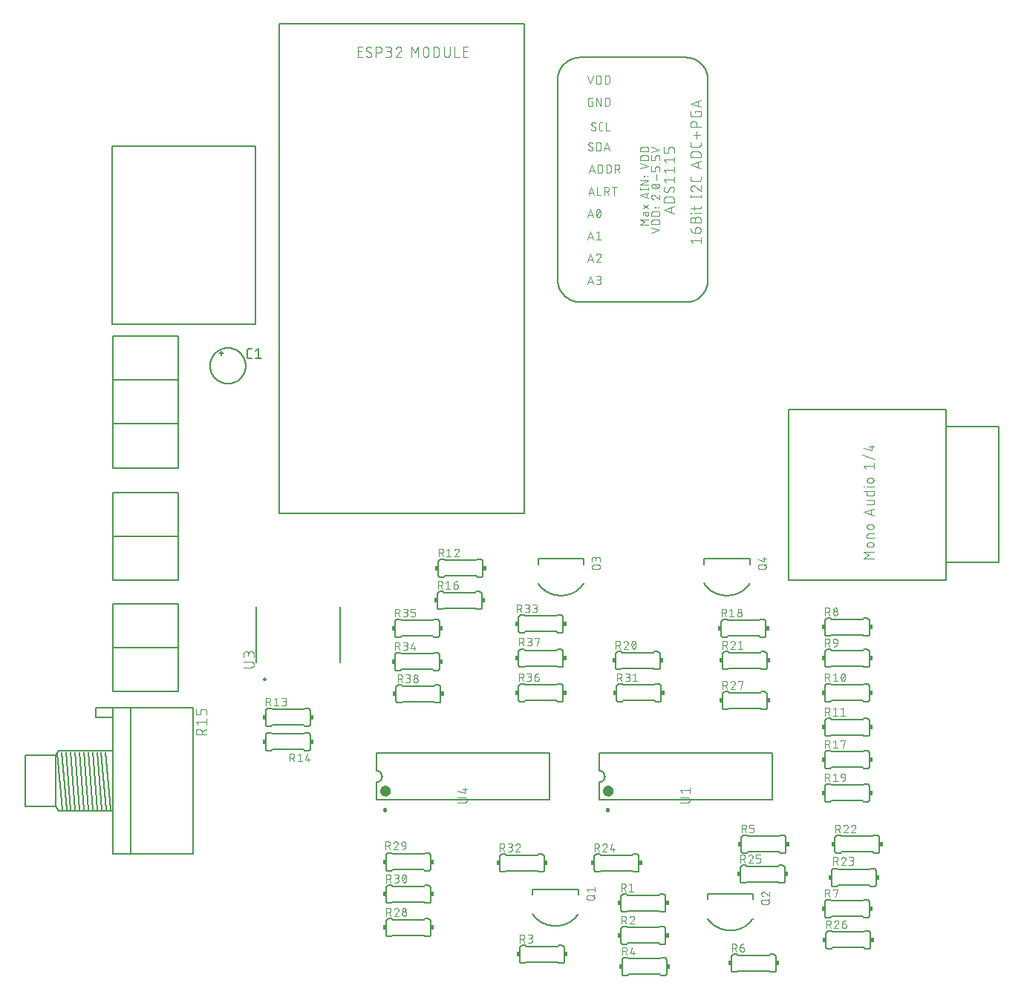
<source format=gbr>
G04 EAGLE Gerber RS-274X export*
G75*
%MOMM*%
%FSLAX34Y34*%
%LPD*%
%INSilkscreen Top*%
%IPPOS*%
%AMOC8*
5,1,8,0,0,1.08239X$1,22.5*%
G01*
%ADD10C,0.127000*%
%ADD11C,0.101600*%
%ADD12C,0.076200*%
%ADD13C,0.200000*%
%ADD14C,0.152400*%
%ADD15R,0.381000X0.508000*%
%ADD16C,0.203200*%
%ADD17C,0.150000*%
%ADD18C,0.250000*%
%ADD19C,0.600000*%


D10*
X215900Y431800D02*
X215900Y990600D01*
X495300Y990600D01*
X495300Y431800D01*
X215900Y431800D01*
D11*
X305703Y953008D02*
X310896Y953008D01*
X305703Y953008D02*
X305703Y964692D01*
X310896Y964692D01*
X309598Y959499D02*
X305703Y959499D01*
X318719Y953008D02*
X318818Y953010D01*
X318918Y953016D01*
X319017Y953025D01*
X319115Y953038D01*
X319213Y953055D01*
X319311Y953076D01*
X319407Y953101D01*
X319502Y953129D01*
X319596Y953161D01*
X319689Y953196D01*
X319781Y953235D01*
X319871Y953278D01*
X319959Y953323D01*
X320046Y953373D01*
X320130Y953425D01*
X320213Y953481D01*
X320293Y953539D01*
X320371Y953601D01*
X320446Y953666D01*
X320519Y953734D01*
X320589Y953804D01*
X320657Y953877D01*
X320722Y953952D01*
X320784Y954030D01*
X320842Y954110D01*
X320898Y954193D01*
X320950Y954277D01*
X321000Y954364D01*
X321045Y954452D01*
X321088Y954542D01*
X321127Y954634D01*
X321162Y954727D01*
X321194Y954821D01*
X321222Y954916D01*
X321247Y955012D01*
X321268Y955110D01*
X321285Y955208D01*
X321298Y955306D01*
X321307Y955405D01*
X321313Y955505D01*
X321315Y955604D01*
X318719Y953008D02*
X318575Y953010D01*
X318430Y953016D01*
X318286Y953025D01*
X318143Y953038D01*
X317999Y953055D01*
X317856Y953076D01*
X317714Y953101D01*
X317573Y953129D01*
X317432Y953161D01*
X317292Y953197D01*
X317153Y953236D01*
X317015Y953279D01*
X316879Y953326D01*
X316743Y953376D01*
X316609Y953430D01*
X316477Y953487D01*
X316346Y953548D01*
X316217Y953612D01*
X316089Y953680D01*
X315963Y953750D01*
X315839Y953825D01*
X315718Y953902D01*
X315598Y953983D01*
X315480Y954066D01*
X315365Y954153D01*
X315252Y954243D01*
X315141Y954336D01*
X315033Y954431D01*
X314927Y954530D01*
X314824Y954631D01*
X315150Y962096D02*
X315152Y962195D01*
X315158Y962295D01*
X315167Y962394D01*
X315180Y962492D01*
X315197Y962590D01*
X315218Y962688D01*
X315243Y962784D01*
X315271Y962879D01*
X315303Y962973D01*
X315338Y963066D01*
X315377Y963158D01*
X315420Y963248D01*
X315465Y963336D01*
X315515Y963423D01*
X315567Y963507D01*
X315623Y963590D01*
X315681Y963670D01*
X315743Y963748D01*
X315808Y963823D01*
X315876Y963896D01*
X315946Y963966D01*
X316019Y964034D01*
X316094Y964099D01*
X316172Y964161D01*
X316252Y964219D01*
X316335Y964275D01*
X316419Y964327D01*
X316506Y964377D01*
X316594Y964422D01*
X316684Y964465D01*
X316776Y964504D01*
X316869Y964539D01*
X316963Y964571D01*
X317058Y964599D01*
X317155Y964624D01*
X317252Y964645D01*
X317350Y964662D01*
X317448Y964675D01*
X317547Y964684D01*
X317647Y964690D01*
X317746Y964692D01*
X317882Y964690D01*
X318018Y964684D01*
X318154Y964675D01*
X318290Y964662D01*
X318425Y964644D01*
X318559Y964624D01*
X318693Y964599D01*
X318827Y964571D01*
X318959Y964538D01*
X319090Y964503D01*
X319221Y964463D01*
X319350Y964420D01*
X319478Y964374D01*
X319604Y964323D01*
X319730Y964270D01*
X319853Y964212D01*
X319975Y964152D01*
X320095Y964088D01*
X320214Y964020D01*
X320330Y963950D01*
X320444Y963876D01*
X320557Y963799D01*
X320667Y963718D01*
X316447Y959824D02*
X316361Y959877D01*
X316277Y959934D01*
X316195Y959993D01*
X316115Y960056D01*
X316038Y960122D01*
X315963Y960190D01*
X315891Y960262D01*
X315822Y960336D01*
X315756Y960413D01*
X315693Y960492D01*
X315633Y960574D01*
X315576Y960658D01*
X315522Y960744D01*
X315472Y960832D01*
X315425Y960922D01*
X315381Y961013D01*
X315342Y961107D01*
X315305Y961201D01*
X315273Y961297D01*
X315244Y961395D01*
X315219Y961493D01*
X315198Y961592D01*
X315180Y961692D01*
X315167Y961792D01*
X315157Y961893D01*
X315151Y961995D01*
X315149Y962096D01*
X320018Y957876D02*
X320104Y957823D01*
X320188Y957766D01*
X320270Y957707D01*
X320350Y957644D01*
X320427Y957578D01*
X320502Y957510D01*
X320574Y957438D01*
X320643Y957364D01*
X320709Y957287D01*
X320772Y957208D01*
X320832Y957126D01*
X320889Y957042D01*
X320943Y956956D01*
X320993Y956868D01*
X321040Y956778D01*
X321084Y956687D01*
X321123Y956593D01*
X321160Y956499D01*
X321192Y956403D01*
X321221Y956305D01*
X321246Y956207D01*
X321267Y956108D01*
X321285Y956008D01*
X321298Y955908D01*
X321308Y955807D01*
X321314Y955705D01*
X321316Y955604D01*
X320018Y957876D02*
X316448Y959824D01*
X326424Y964692D02*
X326424Y953008D01*
X326424Y964692D02*
X329670Y964692D01*
X329783Y964690D01*
X329896Y964684D01*
X330009Y964674D01*
X330122Y964660D01*
X330234Y964643D01*
X330345Y964621D01*
X330455Y964596D01*
X330565Y964566D01*
X330673Y964533D01*
X330780Y964496D01*
X330886Y964456D01*
X330990Y964411D01*
X331093Y964363D01*
X331194Y964312D01*
X331293Y964257D01*
X331390Y964199D01*
X331485Y964137D01*
X331578Y964072D01*
X331668Y964004D01*
X331756Y963933D01*
X331842Y963858D01*
X331925Y963781D01*
X332005Y963701D01*
X332082Y963618D01*
X332157Y963532D01*
X332228Y963444D01*
X332296Y963354D01*
X332361Y963261D01*
X332423Y963166D01*
X332481Y963069D01*
X332536Y962970D01*
X332587Y962869D01*
X332635Y962766D01*
X332680Y962662D01*
X332720Y962556D01*
X332757Y962449D01*
X332790Y962341D01*
X332820Y962231D01*
X332845Y962121D01*
X332867Y962010D01*
X332884Y961898D01*
X332898Y961785D01*
X332908Y961672D01*
X332914Y961559D01*
X332916Y961446D01*
X332914Y961333D01*
X332908Y961220D01*
X332898Y961107D01*
X332884Y960994D01*
X332867Y960882D01*
X332845Y960771D01*
X332820Y960661D01*
X332790Y960551D01*
X332757Y960443D01*
X332720Y960336D01*
X332680Y960230D01*
X332635Y960126D01*
X332587Y960023D01*
X332536Y959922D01*
X332481Y959823D01*
X332423Y959726D01*
X332361Y959631D01*
X332296Y959538D01*
X332228Y959448D01*
X332157Y959360D01*
X332082Y959274D01*
X332005Y959191D01*
X331925Y959111D01*
X331842Y959034D01*
X331756Y958959D01*
X331668Y958888D01*
X331578Y958820D01*
X331485Y958755D01*
X331390Y958693D01*
X331293Y958635D01*
X331194Y958580D01*
X331093Y958529D01*
X330990Y958481D01*
X330886Y958436D01*
X330780Y958396D01*
X330673Y958359D01*
X330565Y958326D01*
X330455Y958296D01*
X330345Y958271D01*
X330234Y958249D01*
X330122Y958232D01*
X330009Y958218D01*
X329896Y958208D01*
X329783Y958202D01*
X329670Y958200D01*
X329670Y958201D02*
X326424Y958201D01*
X337304Y953008D02*
X340549Y953008D01*
X340662Y953010D01*
X340775Y953016D01*
X340888Y953026D01*
X341001Y953040D01*
X341113Y953057D01*
X341224Y953079D01*
X341334Y953104D01*
X341444Y953134D01*
X341552Y953167D01*
X341659Y953204D01*
X341765Y953244D01*
X341869Y953289D01*
X341972Y953337D01*
X342073Y953388D01*
X342172Y953443D01*
X342269Y953501D01*
X342364Y953563D01*
X342457Y953628D01*
X342547Y953696D01*
X342635Y953767D01*
X342721Y953842D01*
X342804Y953919D01*
X342884Y953999D01*
X342961Y954082D01*
X343036Y954168D01*
X343107Y954256D01*
X343175Y954346D01*
X343240Y954439D01*
X343302Y954534D01*
X343360Y954631D01*
X343415Y954730D01*
X343466Y954831D01*
X343514Y954934D01*
X343559Y955038D01*
X343599Y955144D01*
X343636Y955251D01*
X343669Y955359D01*
X343699Y955469D01*
X343724Y955579D01*
X343746Y955690D01*
X343763Y955802D01*
X343777Y955915D01*
X343787Y956028D01*
X343793Y956141D01*
X343795Y956254D01*
X343793Y956367D01*
X343787Y956480D01*
X343777Y956593D01*
X343763Y956706D01*
X343746Y956818D01*
X343724Y956929D01*
X343699Y957039D01*
X343669Y957149D01*
X343636Y957257D01*
X343599Y957364D01*
X343559Y957470D01*
X343514Y957574D01*
X343466Y957677D01*
X343415Y957778D01*
X343360Y957877D01*
X343302Y957974D01*
X343240Y958069D01*
X343175Y958162D01*
X343107Y958252D01*
X343036Y958340D01*
X342961Y958426D01*
X342884Y958509D01*
X342804Y958589D01*
X342721Y958666D01*
X342635Y958741D01*
X342547Y958812D01*
X342457Y958880D01*
X342364Y958945D01*
X342269Y959007D01*
X342172Y959065D01*
X342073Y959120D01*
X341972Y959171D01*
X341869Y959219D01*
X341765Y959264D01*
X341659Y959304D01*
X341552Y959341D01*
X341444Y959374D01*
X341334Y959404D01*
X341224Y959429D01*
X341113Y959451D01*
X341001Y959468D01*
X340888Y959482D01*
X340775Y959492D01*
X340662Y959498D01*
X340549Y959500D01*
X341198Y964692D02*
X337304Y964692D01*
X341198Y964692D02*
X341299Y964690D01*
X341399Y964684D01*
X341499Y964674D01*
X341599Y964661D01*
X341698Y964643D01*
X341797Y964622D01*
X341894Y964597D01*
X341991Y964568D01*
X342086Y964535D01*
X342180Y964499D01*
X342272Y964459D01*
X342363Y964416D01*
X342452Y964369D01*
X342539Y964319D01*
X342625Y964265D01*
X342708Y964208D01*
X342788Y964148D01*
X342867Y964085D01*
X342943Y964018D01*
X343016Y963949D01*
X343086Y963877D01*
X343154Y963803D01*
X343219Y963726D01*
X343280Y963646D01*
X343339Y963564D01*
X343394Y963480D01*
X343446Y963394D01*
X343495Y963306D01*
X343540Y963216D01*
X343582Y963124D01*
X343620Y963031D01*
X343654Y962936D01*
X343685Y962841D01*
X343712Y962744D01*
X343735Y962646D01*
X343755Y962547D01*
X343770Y962447D01*
X343782Y962347D01*
X343790Y962247D01*
X343794Y962146D01*
X343794Y962046D01*
X343790Y961945D01*
X343782Y961845D01*
X343770Y961745D01*
X343755Y961645D01*
X343735Y961546D01*
X343712Y961448D01*
X343685Y961351D01*
X343654Y961256D01*
X343620Y961161D01*
X343582Y961068D01*
X343540Y960976D01*
X343495Y960886D01*
X343446Y960798D01*
X343394Y960712D01*
X343339Y960628D01*
X343280Y960546D01*
X343219Y960466D01*
X343154Y960389D01*
X343086Y960315D01*
X343016Y960243D01*
X342943Y960174D01*
X342867Y960107D01*
X342788Y960044D01*
X342708Y959984D01*
X342625Y959927D01*
X342539Y959873D01*
X342452Y959823D01*
X342363Y959776D01*
X342272Y959733D01*
X342180Y959693D01*
X342086Y959657D01*
X341991Y959624D01*
X341894Y959595D01*
X341797Y959570D01*
X341698Y959549D01*
X341599Y959531D01*
X341499Y959518D01*
X341399Y959508D01*
X341299Y959502D01*
X341198Y959500D01*
X341198Y959499D02*
X338602Y959499D01*
X352304Y964692D02*
X352411Y964690D01*
X352517Y964684D01*
X352623Y964674D01*
X352729Y964661D01*
X352835Y964643D01*
X352939Y964622D01*
X353043Y964597D01*
X353146Y964568D01*
X353247Y964536D01*
X353347Y964499D01*
X353446Y964459D01*
X353544Y964416D01*
X353640Y964369D01*
X353734Y964318D01*
X353826Y964264D01*
X353916Y964207D01*
X354004Y964147D01*
X354089Y964083D01*
X354172Y964016D01*
X354253Y963946D01*
X354331Y963874D01*
X354407Y963798D01*
X354479Y963720D01*
X354549Y963639D01*
X354616Y963556D01*
X354680Y963471D01*
X354740Y963383D01*
X354797Y963293D01*
X354851Y963201D01*
X354902Y963107D01*
X354949Y963011D01*
X354992Y962913D01*
X355032Y962814D01*
X355069Y962714D01*
X355101Y962613D01*
X355130Y962510D01*
X355155Y962406D01*
X355176Y962302D01*
X355194Y962196D01*
X355207Y962090D01*
X355217Y961984D01*
X355223Y961878D01*
X355225Y961771D01*
X352304Y964692D02*
X352183Y964690D01*
X352062Y964684D01*
X351942Y964674D01*
X351821Y964661D01*
X351702Y964643D01*
X351582Y964622D01*
X351464Y964597D01*
X351347Y964568D01*
X351230Y964535D01*
X351115Y964499D01*
X351001Y964458D01*
X350888Y964415D01*
X350776Y964367D01*
X350667Y964316D01*
X350559Y964261D01*
X350452Y964203D01*
X350348Y964142D01*
X350246Y964077D01*
X350146Y964009D01*
X350048Y963938D01*
X349952Y963864D01*
X349859Y963787D01*
X349769Y963706D01*
X349681Y963623D01*
X349596Y963537D01*
X349513Y963448D01*
X349434Y963357D01*
X349357Y963263D01*
X349284Y963167D01*
X349214Y963069D01*
X349147Y962968D01*
X349083Y962865D01*
X349023Y962760D01*
X348966Y962653D01*
X348912Y962545D01*
X348862Y962435D01*
X348816Y962323D01*
X348773Y962210D01*
X348734Y962095D01*
X354251Y959499D02*
X354330Y959576D01*
X354406Y959657D01*
X354479Y959740D01*
X354549Y959825D01*
X354616Y959913D01*
X354680Y960003D01*
X354740Y960095D01*
X354797Y960190D01*
X354851Y960286D01*
X354902Y960384D01*
X354949Y960484D01*
X354993Y960586D01*
X355033Y960689D01*
X355069Y960793D01*
X355101Y960899D01*
X355130Y961005D01*
X355155Y961113D01*
X355177Y961221D01*
X355194Y961331D01*
X355208Y961440D01*
X355217Y961550D01*
X355223Y961661D01*
X355225Y961771D01*
X354251Y959499D02*
X348734Y953008D01*
X355225Y953008D01*
X366754Y953008D02*
X366754Y964692D01*
X370648Y958201D01*
X374543Y964692D01*
X374543Y953008D01*
X379976Y956254D02*
X379976Y961446D01*
X379975Y961446D02*
X379977Y961559D01*
X379983Y961672D01*
X379993Y961785D01*
X380007Y961898D01*
X380024Y962010D01*
X380046Y962121D01*
X380071Y962231D01*
X380101Y962341D01*
X380134Y962449D01*
X380171Y962556D01*
X380211Y962662D01*
X380256Y962766D01*
X380304Y962869D01*
X380355Y962970D01*
X380410Y963069D01*
X380468Y963166D01*
X380530Y963261D01*
X380595Y963354D01*
X380663Y963444D01*
X380734Y963532D01*
X380809Y963618D01*
X380886Y963701D01*
X380966Y963781D01*
X381049Y963858D01*
X381135Y963933D01*
X381223Y964004D01*
X381313Y964072D01*
X381406Y964137D01*
X381501Y964199D01*
X381598Y964257D01*
X381697Y964312D01*
X381798Y964363D01*
X381901Y964411D01*
X382005Y964456D01*
X382111Y964496D01*
X382218Y964533D01*
X382326Y964566D01*
X382436Y964596D01*
X382546Y964621D01*
X382657Y964643D01*
X382769Y964660D01*
X382882Y964674D01*
X382995Y964684D01*
X383108Y964690D01*
X383221Y964692D01*
X383334Y964690D01*
X383447Y964684D01*
X383560Y964674D01*
X383673Y964660D01*
X383785Y964643D01*
X383896Y964621D01*
X384006Y964596D01*
X384116Y964566D01*
X384224Y964533D01*
X384331Y964496D01*
X384437Y964456D01*
X384541Y964411D01*
X384644Y964363D01*
X384745Y964312D01*
X384844Y964257D01*
X384941Y964199D01*
X385036Y964137D01*
X385129Y964072D01*
X385219Y964004D01*
X385307Y963933D01*
X385393Y963858D01*
X385476Y963781D01*
X385556Y963701D01*
X385633Y963618D01*
X385708Y963532D01*
X385779Y963444D01*
X385847Y963354D01*
X385912Y963261D01*
X385974Y963166D01*
X386032Y963069D01*
X386087Y962970D01*
X386138Y962869D01*
X386186Y962766D01*
X386231Y962662D01*
X386271Y962556D01*
X386308Y962449D01*
X386341Y962341D01*
X386371Y962231D01*
X386396Y962121D01*
X386418Y962010D01*
X386435Y961898D01*
X386449Y961785D01*
X386459Y961672D01*
X386465Y961559D01*
X386467Y961446D01*
X386467Y956254D01*
X386465Y956141D01*
X386459Y956028D01*
X386449Y955915D01*
X386435Y955802D01*
X386418Y955690D01*
X386396Y955579D01*
X386371Y955469D01*
X386341Y955359D01*
X386308Y955251D01*
X386271Y955144D01*
X386231Y955038D01*
X386186Y954934D01*
X386138Y954831D01*
X386087Y954730D01*
X386032Y954631D01*
X385974Y954534D01*
X385912Y954439D01*
X385847Y954346D01*
X385779Y954256D01*
X385708Y954168D01*
X385633Y954082D01*
X385556Y953999D01*
X385476Y953919D01*
X385393Y953842D01*
X385307Y953767D01*
X385219Y953696D01*
X385129Y953628D01*
X385036Y953563D01*
X384941Y953501D01*
X384844Y953443D01*
X384745Y953388D01*
X384644Y953337D01*
X384541Y953289D01*
X384437Y953244D01*
X384331Y953204D01*
X384224Y953167D01*
X384116Y953134D01*
X384006Y953104D01*
X383896Y953079D01*
X383785Y953057D01*
X383673Y953040D01*
X383560Y953026D01*
X383447Y953016D01*
X383334Y953010D01*
X383221Y953008D01*
X383108Y953010D01*
X382995Y953016D01*
X382882Y953026D01*
X382769Y953040D01*
X382657Y953057D01*
X382546Y953079D01*
X382436Y953104D01*
X382326Y953134D01*
X382218Y953167D01*
X382111Y953204D01*
X382005Y953244D01*
X381901Y953289D01*
X381798Y953337D01*
X381697Y953388D01*
X381598Y953443D01*
X381501Y953501D01*
X381406Y953563D01*
X381313Y953628D01*
X381223Y953696D01*
X381135Y953767D01*
X381049Y953842D01*
X380966Y953919D01*
X380886Y953999D01*
X380809Y954082D01*
X380734Y954168D01*
X380663Y954256D01*
X380595Y954346D01*
X380530Y954439D01*
X380468Y954534D01*
X380410Y954631D01*
X380355Y954730D01*
X380304Y954831D01*
X380256Y954934D01*
X380211Y955038D01*
X380171Y955144D01*
X380134Y955251D01*
X380101Y955359D01*
X380071Y955469D01*
X380046Y955579D01*
X380024Y955690D01*
X380007Y955802D01*
X379993Y955915D01*
X379983Y956028D01*
X379977Y956141D01*
X379975Y956254D01*
X391787Y953008D02*
X391787Y964692D01*
X395032Y964692D01*
X395145Y964690D01*
X395258Y964684D01*
X395371Y964674D01*
X395484Y964660D01*
X395596Y964643D01*
X395707Y964621D01*
X395817Y964596D01*
X395927Y964566D01*
X396035Y964533D01*
X396142Y964496D01*
X396248Y964456D01*
X396352Y964411D01*
X396455Y964363D01*
X396556Y964312D01*
X396655Y964257D01*
X396752Y964199D01*
X396847Y964137D01*
X396940Y964072D01*
X397030Y964004D01*
X397118Y963933D01*
X397204Y963858D01*
X397287Y963781D01*
X397367Y963701D01*
X397444Y963618D01*
X397519Y963532D01*
X397590Y963444D01*
X397658Y963354D01*
X397723Y963261D01*
X397785Y963166D01*
X397843Y963069D01*
X397898Y962970D01*
X397949Y962869D01*
X397997Y962766D01*
X398042Y962662D01*
X398082Y962556D01*
X398119Y962449D01*
X398152Y962341D01*
X398182Y962231D01*
X398207Y962121D01*
X398229Y962010D01*
X398246Y961898D01*
X398260Y961785D01*
X398270Y961672D01*
X398276Y961559D01*
X398278Y961446D01*
X398278Y956254D01*
X398276Y956141D01*
X398270Y956028D01*
X398260Y955915D01*
X398246Y955802D01*
X398229Y955690D01*
X398207Y955579D01*
X398182Y955469D01*
X398152Y955359D01*
X398119Y955251D01*
X398082Y955144D01*
X398042Y955038D01*
X397997Y954934D01*
X397949Y954831D01*
X397898Y954730D01*
X397843Y954631D01*
X397785Y954534D01*
X397723Y954439D01*
X397658Y954346D01*
X397590Y954256D01*
X397519Y954168D01*
X397444Y954082D01*
X397367Y953999D01*
X397287Y953919D01*
X397204Y953842D01*
X397118Y953767D01*
X397030Y953696D01*
X396940Y953628D01*
X396847Y953563D01*
X396752Y953501D01*
X396655Y953443D01*
X396556Y953388D01*
X396455Y953337D01*
X396352Y953289D01*
X396248Y953244D01*
X396142Y953204D01*
X396035Y953167D01*
X395927Y953134D01*
X395817Y953104D01*
X395707Y953079D01*
X395596Y953057D01*
X395484Y953040D01*
X395371Y953026D01*
X395258Y953016D01*
X395145Y953010D01*
X395032Y953008D01*
X391787Y953008D01*
X403979Y956254D02*
X403979Y964692D01*
X403978Y956254D02*
X403980Y956141D01*
X403986Y956028D01*
X403996Y955915D01*
X404010Y955802D01*
X404027Y955690D01*
X404049Y955579D01*
X404074Y955469D01*
X404104Y955359D01*
X404137Y955251D01*
X404174Y955144D01*
X404214Y955038D01*
X404259Y954934D01*
X404307Y954831D01*
X404358Y954730D01*
X404413Y954631D01*
X404471Y954534D01*
X404533Y954439D01*
X404598Y954346D01*
X404666Y954256D01*
X404737Y954168D01*
X404812Y954082D01*
X404889Y953999D01*
X404969Y953919D01*
X405052Y953842D01*
X405138Y953767D01*
X405226Y953696D01*
X405316Y953628D01*
X405409Y953563D01*
X405504Y953501D01*
X405601Y953443D01*
X405700Y953388D01*
X405801Y953337D01*
X405904Y953289D01*
X406008Y953244D01*
X406114Y953204D01*
X406221Y953167D01*
X406329Y953134D01*
X406439Y953104D01*
X406549Y953079D01*
X406660Y953057D01*
X406772Y953040D01*
X406885Y953026D01*
X406998Y953016D01*
X407111Y953010D01*
X407224Y953008D01*
X407337Y953010D01*
X407450Y953016D01*
X407563Y953026D01*
X407676Y953040D01*
X407788Y953057D01*
X407899Y953079D01*
X408009Y953104D01*
X408119Y953134D01*
X408227Y953167D01*
X408334Y953204D01*
X408440Y953244D01*
X408544Y953289D01*
X408647Y953337D01*
X408748Y953388D01*
X408847Y953443D01*
X408944Y953501D01*
X409039Y953563D01*
X409132Y953628D01*
X409222Y953696D01*
X409310Y953767D01*
X409396Y953842D01*
X409479Y953919D01*
X409559Y953999D01*
X409636Y954082D01*
X409711Y954168D01*
X409782Y954256D01*
X409850Y954346D01*
X409915Y954439D01*
X409977Y954534D01*
X410035Y954631D01*
X410090Y954730D01*
X410141Y954831D01*
X410189Y954934D01*
X410234Y955038D01*
X410274Y955144D01*
X410311Y955251D01*
X410344Y955359D01*
X410374Y955469D01*
X410399Y955579D01*
X410421Y955690D01*
X410438Y955802D01*
X410452Y955915D01*
X410462Y956028D01*
X410468Y956141D01*
X410470Y956254D01*
X410470Y964692D01*
X416193Y964692D02*
X416193Y953008D01*
X421386Y953008D01*
X426099Y953008D02*
X431292Y953008D01*
X426099Y953008D02*
X426099Y964692D01*
X431292Y964692D01*
X429994Y959499D02*
X426099Y959499D01*
D10*
X25400Y850900D02*
X25400Y647700D01*
X189100Y647700D01*
X189100Y850900D01*
X25400Y850900D01*
D12*
X567662Y693801D02*
X570795Y703199D01*
X573927Y693801D01*
X573144Y696151D02*
X568445Y696151D01*
X577328Y693801D02*
X579938Y693801D01*
X580039Y693803D01*
X580140Y693809D01*
X580241Y693819D01*
X580341Y693832D01*
X580441Y693850D01*
X580540Y693871D01*
X580638Y693897D01*
X580735Y693926D01*
X580831Y693958D01*
X580925Y693995D01*
X581018Y694035D01*
X581110Y694079D01*
X581199Y694126D01*
X581287Y694177D01*
X581373Y694231D01*
X581456Y694288D01*
X581538Y694348D01*
X581616Y694412D01*
X581693Y694478D01*
X581766Y694548D01*
X581837Y694620D01*
X581905Y694695D01*
X581970Y694773D01*
X582032Y694853D01*
X582091Y694935D01*
X582147Y695020D01*
X582199Y695107D01*
X582248Y695195D01*
X582294Y695286D01*
X582335Y695378D01*
X582374Y695472D01*
X582408Y695567D01*
X582439Y695663D01*
X582466Y695761D01*
X582490Y695859D01*
X582509Y695959D01*
X582525Y696059D01*
X582537Y696159D01*
X582545Y696260D01*
X582549Y696361D01*
X582549Y696463D01*
X582545Y696564D01*
X582537Y696665D01*
X582525Y696765D01*
X582509Y696865D01*
X582490Y696965D01*
X582466Y697063D01*
X582439Y697161D01*
X582408Y697257D01*
X582374Y697352D01*
X582335Y697446D01*
X582294Y697538D01*
X582248Y697629D01*
X582199Y697718D01*
X582147Y697804D01*
X582091Y697889D01*
X582032Y697971D01*
X581970Y698051D01*
X581905Y698129D01*
X581837Y698204D01*
X581766Y698276D01*
X581693Y698346D01*
X581616Y698412D01*
X581538Y698476D01*
X581456Y698536D01*
X581373Y698593D01*
X581287Y698647D01*
X581199Y698698D01*
X581110Y698745D01*
X581018Y698789D01*
X580925Y698829D01*
X580831Y698866D01*
X580735Y698898D01*
X580638Y698927D01*
X580540Y698953D01*
X580441Y698974D01*
X580341Y698992D01*
X580241Y699005D01*
X580140Y699015D01*
X580039Y699021D01*
X579938Y699023D01*
X580461Y703199D02*
X577328Y703199D01*
X580461Y703199D02*
X580551Y703197D01*
X580640Y703191D01*
X580730Y703182D01*
X580819Y703168D01*
X580907Y703151D01*
X580994Y703130D01*
X581081Y703105D01*
X581166Y703076D01*
X581250Y703044D01*
X581332Y703009D01*
X581413Y702969D01*
X581492Y702927D01*
X581569Y702881D01*
X581644Y702831D01*
X581717Y702779D01*
X581788Y702723D01*
X581856Y702665D01*
X581921Y702603D01*
X581984Y702539D01*
X582044Y702472D01*
X582101Y702403D01*
X582155Y702331D01*
X582206Y702257D01*
X582254Y702181D01*
X582298Y702103D01*
X582339Y702023D01*
X582377Y701941D01*
X582411Y701858D01*
X582441Y701773D01*
X582468Y701687D01*
X582491Y701601D01*
X582510Y701513D01*
X582525Y701424D01*
X582537Y701335D01*
X582545Y701246D01*
X582549Y701156D01*
X582549Y701066D01*
X582545Y700976D01*
X582537Y700887D01*
X582525Y700798D01*
X582510Y700709D01*
X582491Y700621D01*
X582468Y700535D01*
X582441Y700449D01*
X582411Y700364D01*
X582377Y700281D01*
X582339Y700199D01*
X582298Y700119D01*
X582254Y700041D01*
X582206Y699965D01*
X582155Y699891D01*
X582101Y699819D01*
X582044Y699750D01*
X581984Y699683D01*
X581921Y699619D01*
X581856Y699557D01*
X581788Y699499D01*
X581717Y699443D01*
X581644Y699391D01*
X581569Y699341D01*
X581492Y699295D01*
X581413Y699253D01*
X581332Y699213D01*
X581250Y699178D01*
X581166Y699146D01*
X581081Y699117D01*
X580994Y699092D01*
X580907Y699071D01*
X580819Y699054D01*
X580730Y699040D01*
X580640Y699031D01*
X580551Y699025D01*
X580461Y699023D01*
X580461Y699022D02*
X578372Y699022D01*
X567662Y719201D02*
X570795Y728599D01*
X573927Y719201D01*
X573144Y721551D02*
X568445Y721551D01*
X580200Y728600D02*
X580295Y728598D01*
X580389Y728592D01*
X580483Y728583D01*
X580577Y728570D01*
X580670Y728553D01*
X580762Y728532D01*
X580854Y728507D01*
X580944Y728479D01*
X581033Y728447D01*
X581121Y728412D01*
X581207Y728373D01*
X581292Y728331D01*
X581375Y728285D01*
X581456Y728236D01*
X581535Y728184D01*
X581612Y728129D01*
X581686Y728070D01*
X581758Y728009D01*
X581828Y727945D01*
X581895Y727878D01*
X581959Y727808D01*
X582020Y727736D01*
X582079Y727662D01*
X582134Y727585D01*
X582186Y727506D01*
X582235Y727425D01*
X582281Y727342D01*
X582323Y727257D01*
X582362Y727171D01*
X582397Y727083D01*
X582429Y726994D01*
X582457Y726904D01*
X582482Y726812D01*
X582503Y726720D01*
X582520Y726627D01*
X582533Y726533D01*
X582542Y726439D01*
X582548Y726345D01*
X582550Y726250D01*
X580200Y728599D02*
X580092Y728597D01*
X579983Y728591D01*
X579875Y728581D01*
X579768Y728568D01*
X579661Y728550D01*
X579554Y728529D01*
X579449Y728504D01*
X579344Y728475D01*
X579241Y728443D01*
X579139Y728406D01*
X579038Y728366D01*
X578939Y728323D01*
X578841Y728276D01*
X578745Y728225D01*
X578651Y728171D01*
X578559Y728114D01*
X578469Y728053D01*
X578381Y727989D01*
X578296Y727923D01*
X578213Y727853D01*
X578133Y727780D01*
X578055Y727704D01*
X577980Y727626D01*
X577908Y727545D01*
X577839Y727461D01*
X577773Y727375D01*
X577710Y727287D01*
X577651Y727196D01*
X577594Y727104D01*
X577541Y727009D01*
X577492Y726913D01*
X577446Y726814D01*
X577403Y726715D01*
X577364Y726613D01*
X577329Y726511D01*
X581766Y724422D02*
X581835Y724491D01*
X581901Y724562D01*
X581965Y724635D01*
X582026Y724711D01*
X582084Y724790D01*
X582138Y724870D01*
X582190Y724953D01*
X582238Y725037D01*
X582284Y725123D01*
X582325Y725211D01*
X582364Y725301D01*
X582399Y725392D01*
X582430Y725484D01*
X582458Y725577D01*
X582482Y725671D01*
X582502Y725766D01*
X582519Y725862D01*
X582532Y725959D01*
X582541Y726056D01*
X582547Y726153D01*
X582549Y726250D01*
X581766Y724422D02*
X577328Y719201D01*
X582549Y719201D01*
X567662Y744601D02*
X570795Y753999D01*
X573927Y744601D01*
X573144Y746951D02*
X568445Y746951D01*
X577328Y751911D02*
X579938Y753999D01*
X579938Y744601D01*
X577328Y744601D02*
X582549Y744601D01*
X567662Y770001D02*
X570795Y779399D01*
X573927Y770001D01*
X573144Y772351D02*
X568445Y772351D01*
X577328Y774700D02*
X577330Y774885D01*
X577337Y775070D01*
X577348Y775254D01*
X577363Y775438D01*
X577383Y775622D01*
X577407Y775806D01*
X577436Y775988D01*
X577469Y776170D01*
X577506Y776351D01*
X577548Y776531D01*
X577594Y776711D01*
X577644Y776889D01*
X577698Y777065D01*
X577757Y777241D01*
X577819Y777415D01*
X577886Y777587D01*
X577957Y777758D01*
X578032Y777927D01*
X578111Y778094D01*
X578110Y778094D02*
X578140Y778174D01*
X578173Y778253D01*
X578210Y778330D01*
X578250Y778406D01*
X578293Y778480D01*
X578339Y778552D01*
X578389Y778621D01*
X578441Y778689D01*
X578497Y778754D01*
X578555Y778817D01*
X578617Y778876D01*
X578680Y778934D01*
X578747Y778988D01*
X578815Y779039D01*
X578886Y779087D01*
X578959Y779132D01*
X579033Y779174D01*
X579110Y779212D01*
X579188Y779247D01*
X579267Y779279D01*
X579348Y779307D01*
X579430Y779331D01*
X579514Y779352D01*
X579597Y779369D01*
X579682Y779382D01*
X579767Y779391D01*
X579852Y779397D01*
X579938Y779399D01*
X580024Y779397D01*
X580109Y779391D01*
X580194Y779382D01*
X580279Y779369D01*
X580362Y779352D01*
X580446Y779331D01*
X580528Y779307D01*
X580609Y779279D01*
X580688Y779247D01*
X580766Y779212D01*
X580843Y779174D01*
X580917Y779132D01*
X580990Y779087D01*
X581061Y779039D01*
X581129Y778988D01*
X581196Y778934D01*
X581259Y778876D01*
X581321Y778817D01*
X581379Y778754D01*
X581435Y778689D01*
X581487Y778621D01*
X581537Y778552D01*
X581583Y778480D01*
X581626Y778406D01*
X581666Y778330D01*
X581703Y778253D01*
X581736Y778174D01*
X581766Y778094D01*
X581845Y777927D01*
X581920Y777758D01*
X581991Y777587D01*
X582058Y777415D01*
X582120Y777241D01*
X582179Y777065D01*
X582233Y776889D01*
X582283Y776711D01*
X582329Y776531D01*
X582371Y776351D01*
X582408Y776170D01*
X582441Y775988D01*
X582470Y775806D01*
X582494Y775622D01*
X582514Y775438D01*
X582529Y775254D01*
X582540Y775070D01*
X582547Y774885D01*
X582549Y774700D01*
X577328Y774700D02*
X577330Y774515D01*
X577337Y774330D01*
X577348Y774146D01*
X577363Y773962D01*
X577383Y773778D01*
X577407Y773594D01*
X577436Y773412D01*
X577469Y773230D01*
X577506Y773049D01*
X577548Y772869D01*
X577594Y772689D01*
X577644Y772511D01*
X577698Y772335D01*
X577757Y772159D01*
X577819Y771985D01*
X577886Y771813D01*
X577957Y771642D01*
X578032Y771473D01*
X578111Y771306D01*
X578110Y771306D02*
X578140Y771226D01*
X578173Y771147D01*
X578210Y771070D01*
X578250Y770994D01*
X578293Y770920D01*
X578339Y770848D01*
X578389Y770779D01*
X578442Y770711D01*
X578497Y770646D01*
X578556Y770583D01*
X578617Y770524D01*
X578680Y770466D01*
X578747Y770412D01*
X578815Y770361D01*
X578886Y770313D01*
X578959Y770268D01*
X579033Y770226D01*
X579110Y770188D01*
X579188Y770153D01*
X579267Y770121D01*
X579348Y770093D01*
X579430Y770069D01*
X579514Y770048D01*
X579597Y770031D01*
X579682Y770018D01*
X579767Y770009D01*
X579852Y770003D01*
X579938Y770001D01*
X581766Y771306D02*
X581845Y771473D01*
X581920Y771642D01*
X581991Y771813D01*
X582058Y771985D01*
X582120Y772159D01*
X582179Y772335D01*
X582233Y772511D01*
X582283Y772689D01*
X582329Y772869D01*
X582371Y773049D01*
X582408Y773230D01*
X582441Y773412D01*
X582470Y773594D01*
X582494Y773778D01*
X582514Y773962D01*
X582529Y774146D01*
X582540Y774330D01*
X582547Y774515D01*
X582549Y774700D01*
X581766Y771306D02*
X581736Y771226D01*
X581703Y771147D01*
X581666Y771070D01*
X581626Y770994D01*
X581583Y770920D01*
X581537Y770848D01*
X581487Y770779D01*
X581435Y770711D01*
X581379Y770646D01*
X581321Y770583D01*
X581259Y770524D01*
X581196Y770466D01*
X581129Y770412D01*
X581061Y770361D01*
X580990Y770313D01*
X580917Y770268D01*
X580843Y770226D01*
X580766Y770188D01*
X580688Y770153D01*
X580609Y770121D01*
X580528Y770093D01*
X580446Y770069D01*
X580362Y770048D01*
X580279Y770031D01*
X580194Y770018D01*
X580109Y770009D01*
X580024Y770003D01*
X579938Y770001D01*
X577850Y772089D02*
X582027Y777311D01*
X571506Y846201D02*
X571595Y846203D01*
X571683Y846209D01*
X571771Y846218D01*
X571859Y846231D01*
X571946Y846248D01*
X572032Y846268D01*
X572117Y846293D01*
X572202Y846320D01*
X572285Y846352D01*
X572366Y846386D01*
X572446Y846425D01*
X572524Y846466D01*
X572601Y846511D01*
X572675Y846559D01*
X572748Y846610D01*
X572818Y846664D01*
X572885Y846722D01*
X572951Y846782D01*
X573013Y846844D01*
X573073Y846910D01*
X573131Y846977D01*
X573185Y847047D01*
X573236Y847120D01*
X573284Y847194D01*
X573329Y847271D01*
X573370Y847349D01*
X573409Y847429D01*
X573443Y847510D01*
X573475Y847593D01*
X573502Y847678D01*
X573527Y847763D01*
X573547Y847849D01*
X573564Y847936D01*
X573577Y848024D01*
X573586Y848112D01*
X573592Y848200D01*
X573594Y848289D01*
X571506Y846201D02*
X571377Y846203D01*
X571248Y846209D01*
X571119Y846218D01*
X570991Y846231D01*
X570863Y846248D01*
X570736Y846269D01*
X570609Y846293D01*
X570483Y846321D01*
X570358Y846353D01*
X570234Y846388D01*
X570111Y846427D01*
X569989Y846470D01*
X569869Y846516D01*
X569750Y846566D01*
X569632Y846619D01*
X569516Y846675D01*
X569402Y846735D01*
X569289Y846798D01*
X569179Y846865D01*
X569070Y846934D01*
X568964Y847007D01*
X568859Y847083D01*
X568757Y847162D01*
X568658Y847244D01*
X568560Y847328D01*
X568465Y847416D01*
X568373Y847506D01*
X568635Y853511D02*
X568637Y853600D01*
X568643Y853688D01*
X568652Y853776D01*
X568665Y853864D01*
X568682Y853951D01*
X568702Y854037D01*
X568727Y854122D01*
X568754Y854207D01*
X568786Y854290D01*
X568820Y854371D01*
X568859Y854451D01*
X568900Y854529D01*
X568945Y854606D01*
X568993Y854680D01*
X569044Y854753D01*
X569098Y854823D01*
X569156Y854890D01*
X569216Y854956D01*
X569278Y855018D01*
X569344Y855078D01*
X569411Y855136D01*
X569481Y855190D01*
X569554Y855241D01*
X569628Y855289D01*
X569705Y855334D01*
X569783Y855375D01*
X569863Y855414D01*
X569944Y855448D01*
X570027Y855480D01*
X570112Y855507D01*
X570197Y855532D01*
X570283Y855552D01*
X570370Y855569D01*
X570458Y855582D01*
X570546Y855591D01*
X570634Y855597D01*
X570723Y855599D01*
X570843Y855597D01*
X570963Y855592D01*
X571083Y855582D01*
X571202Y855570D01*
X571321Y855553D01*
X571439Y855533D01*
X571557Y855509D01*
X571673Y855482D01*
X571789Y855451D01*
X571904Y855417D01*
X572018Y855379D01*
X572131Y855337D01*
X572242Y855292D01*
X572352Y855244D01*
X572460Y855193D01*
X572567Y855138D01*
X572672Y855080D01*
X572775Y855018D01*
X572876Y854954D01*
X572976Y854886D01*
X573073Y854816D01*
X569678Y851684D02*
X569600Y851732D01*
X569524Y851784D01*
X569451Y851838D01*
X569380Y851896D01*
X569311Y851957D01*
X569245Y852021D01*
X569182Y852088D01*
X569122Y852157D01*
X569065Y852229D01*
X569011Y852303D01*
X568961Y852380D01*
X568913Y852459D01*
X568870Y852539D01*
X568829Y852622D01*
X568793Y852706D01*
X568760Y852791D01*
X568731Y852878D01*
X568705Y852967D01*
X568683Y853056D01*
X568666Y853146D01*
X568652Y853236D01*
X568642Y853328D01*
X568636Y853419D01*
X568634Y853511D01*
X572550Y850116D02*
X572628Y850068D01*
X572704Y850016D01*
X572777Y849962D01*
X572848Y849904D01*
X572917Y849843D01*
X572983Y849779D01*
X573046Y849712D01*
X573106Y849643D01*
X573163Y849571D01*
X573217Y849497D01*
X573267Y849420D01*
X573315Y849341D01*
X573358Y849261D01*
X573399Y849178D01*
X573435Y849094D01*
X573468Y849009D01*
X573497Y848922D01*
X573523Y848833D01*
X573545Y848744D01*
X573562Y848654D01*
X573576Y848564D01*
X573586Y848472D01*
X573592Y848381D01*
X573594Y848289D01*
X572550Y850117D02*
X569678Y851683D01*
X577517Y855599D02*
X577517Y846201D01*
X577517Y855599D02*
X580128Y855599D01*
X580228Y855597D01*
X580328Y855591D01*
X580427Y855582D01*
X580527Y855568D01*
X580625Y855551D01*
X580723Y855530D01*
X580820Y855506D01*
X580916Y855477D01*
X581011Y855445D01*
X581104Y855410D01*
X581196Y855371D01*
X581287Y855328D01*
X581375Y855282D01*
X581462Y855232D01*
X581547Y855180D01*
X581630Y855124D01*
X581711Y855065D01*
X581789Y855002D01*
X581865Y854937D01*
X581939Y854869D01*
X582009Y854799D01*
X582077Y854725D01*
X582142Y854649D01*
X582205Y854571D01*
X582264Y854490D01*
X582320Y854407D01*
X582372Y854322D01*
X582422Y854235D01*
X582468Y854147D01*
X582511Y854056D01*
X582550Y853964D01*
X582585Y853871D01*
X582617Y853776D01*
X582646Y853680D01*
X582670Y853583D01*
X582691Y853485D01*
X582708Y853387D01*
X582722Y853287D01*
X582731Y853188D01*
X582737Y853088D01*
X582739Y852988D01*
X582738Y852988D02*
X582738Y848812D01*
X582739Y848812D02*
X582737Y848712D01*
X582731Y848612D01*
X582722Y848513D01*
X582708Y848413D01*
X582691Y848315D01*
X582670Y848217D01*
X582646Y848120D01*
X582617Y848024D01*
X582585Y847929D01*
X582550Y847836D01*
X582511Y847744D01*
X582468Y847653D01*
X582422Y847565D01*
X582372Y847478D01*
X582320Y847393D01*
X582264Y847310D01*
X582205Y847229D01*
X582142Y847151D01*
X582077Y847075D01*
X582009Y847001D01*
X581939Y846931D01*
X581865Y846863D01*
X581789Y846798D01*
X581711Y846735D01*
X581630Y846676D01*
X581547Y846620D01*
X581462Y846568D01*
X581375Y846518D01*
X581287Y846472D01*
X581196Y846429D01*
X581104Y846390D01*
X581011Y846355D01*
X580916Y846323D01*
X580820Y846294D01*
X580723Y846270D01*
X580625Y846249D01*
X580527Y846232D01*
X580427Y846218D01*
X580328Y846209D01*
X580228Y846203D01*
X580128Y846201D01*
X577517Y846201D01*
X586444Y846201D02*
X589576Y855599D01*
X592709Y846201D01*
X591926Y848551D02*
X587227Y848551D01*
X574883Y869061D02*
X574972Y869063D01*
X575060Y869069D01*
X575148Y869078D01*
X575236Y869091D01*
X575323Y869108D01*
X575409Y869128D01*
X575494Y869153D01*
X575579Y869180D01*
X575662Y869212D01*
X575743Y869246D01*
X575823Y869285D01*
X575901Y869326D01*
X575978Y869371D01*
X576052Y869419D01*
X576125Y869470D01*
X576195Y869524D01*
X576262Y869582D01*
X576328Y869642D01*
X576390Y869704D01*
X576450Y869770D01*
X576508Y869837D01*
X576562Y869907D01*
X576613Y869980D01*
X576661Y870054D01*
X576706Y870131D01*
X576747Y870209D01*
X576786Y870289D01*
X576820Y870370D01*
X576852Y870453D01*
X576879Y870538D01*
X576904Y870623D01*
X576924Y870709D01*
X576941Y870796D01*
X576954Y870884D01*
X576963Y870972D01*
X576969Y871060D01*
X576971Y871149D01*
X574883Y869061D02*
X574754Y869063D01*
X574625Y869069D01*
X574496Y869078D01*
X574368Y869091D01*
X574240Y869108D01*
X574113Y869129D01*
X573986Y869153D01*
X573860Y869181D01*
X573735Y869213D01*
X573611Y869248D01*
X573488Y869287D01*
X573366Y869330D01*
X573246Y869376D01*
X573127Y869426D01*
X573009Y869479D01*
X572893Y869535D01*
X572779Y869595D01*
X572666Y869658D01*
X572556Y869725D01*
X572447Y869794D01*
X572341Y869867D01*
X572236Y869943D01*
X572134Y870022D01*
X572035Y870104D01*
X571937Y870188D01*
X571842Y870276D01*
X571750Y870366D01*
X572012Y876371D02*
X572014Y876460D01*
X572020Y876548D01*
X572029Y876636D01*
X572042Y876724D01*
X572059Y876811D01*
X572079Y876897D01*
X572104Y876982D01*
X572131Y877067D01*
X572163Y877150D01*
X572197Y877231D01*
X572236Y877311D01*
X572277Y877389D01*
X572322Y877466D01*
X572370Y877540D01*
X572421Y877613D01*
X572475Y877683D01*
X572533Y877750D01*
X572593Y877816D01*
X572655Y877878D01*
X572721Y877938D01*
X572788Y877996D01*
X572858Y878050D01*
X572931Y878101D01*
X573005Y878149D01*
X573082Y878194D01*
X573160Y878235D01*
X573240Y878274D01*
X573321Y878308D01*
X573404Y878340D01*
X573489Y878367D01*
X573574Y878392D01*
X573660Y878412D01*
X573747Y878429D01*
X573835Y878442D01*
X573923Y878451D01*
X574011Y878457D01*
X574100Y878459D01*
X574220Y878457D01*
X574340Y878452D01*
X574460Y878442D01*
X574579Y878430D01*
X574698Y878413D01*
X574816Y878393D01*
X574934Y878369D01*
X575050Y878342D01*
X575166Y878311D01*
X575281Y878277D01*
X575395Y878239D01*
X575508Y878197D01*
X575619Y878152D01*
X575729Y878104D01*
X575837Y878053D01*
X575944Y877998D01*
X576049Y877940D01*
X576152Y877878D01*
X576253Y877814D01*
X576353Y877746D01*
X576450Y877676D01*
X573056Y874544D02*
X572978Y874592D01*
X572902Y874644D01*
X572829Y874698D01*
X572758Y874756D01*
X572689Y874817D01*
X572623Y874881D01*
X572560Y874948D01*
X572500Y875017D01*
X572443Y875089D01*
X572389Y875163D01*
X572339Y875240D01*
X572291Y875319D01*
X572248Y875399D01*
X572207Y875482D01*
X572171Y875566D01*
X572138Y875651D01*
X572109Y875738D01*
X572083Y875827D01*
X572061Y875916D01*
X572044Y876006D01*
X572030Y876096D01*
X572020Y876188D01*
X572014Y876279D01*
X572012Y876371D01*
X575928Y872976D02*
X576006Y872928D01*
X576082Y872876D01*
X576155Y872822D01*
X576226Y872764D01*
X576295Y872703D01*
X576361Y872639D01*
X576424Y872572D01*
X576484Y872503D01*
X576541Y872431D01*
X576595Y872357D01*
X576645Y872280D01*
X576693Y872201D01*
X576736Y872121D01*
X576777Y872038D01*
X576813Y871954D01*
X576846Y871869D01*
X576875Y871782D01*
X576901Y871693D01*
X576923Y871604D01*
X576940Y871514D01*
X576954Y871424D01*
X576964Y871332D01*
X576970Y871241D01*
X576972Y871149D01*
X575928Y872977D02*
X573056Y874543D01*
X582653Y869061D02*
X584741Y869061D01*
X582653Y869061D02*
X582564Y869063D01*
X582476Y869069D01*
X582388Y869078D01*
X582300Y869091D01*
X582213Y869108D01*
X582127Y869128D01*
X582042Y869153D01*
X581957Y869180D01*
X581874Y869212D01*
X581793Y869246D01*
X581713Y869285D01*
X581635Y869326D01*
X581558Y869371D01*
X581484Y869419D01*
X581411Y869470D01*
X581341Y869524D01*
X581274Y869582D01*
X581208Y869642D01*
X581146Y869704D01*
X581086Y869770D01*
X581028Y869837D01*
X580974Y869907D01*
X580923Y869980D01*
X580875Y870054D01*
X580830Y870131D01*
X580789Y870209D01*
X580750Y870289D01*
X580716Y870370D01*
X580684Y870453D01*
X580657Y870538D01*
X580632Y870623D01*
X580612Y870709D01*
X580595Y870796D01*
X580582Y870884D01*
X580573Y870972D01*
X580567Y871060D01*
X580565Y871149D01*
X580564Y871149D02*
X580564Y876371D01*
X580565Y876371D02*
X580567Y876462D01*
X580573Y876553D01*
X580583Y876644D01*
X580597Y876734D01*
X580614Y876823D01*
X580636Y876911D01*
X580662Y876999D01*
X580691Y877085D01*
X580724Y877170D01*
X580761Y877253D01*
X580801Y877335D01*
X580845Y877415D01*
X580892Y877493D01*
X580943Y877569D01*
X580996Y877642D01*
X581053Y877713D01*
X581114Y877782D01*
X581177Y877847D01*
X581242Y877910D01*
X581311Y877970D01*
X581382Y878028D01*
X581455Y878081D01*
X581531Y878132D01*
X581609Y878179D01*
X581689Y878223D01*
X581771Y878263D01*
X581854Y878300D01*
X581939Y878333D01*
X582025Y878362D01*
X582113Y878388D01*
X582201Y878410D01*
X582290Y878427D01*
X582380Y878441D01*
X582471Y878451D01*
X582562Y878457D01*
X582653Y878459D01*
X584741Y878459D01*
X588532Y878459D02*
X588532Y869061D01*
X592709Y869061D01*
X573202Y902222D02*
X571635Y902222D01*
X573202Y902222D02*
X573202Y897001D01*
X570069Y897001D01*
X569980Y897003D01*
X569892Y897009D01*
X569804Y897018D01*
X569716Y897031D01*
X569629Y897048D01*
X569543Y897068D01*
X569458Y897093D01*
X569373Y897120D01*
X569290Y897152D01*
X569209Y897186D01*
X569129Y897225D01*
X569051Y897266D01*
X568974Y897311D01*
X568900Y897359D01*
X568827Y897410D01*
X568757Y897464D01*
X568690Y897522D01*
X568624Y897582D01*
X568562Y897644D01*
X568502Y897710D01*
X568444Y897777D01*
X568390Y897847D01*
X568339Y897920D01*
X568291Y897994D01*
X568246Y898071D01*
X568205Y898149D01*
X568166Y898229D01*
X568132Y898310D01*
X568100Y898393D01*
X568073Y898478D01*
X568048Y898563D01*
X568028Y898649D01*
X568011Y898736D01*
X567998Y898824D01*
X567989Y898912D01*
X567983Y899000D01*
X567981Y899089D01*
X567981Y904311D01*
X567983Y904402D01*
X567989Y904493D01*
X567999Y904584D01*
X568013Y904674D01*
X568030Y904763D01*
X568052Y904851D01*
X568078Y904939D01*
X568107Y905025D01*
X568140Y905110D01*
X568177Y905193D01*
X568217Y905275D01*
X568261Y905355D01*
X568308Y905433D01*
X568359Y905509D01*
X568412Y905582D01*
X568469Y905653D01*
X568530Y905722D01*
X568593Y905787D01*
X568658Y905850D01*
X568727Y905910D01*
X568798Y905968D01*
X568871Y906021D01*
X568947Y906072D01*
X569025Y906119D01*
X569105Y906163D01*
X569187Y906203D01*
X569270Y906240D01*
X569355Y906273D01*
X569441Y906302D01*
X569529Y906328D01*
X569617Y906350D01*
X569706Y906367D01*
X569796Y906381D01*
X569887Y906391D01*
X569978Y906397D01*
X570069Y906399D01*
X573202Y906399D01*
X577734Y906399D02*
X577734Y897001D01*
X582955Y897001D02*
X577734Y906399D01*
X582955Y906399D02*
X582955Y897001D01*
X587488Y897001D02*
X587488Y906399D01*
X590098Y906399D01*
X590198Y906397D01*
X590298Y906391D01*
X590397Y906382D01*
X590497Y906368D01*
X590595Y906351D01*
X590693Y906330D01*
X590790Y906306D01*
X590886Y906277D01*
X590981Y906245D01*
X591074Y906210D01*
X591166Y906171D01*
X591257Y906128D01*
X591345Y906082D01*
X591432Y906032D01*
X591517Y905980D01*
X591600Y905924D01*
X591681Y905865D01*
X591759Y905802D01*
X591835Y905737D01*
X591909Y905669D01*
X591979Y905599D01*
X592047Y905525D01*
X592112Y905449D01*
X592175Y905371D01*
X592234Y905290D01*
X592290Y905207D01*
X592342Y905122D01*
X592392Y905035D01*
X592438Y904947D01*
X592481Y904856D01*
X592520Y904764D01*
X592555Y904671D01*
X592587Y904576D01*
X592616Y904480D01*
X592640Y904383D01*
X592661Y904285D01*
X592678Y904187D01*
X592692Y904087D01*
X592701Y903988D01*
X592707Y903888D01*
X592709Y903788D01*
X592709Y899612D01*
X592707Y899512D01*
X592701Y899412D01*
X592692Y899313D01*
X592678Y899213D01*
X592661Y899115D01*
X592640Y899017D01*
X592616Y898920D01*
X592587Y898824D01*
X592555Y898729D01*
X592520Y898636D01*
X592481Y898544D01*
X592438Y898453D01*
X592392Y898365D01*
X592342Y898278D01*
X592290Y898193D01*
X592234Y898110D01*
X592175Y898029D01*
X592112Y897951D01*
X592047Y897875D01*
X591979Y897801D01*
X591909Y897731D01*
X591835Y897663D01*
X591759Y897598D01*
X591681Y897535D01*
X591600Y897476D01*
X591517Y897420D01*
X591432Y897368D01*
X591345Y897318D01*
X591257Y897272D01*
X591166Y897229D01*
X591074Y897190D01*
X590981Y897155D01*
X590886Y897123D01*
X590790Y897094D01*
X590693Y897070D01*
X590595Y897049D01*
X590497Y897032D01*
X590397Y897018D01*
X590298Y897009D01*
X590198Y897003D01*
X590098Y897001D01*
X587488Y897001D01*
X570896Y922401D02*
X567763Y931799D01*
X574029Y931799D02*
X570896Y922401D01*
X577734Y922401D02*
X577734Y931799D01*
X580345Y931799D01*
X580445Y931797D01*
X580545Y931791D01*
X580644Y931782D01*
X580744Y931768D01*
X580842Y931751D01*
X580940Y931730D01*
X581037Y931706D01*
X581133Y931677D01*
X581228Y931645D01*
X581321Y931610D01*
X581413Y931571D01*
X581504Y931528D01*
X581592Y931482D01*
X581679Y931432D01*
X581764Y931380D01*
X581847Y931324D01*
X581928Y931265D01*
X582006Y931202D01*
X582082Y931137D01*
X582156Y931069D01*
X582226Y930999D01*
X582294Y930925D01*
X582359Y930849D01*
X582422Y930771D01*
X582481Y930690D01*
X582537Y930607D01*
X582589Y930522D01*
X582639Y930435D01*
X582685Y930347D01*
X582728Y930256D01*
X582767Y930164D01*
X582802Y930071D01*
X582834Y929976D01*
X582863Y929880D01*
X582887Y929783D01*
X582908Y929685D01*
X582925Y929587D01*
X582939Y929487D01*
X582948Y929388D01*
X582954Y929288D01*
X582956Y929188D01*
X582955Y929188D02*
X582955Y925012D01*
X582956Y925012D02*
X582954Y924912D01*
X582948Y924812D01*
X582939Y924713D01*
X582925Y924613D01*
X582908Y924515D01*
X582887Y924417D01*
X582863Y924320D01*
X582834Y924224D01*
X582802Y924129D01*
X582767Y924036D01*
X582728Y923944D01*
X582685Y923853D01*
X582639Y923765D01*
X582589Y923678D01*
X582537Y923593D01*
X582481Y923510D01*
X582422Y923429D01*
X582359Y923351D01*
X582294Y923275D01*
X582226Y923201D01*
X582156Y923131D01*
X582082Y923063D01*
X582006Y922998D01*
X581928Y922935D01*
X581847Y922876D01*
X581764Y922820D01*
X581679Y922768D01*
X581592Y922718D01*
X581504Y922672D01*
X581413Y922629D01*
X581321Y922590D01*
X581228Y922555D01*
X581133Y922523D01*
X581037Y922494D01*
X580940Y922470D01*
X580842Y922449D01*
X580744Y922432D01*
X580644Y922418D01*
X580545Y922409D01*
X580445Y922403D01*
X580345Y922401D01*
X577734Y922401D01*
X587488Y922401D02*
X587488Y931799D01*
X590098Y931799D01*
X590198Y931797D01*
X590298Y931791D01*
X590397Y931782D01*
X590497Y931768D01*
X590595Y931751D01*
X590693Y931730D01*
X590790Y931706D01*
X590886Y931677D01*
X590981Y931645D01*
X591074Y931610D01*
X591166Y931571D01*
X591257Y931528D01*
X591345Y931482D01*
X591432Y931432D01*
X591517Y931380D01*
X591600Y931324D01*
X591681Y931265D01*
X591759Y931202D01*
X591835Y931137D01*
X591909Y931069D01*
X591979Y930999D01*
X592047Y930925D01*
X592112Y930849D01*
X592175Y930771D01*
X592234Y930690D01*
X592290Y930607D01*
X592342Y930522D01*
X592392Y930435D01*
X592438Y930347D01*
X592481Y930256D01*
X592520Y930164D01*
X592555Y930071D01*
X592587Y929976D01*
X592616Y929880D01*
X592640Y929783D01*
X592661Y929685D01*
X592678Y929587D01*
X592692Y929487D01*
X592701Y929388D01*
X592707Y929288D01*
X592709Y929188D01*
X592709Y925012D01*
X592707Y924912D01*
X592701Y924812D01*
X592692Y924713D01*
X592678Y924613D01*
X592661Y924515D01*
X592640Y924417D01*
X592616Y924320D01*
X592587Y924224D01*
X592555Y924129D01*
X592520Y924036D01*
X592481Y923944D01*
X592438Y923853D01*
X592392Y923765D01*
X592342Y923678D01*
X592290Y923593D01*
X592234Y923510D01*
X592175Y923429D01*
X592112Y923351D01*
X592047Y923275D01*
X591979Y923201D01*
X591909Y923131D01*
X591835Y923063D01*
X591759Y922998D01*
X591681Y922935D01*
X591600Y922876D01*
X591517Y922820D01*
X591432Y922768D01*
X591345Y922718D01*
X591257Y922672D01*
X591166Y922629D01*
X591074Y922590D01*
X590981Y922555D01*
X590886Y922523D01*
X590790Y922494D01*
X590693Y922470D01*
X590595Y922449D01*
X590497Y922432D01*
X590397Y922418D01*
X590298Y922409D01*
X590198Y922403D01*
X590098Y922401D01*
X587488Y922401D01*
D11*
X654558Y778567D02*
X666242Y774672D01*
X666242Y782461D02*
X654558Y778567D01*
X663321Y781488D02*
X663321Y775646D01*
X666242Y787132D02*
X654558Y787132D01*
X654558Y790378D01*
X654560Y790491D01*
X654566Y790604D01*
X654576Y790717D01*
X654590Y790830D01*
X654607Y790942D01*
X654629Y791053D01*
X654654Y791163D01*
X654684Y791273D01*
X654717Y791381D01*
X654754Y791488D01*
X654794Y791594D01*
X654839Y791698D01*
X654887Y791801D01*
X654938Y791902D01*
X654993Y792001D01*
X655051Y792098D01*
X655113Y792193D01*
X655178Y792286D01*
X655246Y792376D01*
X655317Y792464D01*
X655392Y792550D01*
X655469Y792633D01*
X655549Y792713D01*
X655632Y792790D01*
X655718Y792865D01*
X655806Y792936D01*
X655896Y793004D01*
X655989Y793069D01*
X656084Y793131D01*
X656181Y793189D01*
X656280Y793244D01*
X656381Y793295D01*
X656484Y793343D01*
X656588Y793388D01*
X656694Y793428D01*
X656801Y793465D01*
X656909Y793498D01*
X657019Y793528D01*
X657129Y793553D01*
X657240Y793575D01*
X657352Y793592D01*
X657465Y793606D01*
X657578Y793616D01*
X657691Y793622D01*
X657804Y793624D01*
X657804Y793623D02*
X662996Y793623D01*
X662996Y793624D02*
X663109Y793622D01*
X663222Y793616D01*
X663335Y793606D01*
X663448Y793592D01*
X663560Y793575D01*
X663671Y793553D01*
X663781Y793528D01*
X663891Y793498D01*
X663999Y793465D01*
X664106Y793428D01*
X664212Y793388D01*
X664316Y793343D01*
X664419Y793295D01*
X664520Y793244D01*
X664619Y793189D01*
X664716Y793131D01*
X664811Y793069D01*
X664904Y793004D01*
X664994Y792936D01*
X665082Y792865D01*
X665168Y792790D01*
X665251Y792713D01*
X665331Y792633D01*
X665408Y792550D01*
X665483Y792464D01*
X665554Y792376D01*
X665622Y792286D01*
X665687Y792193D01*
X665749Y792098D01*
X665807Y792001D01*
X665862Y791902D01*
X665913Y791801D01*
X665961Y791698D01*
X666006Y791594D01*
X666046Y791488D01*
X666083Y791381D01*
X666116Y791273D01*
X666146Y791163D01*
X666171Y791053D01*
X666193Y790942D01*
X666210Y790830D01*
X666224Y790717D01*
X666234Y790604D01*
X666240Y790491D01*
X666242Y790378D01*
X666242Y787132D01*
X666242Y802457D02*
X666240Y802556D01*
X666234Y802656D01*
X666225Y802755D01*
X666212Y802853D01*
X666195Y802951D01*
X666174Y803049D01*
X666149Y803145D01*
X666121Y803240D01*
X666089Y803334D01*
X666054Y803427D01*
X666015Y803519D01*
X665972Y803609D01*
X665927Y803697D01*
X665877Y803784D01*
X665825Y803868D01*
X665769Y803951D01*
X665711Y804031D01*
X665649Y804109D01*
X665584Y804184D01*
X665516Y804257D01*
X665446Y804327D01*
X665373Y804395D01*
X665298Y804460D01*
X665220Y804522D01*
X665140Y804580D01*
X665057Y804636D01*
X664973Y804688D01*
X664886Y804738D01*
X664798Y804783D01*
X664708Y804826D01*
X664616Y804865D01*
X664523Y804900D01*
X664429Y804932D01*
X664334Y804960D01*
X664238Y804985D01*
X664140Y805006D01*
X664042Y805023D01*
X663944Y805036D01*
X663845Y805045D01*
X663745Y805051D01*
X663646Y805053D01*
X666242Y802457D02*
X666240Y802313D01*
X666234Y802168D01*
X666225Y802024D01*
X666212Y801881D01*
X666195Y801737D01*
X666174Y801594D01*
X666149Y801452D01*
X666121Y801311D01*
X666089Y801170D01*
X666053Y801030D01*
X666014Y800891D01*
X665971Y800753D01*
X665924Y800617D01*
X665874Y800481D01*
X665820Y800347D01*
X665763Y800215D01*
X665702Y800084D01*
X665638Y799955D01*
X665570Y799827D01*
X665500Y799701D01*
X665425Y799577D01*
X665348Y799456D01*
X665267Y799336D01*
X665184Y799218D01*
X665097Y799103D01*
X665007Y798990D01*
X664914Y798879D01*
X664819Y798771D01*
X664720Y798665D01*
X664619Y798562D01*
X657154Y798887D02*
X657055Y798889D01*
X656955Y798895D01*
X656856Y798904D01*
X656758Y798917D01*
X656660Y798934D01*
X656562Y798955D01*
X656466Y798980D01*
X656371Y799008D01*
X656277Y799040D01*
X656184Y799075D01*
X656092Y799114D01*
X656002Y799157D01*
X655914Y799202D01*
X655827Y799252D01*
X655743Y799304D01*
X655660Y799360D01*
X655580Y799418D01*
X655502Y799480D01*
X655427Y799545D01*
X655354Y799613D01*
X655284Y799683D01*
X655216Y799756D01*
X655151Y799831D01*
X655089Y799909D01*
X655031Y799989D01*
X654975Y800072D01*
X654923Y800156D01*
X654873Y800243D01*
X654828Y800331D01*
X654785Y800421D01*
X654746Y800513D01*
X654711Y800606D01*
X654679Y800700D01*
X654651Y800795D01*
X654626Y800891D01*
X654605Y800989D01*
X654588Y801087D01*
X654575Y801185D01*
X654566Y801284D01*
X654560Y801384D01*
X654558Y801483D01*
X654560Y801619D01*
X654566Y801755D01*
X654575Y801891D01*
X654588Y802027D01*
X654606Y802162D01*
X654626Y802296D01*
X654651Y802430D01*
X654679Y802564D01*
X654712Y802696D01*
X654747Y802827D01*
X654787Y802958D01*
X654830Y803087D01*
X654876Y803215D01*
X654927Y803341D01*
X654980Y803467D01*
X655038Y803590D01*
X655098Y803712D01*
X655162Y803832D01*
X655230Y803951D01*
X655300Y804067D01*
X655374Y804181D01*
X655451Y804294D01*
X655532Y804404D01*
X659426Y800185D02*
X659373Y800099D01*
X659316Y800015D01*
X659257Y799933D01*
X659194Y799853D01*
X659128Y799776D01*
X659060Y799701D01*
X658988Y799629D01*
X658914Y799560D01*
X658837Y799494D01*
X658758Y799431D01*
X658676Y799371D01*
X658592Y799314D01*
X658506Y799260D01*
X658418Y799210D01*
X658328Y799163D01*
X658237Y799119D01*
X658143Y799080D01*
X658049Y799043D01*
X657953Y799011D01*
X657855Y798982D01*
X657757Y798957D01*
X657658Y798936D01*
X657558Y798918D01*
X657458Y798905D01*
X657357Y798895D01*
X657255Y798889D01*
X657154Y798887D01*
X661374Y803755D02*
X661427Y803841D01*
X661484Y803925D01*
X661543Y804007D01*
X661606Y804087D01*
X661672Y804164D01*
X661740Y804239D01*
X661812Y804311D01*
X661886Y804380D01*
X661963Y804446D01*
X662042Y804509D01*
X662124Y804569D01*
X662208Y804626D01*
X662294Y804680D01*
X662382Y804730D01*
X662472Y804777D01*
X662563Y804821D01*
X662657Y804860D01*
X662751Y804897D01*
X662847Y804929D01*
X662945Y804958D01*
X663043Y804983D01*
X663142Y805004D01*
X663242Y805022D01*
X663342Y805035D01*
X663443Y805045D01*
X663545Y805051D01*
X663646Y805053D01*
X661374Y803755D02*
X659426Y800185D01*
X657154Y809611D02*
X654558Y812857D01*
X666242Y812857D01*
X666242Y816102D02*
X666242Y809611D01*
X657154Y821041D02*
X654558Y824287D01*
X666242Y824287D01*
X666242Y827532D02*
X666242Y821041D01*
X657154Y832471D02*
X654558Y835716D01*
X666242Y835716D01*
X666242Y832471D02*
X666242Y838962D01*
X666242Y843901D02*
X666242Y847796D01*
X666240Y847895D01*
X666234Y847995D01*
X666225Y848094D01*
X666212Y848192D01*
X666195Y848290D01*
X666174Y848388D01*
X666149Y848484D01*
X666121Y848579D01*
X666089Y848673D01*
X666054Y848766D01*
X666015Y848858D01*
X665972Y848948D01*
X665927Y849036D01*
X665877Y849123D01*
X665825Y849207D01*
X665769Y849290D01*
X665711Y849370D01*
X665649Y849448D01*
X665584Y849523D01*
X665516Y849596D01*
X665446Y849666D01*
X665373Y849734D01*
X665298Y849799D01*
X665220Y849861D01*
X665140Y849919D01*
X665057Y849975D01*
X664973Y850027D01*
X664886Y850077D01*
X664798Y850122D01*
X664708Y850165D01*
X664616Y850204D01*
X664523Y850239D01*
X664429Y850271D01*
X664334Y850299D01*
X664238Y850324D01*
X664140Y850345D01*
X664042Y850362D01*
X663944Y850375D01*
X663845Y850384D01*
X663745Y850390D01*
X663646Y850392D01*
X662347Y850392D01*
X662248Y850390D01*
X662148Y850384D01*
X662049Y850375D01*
X661951Y850362D01*
X661853Y850345D01*
X661755Y850324D01*
X661659Y850299D01*
X661564Y850271D01*
X661470Y850239D01*
X661377Y850204D01*
X661285Y850165D01*
X661195Y850122D01*
X661107Y850077D01*
X661020Y850027D01*
X660936Y849975D01*
X660853Y849919D01*
X660773Y849861D01*
X660695Y849799D01*
X660620Y849734D01*
X660547Y849666D01*
X660477Y849596D01*
X660409Y849523D01*
X660344Y849448D01*
X660282Y849370D01*
X660224Y849290D01*
X660168Y849207D01*
X660116Y849123D01*
X660066Y849036D01*
X660021Y848948D01*
X659978Y848858D01*
X659939Y848766D01*
X659904Y848673D01*
X659872Y848579D01*
X659844Y848484D01*
X659819Y848388D01*
X659798Y848290D01*
X659781Y848192D01*
X659768Y848094D01*
X659759Y847995D01*
X659753Y847895D01*
X659751Y847796D01*
X659751Y843901D01*
X654558Y843901D01*
X654558Y850392D01*
X685038Y744009D02*
X687634Y740763D01*
X685038Y744009D02*
X696722Y744009D01*
X696722Y747254D02*
X696722Y740763D01*
X690231Y752193D02*
X690231Y756088D01*
X690233Y756187D01*
X690239Y756287D01*
X690248Y756386D01*
X690261Y756484D01*
X690278Y756582D01*
X690299Y756680D01*
X690324Y756776D01*
X690352Y756871D01*
X690384Y756965D01*
X690419Y757058D01*
X690458Y757150D01*
X690501Y757240D01*
X690546Y757328D01*
X690596Y757415D01*
X690648Y757499D01*
X690704Y757582D01*
X690762Y757662D01*
X690824Y757740D01*
X690889Y757815D01*
X690957Y757888D01*
X691027Y757958D01*
X691100Y758026D01*
X691175Y758091D01*
X691253Y758153D01*
X691333Y758211D01*
X691416Y758267D01*
X691500Y758319D01*
X691587Y758369D01*
X691675Y758414D01*
X691765Y758457D01*
X691857Y758496D01*
X691950Y758531D01*
X692044Y758563D01*
X692139Y758591D01*
X692235Y758616D01*
X692333Y758637D01*
X692431Y758654D01*
X692529Y758667D01*
X692628Y758676D01*
X692728Y758682D01*
X692827Y758684D01*
X693476Y758684D01*
X693476Y758685D02*
X693589Y758683D01*
X693702Y758677D01*
X693815Y758667D01*
X693928Y758653D01*
X694040Y758636D01*
X694151Y758614D01*
X694261Y758589D01*
X694371Y758559D01*
X694479Y758526D01*
X694586Y758489D01*
X694692Y758449D01*
X694796Y758404D01*
X694899Y758356D01*
X695000Y758305D01*
X695099Y758250D01*
X695196Y758192D01*
X695291Y758130D01*
X695384Y758065D01*
X695474Y757997D01*
X695562Y757926D01*
X695648Y757851D01*
X695731Y757774D01*
X695811Y757694D01*
X695888Y757611D01*
X695963Y757525D01*
X696034Y757437D01*
X696102Y757347D01*
X696167Y757254D01*
X696229Y757159D01*
X696287Y757062D01*
X696342Y756963D01*
X696393Y756862D01*
X696441Y756759D01*
X696486Y756655D01*
X696526Y756549D01*
X696563Y756442D01*
X696596Y756334D01*
X696626Y756224D01*
X696651Y756114D01*
X696673Y756003D01*
X696690Y755891D01*
X696704Y755778D01*
X696714Y755665D01*
X696720Y755552D01*
X696722Y755439D01*
X696720Y755326D01*
X696714Y755213D01*
X696704Y755100D01*
X696690Y754987D01*
X696673Y754875D01*
X696651Y754764D01*
X696626Y754654D01*
X696596Y754544D01*
X696563Y754436D01*
X696526Y754329D01*
X696486Y754223D01*
X696441Y754119D01*
X696393Y754016D01*
X696342Y753915D01*
X696287Y753816D01*
X696229Y753719D01*
X696167Y753624D01*
X696102Y753531D01*
X696034Y753441D01*
X695963Y753353D01*
X695888Y753267D01*
X695811Y753184D01*
X695731Y753104D01*
X695648Y753027D01*
X695562Y752952D01*
X695474Y752881D01*
X695384Y752813D01*
X695291Y752748D01*
X695196Y752686D01*
X695099Y752628D01*
X695000Y752573D01*
X694899Y752522D01*
X694796Y752474D01*
X694692Y752429D01*
X694586Y752389D01*
X694479Y752352D01*
X694371Y752319D01*
X694261Y752289D01*
X694151Y752264D01*
X694040Y752242D01*
X693928Y752225D01*
X693815Y752211D01*
X693702Y752201D01*
X693589Y752195D01*
X693476Y752193D01*
X690231Y752193D01*
X690088Y752195D01*
X689945Y752201D01*
X689802Y752211D01*
X689660Y752225D01*
X689518Y752242D01*
X689376Y752264D01*
X689235Y752289D01*
X689095Y752319D01*
X688956Y752352D01*
X688818Y752389D01*
X688681Y752430D01*
X688545Y752474D01*
X688410Y752523D01*
X688277Y752575D01*
X688145Y752630D01*
X688015Y752690D01*
X687886Y752753D01*
X687759Y752819D01*
X687635Y752889D01*
X687512Y752962D01*
X687391Y753039D01*
X687272Y753118D01*
X687156Y753202D01*
X687041Y753288D01*
X686930Y753377D01*
X686821Y753470D01*
X686714Y753565D01*
X686610Y753664D01*
X686509Y753765D01*
X686410Y753869D01*
X686315Y753975D01*
X686222Y754085D01*
X686133Y754196D01*
X686047Y754310D01*
X685964Y754427D01*
X685884Y754546D01*
X685807Y754667D01*
X685734Y754789D01*
X685664Y754914D01*
X685598Y755041D01*
X685535Y755170D01*
X685475Y755300D01*
X685420Y755432D01*
X685368Y755565D01*
X685319Y755700D01*
X685275Y755836D01*
X685234Y755973D01*
X685197Y756111D01*
X685164Y756250D01*
X685134Y756390D01*
X685109Y756531D01*
X685087Y756673D01*
X685070Y756815D01*
X685056Y756957D01*
X685046Y757100D01*
X685040Y757243D01*
X685038Y757386D01*
X690231Y764173D02*
X690231Y767419D01*
X690230Y767419D02*
X690232Y767532D01*
X690238Y767645D01*
X690248Y767758D01*
X690262Y767871D01*
X690279Y767983D01*
X690301Y768094D01*
X690326Y768204D01*
X690356Y768314D01*
X690389Y768422D01*
X690426Y768529D01*
X690466Y768635D01*
X690511Y768739D01*
X690559Y768842D01*
X690610Y768943D01*
X690665Y769042D01*
X690723Y769139D01*
X690785Y769234D01*
X690850Y769327D01*
X690918Y769417D01*
X690989Y769505D01*
X691064Y769591D01*
X691141Y769674D01*
X691221Y769754D01*
X691304Y769831D01*
X691390Y769906D01*
X691478Y769977D01*
X691568Y770045D01*
X691661Y770110D01*
X691756Y770172D01*
X691853Y770230D01*
X691952Y770285D01*
X692053Y770336D01*
X692156Y770384D01*
X692260Y770429D01*
X692366Y770469D01*
X692473Y770506D01*
X692581Y770539D01*
X692691Y770569D01*
X692801Y770594D01*
X692912Y770616D01*
X693024Y770633D01*
X693137Y770647D01*
X693250Y770657D01*
X693363Y770663D01*
X693476Y770665D01*
X693589Y770663D01*
X693702Y770657D01*
X693815Y770647D01*
X693928Y770633D01*
X694040Y770616D01*
X694151Y770594D01*
X694261Y770569D01*
X694371Y770539D01*
X694479Y770506D01*
X694586Y770469D01*
X694692Y770429D01*
X694796Y770384D01*
X694899Y770336D01*
X695000Y770285D01*
X695099Y770230D01*
X695196Y770172D01*
X695291Y770110D01*
X695384Y770045D01*
X695474Y769977D01*
X695562Y769906D01*
X695648Y769831D01*
X695731Y769754D01*
X695811Y769674D01*
X695888Y769591D01*
X695963Y769505D01*
X696034Y769417D01*
X696102Y769327D01*
X696167Y769234D01*
X696229Y769139D01*
X696287Y769042D01*
X696342Y768943D01*
X696393Y768842D01*
X696441Y768739D01*
X696486Y768635D01*
X696526Y768529D01*
X696563Y768422D01*
X696596Y768314D01*
X696626Y768204D01*
X696651Y768094D01*
X696673Y767983D01*
X696690Y767871D01*
X696704Y767758D01*
X696714Y767645D01*
X696720Y767532D01*
X696722Y767419D01*
X696722Y764173D01*
X685038Y764173D01*
X685038Y767419D01*
X685040Y767520D01*
X685046Y767620D01*
X685056Y767720D01*
X685069Y767820D01*
X685087Y767919D01*
X685108Y768018D01*
X685133Y768115D01*
X685162Y768212D01*
X685195Y768307D01*
X685231Y768401D01*
X685271Y768493D01*
X685314Y768584D01*
X685361Y768673D01*
X685411Y768760D01*
X685465Y768846D01*
X685522Y768929D01*
X685582Y769009D01*
X685645Y769088D01*
X685712Y769164D01*
X685781Y769237D01*
X685853Y769307D01*
X685927Y769375D01*
X686004Y769440D01*
X686084Y769501D01*
X686166Y769560D01*
X686250Y769615D01*
X686336Y769667D01*
X686424Y769716D01*
X686514Y769761D01*
X686606Y769803D01*
X686699Y769841D01*
X686794Y769875D01*
X686889Y769906D01*
X686986Y769933D01*
X687084Y769956D01*
X687183Y769976D01*
X687283Y769991D01*
X687383Y770003D01*
X687483Y770011D01*
X687584Y770015D01*
X687684Y770015D01*
X687785Y770011D01*
X687885Y770003D01*
X687985Y769991D01*
X688085Y769976D01*
X688184Y769956D01*
X688282Y769933D01*
X688379Y769906D01*
X688474Y769875D01*
X688569Y769841D01*
X688662Y769803D01*
X688754Y769761D01*
X688844Y769716D01*
X688932Y769667D01*
X689018Y769615D01*
X689102Y769560D01*
X689184Y769501D01*
X689264Y769440D01*
X689341Y769375D01*
X689415Y769307D01*
X689487Y769237D01*
X689556Y769164D01*
X689623Y769088D01*
X689686Y769009D01*
X689746Y768929D01*
X689803Y768846D01*
X689857Y768760D01*
X689907Y768673D01*
X689954Y768584D01*
X689997Y768493D01*
X690037Y768401D01*
X690073Y768307D01*
X690106Y768212D01*
X690135Y768115D01*
X690160Y768018D01*
X690181Y767919D01*
X690199Y767820D01*
X690212Y767720D01*
X690222Y767620D01*
X690228Y767520D01*
X690230Y767419D01*
X688933Y774870D02*
X696722Y774870D01*
X685687Y774545D02*
X685038Y774545D01*
X685038Y775194D01*
X685687Y775194D01*
X685687Y774545D01*
X688933Y778545D02*
X688933Y782439D01*
X685038Y779843D02*
X694775Y779843D01*
X694862Y779845D01*
X694950Y779851D01*
X695036Y779861D01*
X695123Y779874D01*
X695208Y779892D01*
X695293Y779913D01*
X695377Y779938D01*
X695459Y779967D01*
X695540Y780000D01*
X695620Y780036D01*
X695698Y780075D01*
X695774Y780119D01*
X695848Y780165D01*
X695919Y780215D01*
X695989Y780268D01*
X696056Y780324D01*
X696120Y780383D01*
X696182Y780445D01*
X696241Y780509D01*
X696297Y780576D01*
X696350Y780646D01*
X696400Y780717D01*
X696446Y780791D01*
X696490Y780867D01*
X696529Y780945D01*
X696565Y781025D01*
X696598Y781106D01*
X696627Y781188D01*
X696652Y781272D01*
X696673Y781357D01*
X696691Y781442D01*
X696704Y781529D01*
X696714Y781615D01*
X696720Y781703D01*
X696722Y781790D01*
X696722Y782439D01*
X696722Y793919D02*
X685038Y793919D01*
X696722Y792621D02*
X696722Y795218D01*
X685038Y795218D02*
X685038Y792621D01*
X685038Y803388D02*
X685040Y803495D01*
X685046Y803601D01*
X685056Y803707D01*
X685069Y803813D01*
X685087Y803919D01*
X685108Y804023D01*
X685133Y804127D01*
X685162Y804230D01*
X685194Y804331D01*
X685231Y804431D01*
X685271Y804530D01*
X685314Y804628D01*
X685361Y804724D01*
X685412Y804818D01*
X685466Y804910D01*
X685523Y805000D01*
X685583Y805088D01*
X685647Y805173D01*
X685714Y805256D01*
X685784Y805337D01*
X685856Y805415D01*
X685932Y805491D01*
X686010Y805563D01*
X686091Y805633D01*
X686174Y805700D01*
X686259Y805764D01*
X686347Y805824D01*
X686437Y805881D01*
X686529Y805935D01*
X686623Y805986D01*
X686719Y806033D01*
X686817Y806076D01*
X686916Y806116D01*
X687016Y806153D01*
X687117Y806185D01*
X687220Y806214D01*
X687324Y806239D01*
X687428Y806260D01*
X687534Y806278D01*
X687640Y806291D01*
X687746Y806301D01*
X687852Y806307D01*
X687959Y806309D01*
X685038Y803388D02*
X685040Y803267D01*
X685046Y803146D01*
X685056Y803026D01*
X685069Y802905D01*
X685087Y802786D01*
X685108Y802666D01*
X685133Y802548D01*
X685162Y802431D01*
X685195Y802314D01*
X685231Y802199D01*
X685272Y802085D01*
X685315Y801972D01*
X685363Y801860D01*
X685414Y801751D01*
X685469Y801643D01*
X685527Y801536D01*
X685588Y801432D01*
X685653Y801330D01*
X685721Y801230D01*
X685792Y801132D01*
X685866Y801036D01*
X685943Y800943D01*
X686024Y800853D01*
X686107Y800765D01*
X686193Y800680D01*
X686282Y800597D01*
X686373Y800518D01*
X686467Y800441D01*
X686563Y800368D01*
X686661Y800298D01*
X686762Y800231D01*
X686865Y800167D01*
X686970Y800107D01*
X687077Y800049D01*
X687185Y799996D01*
X687295Y799946D01*
X687407Y799900D01*
X687520Y799857D01*
X687635Y799818D01*
X690231Y805335D02*
X690153Y805414D01*
X690073Y805490D01*
X689990Y805563D01*
X689904Y805633D01*
X689817Y805700D01*
X689726Y805764D01*
X689634Y805824D01*
X689540Y805882D01*
X689443Y805936D01*
X689345Y805986D01*
X689245Y806033D01*
X689144Y806077D01*
X689041Y806117D01*
X688936Y806153D01*
X688831Y806185D01*
X688724Y806214D01*
X688617Y806239D01*
X688508Y806261D01*
X688399Y806278D01*
X688290Y806292D01*
X688180Y806301D01*
X688069Y806307D01*
X687959Y806309D01*
X690231Y805335D02*
X696722Y799818D01*
X696722Y806309D01*
X696722Y813811D02*
X696722Y816408D01*
X696722Y813811D02*
X696720Y813712D01*
X696714Y813612D01*
X696705Y813513D01*
X696692Y813415D01*
X696675Y813317D01*
X696654Y813219D01*
X696629Y813123D01*
X696601Y813028D01*
X696569Y812934D01*
X696534Y812841D01*
X696495Y812749D01*
X696452Y812659D01*
X696407Y812571D01*
X696357Y812484D01*
X696305Y812400D01*
X696249Y812317D01*
X696191Y812237D01*
X696129Y812159D01*
X696064Y812084D01*
X695996Y812011D01*
X695926Y811941D01*
X695853Y811873D01*
X695778Y811808D01*
X695700Y811746D01*
X695620Y811688D01*
X695537Y811632D01*
X695453Y811580D01*
X695366Y811530D01*
X695278Y811485D01*
X695188Y811442D01*
X695096Y811403D01*
X695003Y811368D01*
X694909Y811336D01*
X694814Y811308D01*
X694718Y811283D01*
X694620Y811262D01*
X694522Y811245D01*
X694424Y811232D01*
X694325Y811223D01*
X694225Y811217D01*
X694126Y811215D01*
X687634Y811215D01*
X687634Y811214D02*
X687535Y811216D01*
X687435Y811222D01*
X687336Y811231D01*
X687238Y811244D01*
X687140Y811262D01*
X687042Y811282D01*
X686946Y811307D01*
X686850Y811335D01*
X686756Y811367D01*
X686663Y811402D01*
X686572Y811441D01*
X686482Y811484D01*
X686393Y811529D01*
X686307Y811579D01*
X686222Y811631D01*
X686140Y811687D01*
X686060Y811746D01*
X685982Y811807D01*
X685906Y811872D01*
X685833Y811940D01*
X685763Y812010D01*
X685695Y812083D01*
X685630Y812159D01*
X685569Y812237D01*
X685510Y812317D01*
X685454Y812399D01*
X685402Y812484D01*
X685353Y812570D01*
X685307Y812659D01*
X685264Y812749D01*
X685225Y812840D01*
X685190Y812933D01*
X685158Y813027D01*
X685130Y813123D01*
X685105Y813219D01*
X685085Y813317D01*
X685067Y813415D01*
X685054Y813513D01*
X685045Y813612D01*
X685039Y813711D01*
X685037Y813811D01*
X685038Y813811D02*
X685038Y816408D01*
X685038Y830114D02*
X696722Y826220D01*
X696722Y834009D02*
X685038Y830114D01*
X693801Y833035D02*
X693801Y827193D01*
X696722Y838680D02*
X685038Y838680D01*
X685038Y841925D01*
X685040Y842038D01*
X685046Y842151D01*
X685056Y842264D01*
X685070Y842377D01*
X685087Y842489D01*
X685109Y842600D01*
X685134Y842710D01*
X685164Y842820D01*
X685197Y842928D01*
X685234Y843035D01*
X685274Y843141D01*
X685319Y843245D01*
X685367Y843348D01*
X685418Y843449D01*
X685473Y843548D01*
X685531Y843645D01*
X685593Y843740D01*
X685658Y843833D01*
X685726Y843923D01*
X685797Y844011D01*
X685872Y844097D01*
X685949Y844180D01*
X686029Y844260D01*
X686112Y844337D01*
X686198Y844412D01*
X686286Y844483D01*
X686376Y844551D01*
X686469Y844616D01*
X686564Y844678D01*
X686661Y844736D01*
X686760Y844791D01*
X686861Y844842D01*
X686964Y844890D01*
X687068Y844935D01*
X687174Y844975D01*
X687281Y845012D01*
X687389Y845045D01*
X687499Y845075D01*
X687609Y845100D01*
X687720Y845122D01*
X687832Y845139D01*
X687945Y845153D01*
X688058Y845163D01*
X688171Y845169D01*
X688284Y845171D01*
X693476Y845171D01*
X693589Y845169D01*
X693702Y845163D01*
X693815Y845153D01*
X693928Y845139D01*
X694040Y845122D01*
X694151Y845100D01*
X694261Y845075D01*
X694371Y845045D01*
X694479Y845012D01*
X694586Y844975D01*
X694692Y844935D01*
X694796Y844890D01*
X694899Y844842D01*
X695000Y844791D01*
X695099Y844736D01*
X695196Y844678D01*
X695291Y844616D01*
X695384Y844551D01*
X695474Y844483D01*
X695562Y844412D01*
X695648Y844337D01*
X695731Y844260D01*
X695811Y844180D01*
X695888Y844097D01*
X695963Y844011D01*
X696034Y843923D01*
X696102Y843833D01*
X696167Y843740D01*
X696229Y843645D01*
X696287Y843548D01*
X696342Y843449D01*
X696393Y843348D01*
X696441Y843245D01*
X696486Y843141D01*
X696526Y843035D01*
X696563Y842928D01*
X696596Y842820D01*
X696626Y842710D01*
X696651Y842600D01*
X696673Y842489D01*
X696690Y842377D01*
X696704Y842264D01*
X696714Y842151D01*
X696720Y842038D01*
X696722Y841925D01*
X696722Y838680D01*
X696722Y853054D02*
X696722Y855651D01*
X696722Y853054D02*
X696720Y852955D01*
X696714Y852855D01*
X696705Y852756D01*
X696692Y852658D01*
X696675Y852560D01*
X696654Y852462D01*
X696629Y852366D01*
X696601Y852271D01*
X696569Y852177D01*
X696534Y852084D01*
X696495Y851992D01*
X696452Y851902D01*
X696407Y851814D01*
X696357Y851727D01*
X696305Y851643D01*
X696249Y851560D01*
X696191Y851480D01*
X696129Y851402D01*
X696064Y851327D01*
X695996Y851254D01*
X695926Y851184D01*
X695853Y851116D01*
X695778Y851051D01*
X695700Y850989D01*
X695620Y850931D01*
X695537Y850875D01*
X695453Y850823D01*
X695366Y850773D01*
X695278Y850728D01*
X695188Y850685D01*
X695096Y850646D01*
X695003Y850611D01*
X694909Y850579D01*
X694814Y850551D01*
X694718Y850526D01*
X694620Y850505D01*
X694522Y850488D01*
X694424Y850475D01*
X694325Y850466D01*
X694225Y850460D01*
X694126Y850458D01*
X687634Y850458D01*
X687634Y850457D02*
X687535Y850459D01*
X687435Y850465D01*
X687336Y850474D01*
X687238Y850487D01*
X687140Y850505D01*
X687042Y850525D01*
X686946Y850550D01*
X686850Y850578D01*
X686756Y850610D01*
X686663Y850645D01*
X686572Y850684D01*
X686482Y850727D01*
X686393Y850772D01*
X686307Y850822D01*
X686222Y850874D01*
X686140Y850930D01*
X686060Y850989D01*
X685982Y851050D01*
X685906Y851115D01*
X685833Y851183D01*
X685763Y851253D01*
X685695Y851326D01*
X685630Y851402D01*
X685569Y851480D01*
X685510Y851560D01*
X685454Y851642D01*
X685402Y851727D01*
X685353Y851813D01*
X685307Y851902D01*
X685264Y851992D01*
X685225Y852083D01*
X685190Y852176D01*
X685158Y852270D01*
X685130Y852366D01*
X685105Y852462D01*
X685085Y852560D01*
X685067Y852658D01*
X685054Y852756D01*
X685045Y852855D01*
X685039Y852954D01*
X685037Y853054D01*
X685038Y853054D02*
X685038Y855651D01*
X692178Y860129D02*
X692178Y867918D01*
X688284Y864023D02*
X696073Y864023D01*
X696722Y873520D02*
X685038Y873520D01*
X685038Y876766D01*
X685040Y876879D01*
X685046Y876992D01*
X685056Y877105D01*
X685070Y877218D01*
X685087Y877330D01*
X685109Y877441D01*
X685134Y877551D01*
X685164Y877661D01*
X685197Y877769D01*
X685234Y877876D01*
X685274Y877982D01*
X685319Y878086D01*
X685367Y878189D01*
X685418Y878290D01*
X685473Y878389D01*
X685531Y878486D01*
X685593Y878581D01*
X685658Y878674D01*
X685726Y878764D01*
X685797Y878852D01*
X685872Y878938D01*
X685949Y879021D01*
X686029Y879101D01*
X686112Y879178D01*
X686198Y879253D01*
X686286Y879324D01*
X686376Y879392D01*
X686469Y879457D01*
X686564Y879519D01*
X686661Y879577D01*
X686760Y879632D01*
X686861Y879683D01*
X686964Y879731D01*
X687068Y879776D01*
X687174Y879816D01*
X687281Y879853D01*
X687389Y879886D01*
X687499Y879916D01*
X687609Y879941D01*
X687720Y879963D01*
X687832Y879980D01*
X687945Y879994D01*
X688058Y880004D01*
X688171Y880010D01*
X688284Y880012D01*
X688397Y880010D01*
X688510Y880004D01*
X688623Y879994D01*
X688736Y879980D01*
X688848Y879963D01*
X688959Y879941D01*
X689069Y879916D01*
X689179Y879886D01*
X689287Y879853D01*
X689394Y879816D01*
X689500Y879776D01*
X689604Y879731D01*
X689707Y879683D01*
X689808Y879632D01*
X689907Y879577D01*
X690004Y879519D01*
X690099Y879457D01*
X690192Y879392D01*
X690282Y879324D01*
X690370Y879253D01*
X690456Y879178D01*
X690539Y879101D01*
X690619Y879021D01*
X690696Y878938D01*
X690771Y878852D01*
X690842Y878764D01*
X690910Y878674D01*
X690975Y878581D01*
X691037Y878486D01*
X691095Y878389D01*
X691150Y878290D01*
X691201Y878189D01*
X691249Y878086D01*
X691294Y877982D01*
X691334Y877876D01*
X691371Y877769D01*
X691404Y877661D01*
X691434Y877551D01*
X691459Y877441D01*
X691481Y877330D01*
X691498Y877218D01*
X691512Y877105D01*
X691522Y876992D01*
X691528Y876879D01*
X691530Y876766D01*
X691529Y876766D02*
X691529Y873520D01*
X690231Y889325D02*
X690231Y891272D01*
X696722Y891272D01*
X696722Y887377D01*
X696720Y887278D01*
X696714Y887178D01*
X696705Y887079D01*
X696692Y886981D01*
X696675Y886883D01*
X696654Y886785D01*
X696629Y886689D01*
X696601Y886594D01*
X696569Y886500D01*
X696534Y886407D01*
X696495Y886315D01*
X696452Y886225D01*
X696407Y886137D01*
X696357Y886050D01*
X696305Y885966D01*
X696249Y885883D01*
X696191Y885803D01*
X696129Y885725D01*
X696064Y885650D01*
X695996Y885577D01*
X695926Y885507D01*
X695853Y885439D01*
X695778Y885374D01*
X695700Y885312D01*
X695620Y885254D01*
X695537Y885198D01*
X695453Y885146D01*
X695366Y885096D01*
X695278Y885051D01*
X695188Y885008D01*
X695096Y884969D01*
X695003Y884934D01*
X694909Y884902D01*
X694814Y884874D01*
X694718Y884849D01*
X694620Y884828D01*
X694522Y884811D01*
X694424Y884798D01*
X694325Y884789D01*
X694225Y884783D01*
X694126Y884781D01*
X687634Y884781D01*
X687634Y884780D02*
X687535Y884782D01*
X687435Y884788D01*
X687336Y884797D01*
X687238Y884810D01*
X687140Y884828D01*
X687042Y884848D01*
X686946Y884873D01*
X686850Y884901D01*
X686756Y884933D01*
X686663Y884968D01*
X686572Y885007D01*
X686482Y885050D01*
X686393Y885095D01*
X686307Y885145D01*
X686222Y885197D01*
X686140Y885253D01*
X686060Y885312D01*
X685982Y885373D01*
X685906Y885438D01*
X685833Y885506D01*
X685763Y885576D01*
X685695Y885649D01*
X685630Y885725D01*
X685569Y885803D01*
X685510Y885883D01*
X685454Y885965D01*
X685402Y886050D01*
X685353Y886136D01*
X685307Y886225D01*
X685264Y886315D01*
X685225Y886406D01*
X685190Y886499D01*
X685158Y886593D01*
X685130Y886689D01*
X685105Y886785D01*
X685085Y886883D01*
X685067Y886981D01*
X685054Y887079D01*
X685045Y887178D01*
X685039Y887277D01*
X685037Y887377D01*
X685038Y887377D02*
X685038Y891272D01*
X685038Y899837D02*
X696722Y895943D01*
X696722Y903732D02*
X685038Y899837D01*
X693801Y902758D02*
X693801Y896916D01*
D12*
X649859Y755337D02*
X640461Y752204D01*
X640461Y758470D02*
X649859Y755337D01*
X649859Y762175D02*
X640461Y762175D01*
X640461Y764786D01*
X640463Y764886D01*
X640469Y764986D01*
X640478Y765085D01*
X640492Y765185D01*
X640509Y765283D01*
X640530Y765381D01*
X640554Y765478D01*
X640583Y765574D01*
X640615Y765669D01*
X640650Y765762D01*
X640689Y765854D01*
X640732Y765945D01*
X640778Y766033D01*
X640828Y766120D01*
X640880Y766205D01*
X640936Y766288D01*
X640995Y766369D01*
X641058Y766447D01*
X641123Y766523D01*
X641191Y766597D01*
X641261Y766667D01*
X641335Y766735D01*
X641411Y766800D01*
X641489Y766863D01*
X641570Y766922D01*
X641653Y766978D01*
X641738Y767030D01*
X641825Y767080D01*
X641913Y767126D01*
X642004Y767169D01*
X642096Y767208D01*
X642189Y767243D01*
X642284Y767275D01*
X642380Y767304D01*
X642477Y767328D01*
X642575Y767349D01*
X642673Y767366D01*
X642773Y767380D01*
X642872Y767389D01*
X642972Y767395D01*
X643072Y767397D01*
X643072Y767396D02*
X647248Y767396D01*
X647248Y767397D02*
X647348Y767395D01*
X647448Y767389D01*
X647547Y767380D01*
X647647Y767366D01*
X647745Y767349D01*
X647843Y767328D01*
X647940Y767304D01*
X648036Y767275D01*
X648131Y767243D01*
X648224Y767208D01*
X648316Y767169D01*
X648407Y767126D01*
X648495Y767080D01*
X648582Y767030D01*
X648667Y766978D01*
X648750Y766922D01*
X648831Y766863D01*
X648909Y766800D01*
X648985Y766735D01*
X649059Y766667D01*
X649129Y766597D01*
X649197Y766523D01*
X649262Y766447D01*
X649325Y766369D01*
X649384Y766288D01*
X649440Y766205D01*
X649492Y766120D01*
X649542Y766033D01*
X649588Y765945D01*
X649631Y765854D01*
X649670Y765762D01*
X649705Y765669D01*
X649737Y765574D01*
X649766Y765478D01*
X649790Y765381D01*
X649811Y765283D01*
X649828Y765185D01*
X649842Y765085D01*
X649851Y764986D01*
X649857Y764886D01*
X649859Y764786D01*
X649859Y762175D01*
X649859Y771929D02*
X640461Y771929D01*
X640461Y774539D01*
X640463Y774639D01*
X640469Y774739D01*
X640478Y774838D01*
X640492Y774938D01*
X640509Y775036D01*
X640530Y775134D01*
X640554Y775231D01*
X640583Y775327D01*
X640615Y775422D01*
X640650Y775515D01*
X640689Y775607D01*
X640732Y775698D01*
X640778Y775786D01*
X640828Y775873D01*
X640880Y775958D01*
X640936Y776041D01*
X640995Y776122D01*
X641058Y776200D01*
X641123Y776276D01*
X641191Y776350D01*
X641261Y776420D01*
X641335Y776488D01*
X641411Y776553D01*
X641489Y776616D01*
X641570Y776675D01*
X641653Y776731D01*
X641738Y776783D01*
X641825Y776833D01*
X641913Y776879D01*
X642004Y776922D01*
X642096Y776961D01*
X642189Y776996D01*
X642284Y777028D01*
X642380Y777057D01*
X642477Y777081D01*
X642575Y777102D01*
X642673Y777119D01*
X642773Y777133D01*
X642872Y777142D01*
X642972Y777148D01*
X643072Y777150D01*
X647248Y777150D01*
X647348Y777148D01*
X647448Y777142D01*
X647547Y777133D01*
X647647Y777119D01*
X647745Y777102D01*
X647843Y777081D01*
X647940Y777057D01*
X648036Y777028D01*
X648131Y776996D01*
X648224Y776961D01*
X648316Y776922D01*
X648407Y776879D01*
X648495Y776833D01*
X648582Y776783D01*
X648667Y776731D01*
X648750Y776675D01*
X648831Y776616D01*
X648909Y776553D01*
X648985Y776488D01*
X649059Y776420D01*
X649129Y776350D01*
X649197Y776276D01*
X649262Y776200D01*
X649325Y776122D01*
X649384Y776041D01*
X649440Y775958D01*
X649492Y775873D01*
X649542Y775786D01*
X649588Y775698D01*
X649631Y775607D01*
X649670Y775515D01*
X649705Y775422D01*
X649737Y775327D01*
X649766Y775231D01*
X649790Y775134D01*
X649811Y775036D01*
X649828Y774938D01*
X649842Y774838D01*
X649851Y774739D01*
X649857Y774639D01*
X649859Y774539D01*
X649859Y771929D01*
X649076Y781289D02*
X648554Y781289D01*
X648554Y781811D01*
X649076Y781811D01*
X649076Y781289D01*
X644899Y781289D02*
X644377Y781289D01*
X644377Y781811D01*
X644899Y781811D01*
X644899Y781289D01*
X640461Y793393D02*
X640463Y793488D01*
X640469Y793582D01*
X640478Y793676D01*
X640491Y793770D01*
X640508Y793863D01*
X640529Y793955D01*
X640554Y794047D01*
X640582Y794137D01*
X640614Y794226D01*
X640649Y794314D01*
X640688Y794400D01*
X640730Y794485D01*
X640776Y794568D01*
X640825Y794649D01*
X640877Y794728D01*
X640932Y794805D01*
X640991Y794879D01*
X641052Y794951D01*
X641116Y795021D01*
X641183Y795088D01*
X641253Y795152D01*
X641325Y795213D01*
X641399Y795272D01*
X641476Y795327D01*
X641555Y795379D01*
X641636Y795428D01*
X641719Y795474D01*
X641804Y795516D01*
X641890Y795555D01*
X641978Y795590D01*
X642067Y795622D01*
X642157Y795650D01*
X642249Y795675D01*
X642341Y795696D01*
X642434Y795713D01*
X642528Y795726D01*
X642622Y795735D01*
X642716Y795741D01*
X642811Y795743D01*
X640461Y793393D02*
X640463Y793285D01*
X640469Y793176D01*
X640479Y793068D01*
X640492Y792961D01*
X640510Y792854D01*
X640531Y792747D01*
X640556Y792642D01*
X640585Y792537D01*
X640617Y792434D01*
X640654Y792332D01*
X640694Y792231D01*
X640737Y792132D01*
X640784Y792034D01*
X640835Y791938D01*
X640889Y791844D01*
X640946Y791752D01*
X641007Y791662D01*
X641071Y791574D01*
X641137Y791489D01*
X641207Y791406D01*
X641280Y791326D01*
X641356Y791248D01*
X641434Y791173D01*
X641515Y791101D01*
X641599Y791032D01*
X641685Y790966D01*
X641773Y790903D01*
X641864Y790844D01*
X641956Y790787D01*
X642051Y790734D01*
X642148Y790685D01*
X642246Y790639D01*
X642345Y790596D01*
X642447Y790557D01*
X642549Y790522D01*
X644639Y794960D02*
X644570Y795029D01*
X644499Y795095D01*
X644426Y795159D01*
X644350Y795220D01*
X644271Y795278D01*
X644191Y795332D01*
X644108Y795384D01*
X644024Y795432D01*
X643938Y795478D01*
X643850Y795519D01*
X643760Y795558D01*
X643669Y795593D01*
X643577Y795624D01*
X643484Y795652D01*
X643390Y795676D01*
X643295Y795696D01*
X643199Y795713D01*
X643102Y795726D01*
X643005Y795735D01*
X642908Y795741D01*
X642811Y795743D01*
X644638Y794960D02*
X649859Y790522D01*
X649859Y795743D01*
X649859Y799272D02*
X649337Y799272D01*
X649337Y799794D01*
X649859Y799794D01*
X649859Y799272D01*
X645160Y803323D02*
X644975Y803325D01*
X644790Y803332D01*
X644606Y803343D01*
X644422Y803358D01*
X644238Y803378D01*
X644054Y803402D01*
X643872Y803431D01*
X643690Y803464D01*
X643509Y803501D01*
X643329Y803543D01*
X643149Y803589D01*
X642971Y803639D01*
X642795Y803693D01*
X642619Y803752D01*
X642445Y803814D01*
X642273Y803881D01*
X642102Y803952D01*
X641933Y804027D01*
X641766Y804106D01*
X641686Y804136D01*
X641607Y804169D01*
X641530Y804206D01*
X641454Y804246D01*
X641380Y804289D01*
X641308Y804335D01*
X641239Y804385D01*
X641171Y804437D01*
X641106Y804493D01*
X641043Y804551D01*
X640984Y804613D01*
X640926Y804676D01*
X640872Y804743D01*
X640821Y804811D01*
X640773Y804882D01*
X640728Y804955D01*
X640686Y805029D01*
X640648Y805106D01*
X640613Y805184D01*
X640581Y805263D01*
X640553Y805344D01*
X640529Y805426D01*
X640508Y805510D01*
X640491Y805593D01*
X640478Y805678D01*
X640469Y805763D01*
X640463Y805848D01*
X640461Y805934D01*
X640463Y806020D01*
X640469Y806105D01*
X640478Y806190D01*
X640491Y806275D01*
X640508Y806358D01*
X640529Y806442D01*
X640553Y806524D01*
X640581Y806605D01*
X640613Y806684D01*
X640648Y806762D01*
X640686Y806839D01*
X640728Y806913D01*
X640773Y806986D01*
X640821Y807057D01*
X640872Y807125D01*
X640926Y807192D01*
X640984Y807255D01*
X641043Y807317D01*
X641106Y807375D01*
X641171Y807431D01*
X641239Y807483D01*
X641308Y807533D01*
X641380Y807579D01*
X641454Y807622D01*
X641530Y807662D01*
X641607Y807699D01*
X641686Y807732D01*
X641766Y807762D01*
X641766Y807761D02*
X641933Y807840D01*
X642102Y807915D01*
X642273Y807986D01*
X642445Y808053D01*
X642619Y808115D01*
X642795Y808174D01*
X642971Y808228D01*
X643149Y808278D01*
X643329Y808324D01*
X643509Y808366D01*
X643690Y808403D01*
X643872Y808436D01*
X644054Y808465D01*
X644238Y808489D01*
X644422Y808509D01*
X644606Y808524D01*
X644790Y808535D01*
X644975Y808542D01*
X645160Y808544D01*
X645160Y803323D02*
X645345Y803325D01*
X645530Y803332D01*
X645714Y803343D01*
X645898Y803358D01*
X646082Y803378D01*
X646266Y803402D01*
X646448Y803431D01*
X646630Y803464D01*
X646811Y803501D01*
X646991Y803543D01*
X647171Y803589D01*
X647349Y803639D01*
X647525Y803693D01*
X647701Y803752D01*
X647875Y803814D01*
X648047Y803881D01*
X648218Y803952D01*
X648387Y804027D01*
X648554Y804106D01*
X648634Y804136D01*
X648713Y804169D01*
X648790Y804206D01*
X648866Y804246D01*
X648940Y804289D01*
X649012Y804335D01*
X649081Y804385D01*
X649149Y804438D01*
X649214Y804493D01*
X649277Y804552D01*
X649336Y804613D01*
X649394Y804676D01*
X649448Y804743D01*
X649499Y804811D01*
X649547Y804882D01*
X649592Y804955D01*
X649634Y805029D01*
X649672Y805106D01*
X649707Y805184D01*
X649739Y805263D01*
X649767Y805344D01*
X649791Y805426D01*
X649812Y805510D01*
X649829Y805593D01*
X649842Y805678D01*
X649851Y805763D01*
X649857Y805848D01*
X649859Y805934D01*
X648554Y807761D02*
X648387Y807840D01*
X648218Y807915D01*
X648047Y807986D01*
X647875Y808053D01*
X647701Y808115D01*
X647525Y808174D01*
X647349Y808228D01*
X647171Y808278D01*
X646991Y808324D01*
X646811Y808366D01*
X646630Y808403D01*
X646448Y808436D01*
X646266Y808465D01*
X646082Y808489D01*
X645898Y808509D01*
X645714Y808524D01*
X645530Y808535D01*
X645345Y808542D01*
X645160Y808544D01*
X648554Y807762D02*
X648634Y807732D01*
X648713Y807699D01*
X648790Y807662D01*
X648866Y807622D01*
X648940Y807579D01*
X649012Y807533D01*
X649081Y807483D01*
X649149Y807431D01*
X649214Y807375D01*
X649277Y807317D01*
X649336Y807255D01*
X649394Y807192D01*
X649448Y807125D01*
X649499Y807057D01*
X649547Y806986D01*
X649592Y806913D01*
X649634Y806839D01*
X649672Y806762D01*
X649707Y806684D01*
X649739Y806605D01*
X649767Y806524D01*
X649791Y806442D01*
X649812Y806358D01*
X649829Y806275D01*
X649842Y806190D01*
X649851Y806105D01*
X649857Y806020D01*
X649859Y805934D01*
X647771Y803845D02*
X642549Y808022D01*
X646204Y812555D02*
X646204Y818820D01*
X649859Y822830D02*
X649859Y825963D01*
X649857Y826052D01*
X649851Y826140D01*
X649842Y826228D01*
X649829Y826316D01*
X649812Y826403D01*
X649792Y826489D01*
X649767Y826574D01*
X649740Y826659D01*
X649708Y826742D01*
X649674Y826823D01*
X649635Y826903D01*
X649594Y826981D01*
X649549Y827058D01*
X649501Y827132D01*
X649450Y827205D01*
X649396Y827275D01*
X649338Y827342D01*
X649278Y827408D01*
X649216Y827470D01*
X649150Y827530D01*
X649083Y827588D01*
X649013Y827642D01*
X648940Y827693D01*
X648866Y827741D01*
X648789Y827786D01*
X648711Y827827D01*
X648631Y827866D01*
X648550Y827900D01*
X648467Y827932D01*
X648382Y827959D01*
X648297Y827984D01*
X648211Y828004D01*
X648124Y828021D01*
X648036Y828034D01*
X647948Y828043D01*
X647860Y828049D01*
X647771Y828051D01*
X646726Y828051D01*
X646637Y828049D01*
X646549Y828043D01*
X646461Y828034D01*
X646373Y828021D01*
X646286Y828004D01*
X646200Y827984D01*
X646115Y827959D01*
X646030Y827932D01*
X645947Y827900D01*
X645866Y827866D01*
X645786Y827827D01*
X645708Y827786D01*
X645631Y827741D01*
X645557Y827693D01*
X645484Y827642D01*
X645414Y827588D01*
X645347Y827530D01*
X645281Y827470D01*
X645219Y827408D01*
X645159Y827342D01*
X645101Y827275D01*
X645047Y827205D01*
X644996Y827132D01*
X644948Y827058D01*
X644903Y826981D01*
X644862Y826903D01*
X644823Y826823D01*
X644789Y826742D01*
X644757Y826659D01*
X644730Y826574D01*
X644705Y826489D01*
X644685Y826403D01*
X644668Y826316D01*
X644655Y826228D01*
X644646Y826140D01*
X644640Y826052D01*
X644638Y825963D01*
X644638Y822830D01*
X640461Y822830D01*
X640461Y828051D01*
X649337Y831581D02*
X649859Y831581D01*
X649337Y831581D02*
X649337Y832103D01*
X649859Y832103D01*
X649859Y831581D01*
X649859Y835632D02*
X649859Y838765D01*
X649857Y838854D01*
X649851Y838942D01*
X649842Y839030D01*
X649829Y839118D01*
X649812Y839205D01*
X649792Y839291D01*
X649767Y839376D01*
X649740Y839461D01*
X649708Y839544D01*
X649674Y839625D01*
X649635Y839705D01*
X649594Y839783D01*
X649549Y839860D01*
X649501Y839934D01*
X649450Y840007D01*
X649396Y840077D01*
X649338Y840144D01*
X649278Y840210D01*
X649216Y840272D01*
X649150Y840332D01*
X649083Y840390D01*
X649013Y840444D01*
X648940Y840495D01*
X648866Y840543D01*
X648789Y840588D01*
X648711Y840629D01*
X648631Y840668D01*
X648550Y840702D01*
X648467Y840734D01*
X648382Y840761D01*
X648297Y840786D01*
X648211Y840806D01*
X648124Y840823D01*
X648036Y840836D01*
X647948Y840845D01*
X647860Y840851D01*
X647771Y840853D01*
X646726Y840853D01*
X646637Y840851D01*
X646549Y840845D01*
X646461Y840836D01*
X646373Y840823D01*
X646286Y840806D01*
X646200Y840786D01*
X646115Y840761D01*
X646030Y840734D01*
X645947Y840702D01*
X645866Y840668D01*
X645786Y840629D01*
X645708Y840588D01*
X645631Y840543D01*
X645557Y840495D01*
X645484Y840444D01*
X645414Y840390D01*
X645347Y840332D01*
X645281Y840272D01*
X645219Y840210D01*
X645159Y840144D01*
X645101Y840077D01*
X645047Y840007D01*
X644996Y839934D01*
X644948Y839860D01*
X644903Y839783D01*
X644862Y839705D01*
X644823Y839625D01*
X644789Y839544D01*
X644757Y839461D01*
X644730Y839376D01*
X644705Y839291D01*
X644685Y839205D01*
X644668Y839118D01*
X644655Y839030D01*
X644646Y838942D01*
X644640Y838854D01*
X644638Y838765D01*
X644638Y835632D01*
X640461Y835632D01*
X640461Y840853D01*
X640461Y844254D02*
X649859Y847386D01*
X640461Y850519D01*
X637159Y761566D02*
X627761Y761566D01*
X632982Y764699D01*
X627761Y767831D01*
X637159Y767831D01*
X633504Y773841D02*
X633504Y776190D01*
X633505Y773841D02*
X633507Y773757D01*
X633513Y773672D01*
X633523Y773589D01*
X633536Y773505D01*
X633554Y773423D01*
X633575Y773341D01*
X633600Y773260D01*
X633628Y773181D01*
X633661Y773103D01*
X633697Y773027D01*
X633736Y772952D01*
X633779Y772879D01*
X633825Y772808D01*
X633874Y772740D01*
X633926Y772674D01*
X633982Y772610D01*
X634040Y772549D01*
X634101Y772491D01*
X634165Y772435D01*
X634231Y772383D01*
X634299Y772334D01*
X634370Y772288D01*
X634443Y772245D01*
X634518Y772206D01*
X634594Y772170D01*
X634672Y772137D01*
X634751Y772109D01*
X634832Y772084D01*
X634914Y772063D01*
X634996Y772045D01*
X635080Y772032D01*
X635163Y772022D01*
X635248Y772016D01*
X635332Y772014D01*
X635416Y772016D01*
X635501Y772022D01*
X635584Y772032D01*
X635668Y772045D01*
X635750Y772063D01*
X635832Y772084D01*
X635913Y772109D01*
X635992Y772137D01*
X636070Y772170D01*
X636146Y772206D01*
X636221Y772245D01*
X636294Y772288D01*
X636365Y772334D01*
X636433Y772383D01*
X636499Y772435D01*
X636563Y772491D01*
X636624Y772549D01*
X636682Y772610D01*
X636738Y772674D01*
X636790Y772740D01*
X636839Y772808D01*
X636885Y772879D01*
X636928Y772952D01*
X636967Y773027D01*
X637003Y773103D01*
X637036Y773181D01*
X637064Y773260D01*
X637089Y773341D01*
X637110Y773423D01*
X637128Y773505D01*
X637141Y773589D01*
X637151Y773672D01*
X637157Y773757D01*
X637159Y773841D01*
X637159Y776190D01*
X632460Y776190D01*
X632383Y776188D01*
X632307Y776182D01*
X632230Y776173D01*
X632154Y776160D01*
X632079Y776143D01*
X632005Y776123D01*
X631932Y776098D01*
X631861Y776071D01*
X631790Y776040D01*
X631722Y776005D01*
X631655Y775967D01*
X631590Y775926D01*
X631527Y775882D01*
X631467Y775835D01*
X631408Y775784D01*
X631353Y775731D01*
X631300Y775676D01*
X631249Y775617D01*
X631202Y775557D01*
X631158Y775494D01*
X631117Y775429D01*
X631079Y775362D01*
X631044Y775294D01*
X631013Y775223D01*
X630986Y775152D01*
X630961Y775079D01*
X630941Y775005D01*
X630924Y774930D01*
X630911Y774854D01*
X630902Y774777D01*
X630896Y774701D01*
X630894Y774624D01*
X630894Y772535D01*
X637159Y779984D02*
X630894Y784160D01*
X630894Y779984D02*
X637159Y784160D01*
X637159Y792046D02*
X627761Y795178D01*
X637159Y798311D01*
X634810Y797528D02*
X634810Y792829D01*
X637159Y802493D02*
X627761Y802493D01*
X637159Y801449D02*
X637159Y803538D01*
X627761Y803538D02*
X627761Y801449D01*
X627761Y807503D02*
X637159Y807503D01*
X637159Y812724D02*
X627761Y807503D01*
X627761Y812724D02*
X637159Y812724D01*
X636376Y816863D02*
X635854Y816863D01*
X635854Y817385D01*
X636376Y817385D01*
X636376Y816863D01*
X632199Y816863D02*
X631677Y816863D01*
X631677Y817385D01*
X632199Y817385D01*
X632199Y816863D01*
X627761Y825573D02*
X637159Y828706D01*
X627761Y831839D01*
X627761Y835544D02*
X637159Y835544D01*
X627761Y835544D02*
X627761Y838155D01*
X627763Y838255D01*
X627769Y838355D01*
X627778Y838454D01*
X627792Y838554D01*
X627809Y838652D01*
X627830Y838750D01*
X627854Y838847D01*
X627883Y838943D01*
X627915Y839038D01*
X627950Y839131D01*
X627989Y839223D01*
X628032Y839314D01*
X628078Y839402D01*
X628128Y839489D01*
X628180Y839574D01*
X628236Y839657D01*
X628295Y839738D01*
X628358Y839816D01*
X628423Y839892D01*
X628491Y839966D01*
X628561Y840036D01*
X628635Y840104D01*
X628711Y840169D01*
X628789Y840232D01*
X628870Y840291D01*
X628953Y840347D01*
X629038Y840399D01*
X629125Y840449D01*
X629213Y840495D01*
X629304Y840538D01*
X629396Y840577D01*
X629489Y840612D01*
X629584Y840644D01*
X629680Y840673D01*
X629777Y840697D01*
X629875Y840718D01*
X629973Y840735D01*
X630073Y840749D01*
X630172Y840758D01*
X630272Y840764D01*
X630372Y840766D01*
X630372Y840765D02*
X634548Y840765D01*
X634548Y840766D02*
X634648Y840764D01*
X634748Y840758D01*
X634847Y840749D01*
X634947Y840735D01*
X635045Y840718D01*
X635143Y840697D01*
X635240Y840673D01*
X635336Y840644D01*
X635431Y840612D01*
X635524Y840577D01*
X635616Y840538D01*
X635707Y840495D01*
X635795Y840449D01*
X635882Y840399D01*
X635967Y840347D01*
X636050Y840291D01*
X636131Y840232D01*
X636209Y840169D01*
X636285Y840104D01*
X636359Y840036D01*
X636429Y839966D01*
X636497Y839892D01*
X636562Y839816D01*
X636625Y839738D01*
X636684Y839657D01*
X636740Y839574D01*
X636792Y839489D01*
X636842Y839402D01*
X636888Y839314D01*
X636931Y839223D01*
X636970Y839131D01*
X637005Y839038D01*
X637037Y838943D01*
X637066Y838847D01*
X637090Y838750D01*
X637111Y838652D01*
X637128Y838554D01*
X637142Y838454D01*
X637151Y838355D01*
X637157Y838255D01*
X637159Y838155D01*
X637159Y835544D01*
X637159Y845298D02*
X627761Y845298D01*
X627761Y847908D01*
X627763Y848008D01*
X627769Y848108D01*
X627778Y848207D01*
X627792Y848307D01*
X627809Y848405D01*
X627830Y848503D01*
X627854Y848600D01*
X627883Y848696D01*
X627915Y848791D01*
X627950Y848884D01*
X627989Y848976D01*
X628032Y849067D01*
X628078Y849155D01*
X628128Y849242D01*
X628180Y849327D01*
X628236Y849410D01*
X628295Y849491D01*
X628358Y849569D01*
X628423Y849645D01*
X628491Y849719D01*
X628561Y849789D01*
X628635Y849857D01*
X628711Y849922D01*
X628789Y849985D01*
X628870Y850044D01*
X628953Y850100D01*
X629038Y850152D01*
X629125Y850202D01*
X629213Y850248D01*
X629304Y850291D01*
X629396Y850330D01*
X629489Y850365D01*
X629584Y850397D01*
X629680Y850426D01*
X629777Y850450D01*
X629875Y850471D01*
X629973Y850488D01*
X630073Y850502D01*
X630172Y850511D01*
X630272Y850517D01*
X630372Y850519D01*
X634548Y850519D01*
X634648Y850517D01*
X634748Y850511D01*
X634847Y850502D01*
X634947Y850488D01*
X635045Y850471D01*
X635143Y850450D01*
X635240Y850426D01*
X635336Y850397D01*
X635431Y850365D01*
X635524Y850330D01*
X635616Y850291D01*
X635707Y850248D01*
X635795Y850202D01*
X635882Y850152D01*
X635967Y850100D01*
X636050Y850044D01*
X636131Y849985D01*
X636209Y849922D01*
X636285Y849857D01*
X636359Y849789D01*
X636429Y849719D01*
X636497Y849645D01*
X636562Y849569D01*
X636625Y849491D01*
X636684Y849410D01*
X636740Y849327D01*
X636792Y849242D01*
X636842Y849155D01*
X636888Y849067D01*
X636931Y848976D01*
X636970Y848884D01*
X637005Y848791D01*
X637037Y848696D01*
X637066Y848600D01*
X637090Y848503D01*
X637111Y848405D01*
X637128Y848307D01*
X637142Y848207D01*
X637151Y848108D01*
X637157Y848008D01*
X637159Y847908D01*
X637159Y845298D01*
X571811Y804799D02*
X568678Y795401D01*
X574943Y795401D02*
X571811Y804799D01*
X574160Y797751D02*
X569461Y797751D01*
X578666Y795401D02*
X578666Y804799D01*
X578666Y795401D02*
X582843Y795401D01*
X586631Y795401D02*
X586631Y804799D01*
X589241Y804799D01*
X589342Y804797D01*
X589443Y804791D01*
X589544Y804781D01*
X589644Y804768D01*
X589744Y804750D01*
X589843Y804729D01*
X589941Y804703D01*
X590038Y804674D01*
X590134Y804642D01*
X590228Y804605D01*
X590321Y804565D01*
X590413Y804521D01*
X590502Y804474D01*
X590590Y804423D01*
X590676Y804369D01*
X590759Y804312D01*
X590841Y804252D01*
X590919Y804188D01*
X590996Y804122D01*
X591069Y804052D01*
X591140Y803980D01*
X591208Y803905D01*
X591273Y803827D01*
X591335Y803747D01*
X591394Y803665D01*
X591450Y803580D01*
X591502Y803494D01*
X591551Y803405D01*
X591597Y803314D01*
X591638Y803222D01*
X591677Y803128D01*
X591711Y803033D01*
X591742Y802937D01*
X591769Y802839D01*
X591793Y802741D01*
X591812Y802641D01*
X591828Y802541D01*
X591840Y802441D01*
X591848Y802340D01*
X591852Y802239D01*
X591852Y802137D01*
X591848Y802036D01*
X591840Y801935D01*
X591828Y801835D01*
X591812Y801735D01*
X591793Y801635D01*
X591769Y801537D01*
X591742Y801439D01*
X591711Y801343D01*
X591677Y801248D01*
X591638Y801154D01*
X591597Y801062D01*
X591551Y800971D01*
X591502Y800883D01*
X591450Y800796D01*
X591394Y800711D01*
X591335Y800629D01*
X591273Y800549D01*
X591208Y800471D01*
X591140Y800396D01*
X591069Y800324D01*
X590996Y800254D01*
X590919Y800188D01*
X590841Y800124D01*
X590759Y800064D01*
X590676Y800007D01*
X590590Y799953D01*
X590502Y799902D01*
X590413Y799855D01*
X590321Y799811D01*
X590228Y799771D01*
X590134Y799734D01*
X590038Y799702D01*
X589941Y799673D01*
X589843Y799647D01*
X589744Y799626D01*
X589644Y799608D01*
X589544Y799595D01*
X589443Y799585D01*
X589342Y799579D01*
X589241Y799577D01*
X589241Y799578D02*
X586631Y799578D01*
X589763Y799578D02*
X591852Y795401D01*
X597718Y795401D02*
X597718Y804799D01*
X595108Y804799D02*
X600329Y804799D01*
X569383Y820801D02*
X572515Y830199D01*
X575648Y820801D01*
X574865Y823151D02*
X570166Y823151D01*
X579354Y820801D02*
X579354Y830199D01*
X581964Y830199D01*
X582064Y830197D01*
X582164Y830191D01*
X582263Y830182D01*
X582363Y830168D01*
X582461Y830151D01*
X582559Y830130D01*
X582656Y830106D01*
X582752Y830077D01*
X582847Y830045D01*
X582940Y830010D01*
X583032Y829971D01*
X583123Y829928D01*
X583211Y829882D01*
X583298Y829832D01*
X583383Y829780D01*
X583466Y829724D01*
X583547Y829665D01*
X583625Y829602D01*
X583701Y829537D01*
X583775Y829469D01*
X583845Y829399D01*
X583913Y829325D01*
X583978Y829249D01*
X584041Y829171D01*
X584100Y829090D01*
X584156Y829007D01*
X584208Y828922D01*
X584258Y828835D01*
X584304Y828747D01*
X584347Y828656D01*
X584386Y828564D01*
X584421Y828471D01*
X584453Y828376D01*
X584482Y828280D01*
X584506Y828183D01*
X584527Y828085D01*
X584544Y827987D01*
X584558Y827887D01*
X584567Y827788D01*
X584573Y827688D01*
X584575Y827588D01*
X584575Y823412D01*
X584573Y823312D01*
X584567Y823212D01*
X584558Y823113D01*
X584544Y823013D01*
X584527Y822915D01*
X584506Y822817D01*
X584482Y822720D01*
X584453Y822624D01*
X584421Y822529D01*
X584386Y822436D01*
X584347Y822344D01*
X584304Y822253D01*
X584258Y822165D01*
X584208Y822078D01*
X584156Y821993D01*
X584100Y821910D01*
X584041Y821829D01*
X583978Y821751D01*
X583913Y821675D01*
X583845Y821601D01*
X583775Y821531D01*
X583701Y821463D01*
X583625Y821398D01*
X583547Y821335D01*
X583466Y821276D01*
X583383Y821220D01*
X583298Y821168D01*
X583211Y821118D01*
X583123Y821072D01*
X583032Y821029D01*
X582940Y820990D01*
X582847Y820955D01*
X582752Y820923D01*
X582656Y820894D01*
X582559Y820870D01*
X582461Y820849D01*
X582363Y820832D01*
X582263Y820818D01*
X582164Y820809D01*
X582064Y820803D01*
X581964Y820801D01*
X579354Y820801D01*
X589107Y820801D02*
X589107Y830199D01*
X591718Y830199D01*
X591818Y830197D01*
X591918Y830191D01*
X592017Y830182D01*
X592117Y830168D01*
X592215Y830151D01*
X592313Y830130D01*
X592410Y830106D01*
X592506Y830077D01*
X592601Y830045D01*
X592694Y830010D01*
X592786Y829971D01*
X592877Y829928D01*
X592965Y829882D01*
X593052Y829832D01*
X593137Y829780D01*
X593220Y829724D01*
X593301Y829665D01*
X593379Y829602D01*
X593455Y829537D01*
X593529Y829469D01*
X593599Y829399D01*
X593667Y829325D01*
X593732Y829249D01*
X593795Y829171D01*
X593854Y829090D01*
X593910Y829007D01*
X593962Y828922D01*
X594012Y828835D01*
X594058Y828747D01*
X594101Y828656D01*
X594140Y828564D01*
X594175Y828471D01*
X594207Y828376D01*
X594236Y828280D01*
X594260Y828183D01*
X594281Y828085D01*
X594298Y827987D01*
X594312Y827887D01*
X594321Y827788D01*
X594327Y827688D01*
X594329Y827588D01*
X594328Y827588D02*
X594328Y823412D01*
X594329Y823412D02*
X594327Y823312D01*
X594321Y823212D01*
X594312Y823113D01*
X594298Y823013D01*
X594281Y822915D01*
X594260Y822817D01*
X594236Y822720D01*
X594207Y822624D01*
X594175Y822529D01*
X594140Y822436D01*
X594101Y822344D01*
X594058Y822253D01*
X594012Y822165D01*
X593962Y822078D01*
X593910Y821993D01*
X593854Y821910D01*
X593795Y821829D01*
X593732Y821751D01*
X593667Y821675D01*
X593599Y821601D01*
X593529Y821531D01*
X593455Y821463D01*
X593379Y821398D01*
X593301Y821335D01*
X593220Y821276D01*
X593137Y821220D01*
X593052Y821168D01*
X592965Y821118D01*
X592877Y821072D01*
X592786Y821029D01*
X592694Y820990D01*
X592601Y820955D01*
X592506Y820923D01*
X592410Y820894D01*
X592313Y820870D01*
X592215Y820849D01*
X592117Y820832D01*
X592017Y820818D01*
X591918Y820809D01*
X591818Y820803D01*
X591718Y820801D01*
X589107Y820801D01*
X598918Y820801D02*
X598918Y830199D01*
X601528Y830199D01*
X601629Y830197D01*
X601730Y830191D01*
X601831Y830181D01*
X601931Y830168D01*
X602031Y830150D01*
X602130Y830129D01*
X602228Y830103D01*
X602325Y830074D01*
X602421Y830042D01*
X602515Y830005D01*
X602608Y829965D01*
X602700Y829921D01*
X602789Y829874D01*
X602877Y829823D01*
X602963Y829769D01*
X603046Y829712D01*
X603128Y829652D01*
X603206Y829588D01*
X603283Y829522D01*
X603356Y829452D01*
X603427Y829380D01*
X603495Y829305D01*
X603560Y829227D01*
X603622Y829147D01*
X603681Y829065D01*
X603737Y828980D01*
X603789Y828894D01*
X603838Y828805D01*
X603884Y828714D01*
X603925Y828622D01*
X603964Y828528D01*
X603998Y828433D01*
X604029Y828337D01*
X604056Y828239D01*
X604080Y828141D01*
X604099Y828041D01*
X604115Y827941D01*
X604127Y827841D01*
X604135Y827740D01*
X604139Y827639D01*
X604139Y827537D01*
X604135Y827436D01*
X604127Y827335D01*
X604115Y827235D01*
X604099Y827135D01*
X604080Y827035D01*
X604056Y826937D01*
X604029Y826839D01*
X603998Y826743D01*
X603964Y826648D01*
X603925Y826554D01*
X603884Y826462D01*
X603838Y826371D01*
X603789Y826283D01*
X603737Y826196D01*
X603681Y826111D01*
X603622Y826029D01*
X603560Y825949D01*
X603495Y825871D01*
X603427Y825796D01*
X603356Y825724D01*
X603283Y825654D01*
X603206Y825588D01*
X603128Y825524D01*
X603046Y825464D01*
X602963Y825407D01*
X602877Y825353D01*
X602789Y825302D01*
X602700Y825255D01*
X602608Y825211D01*
X602515Y825171D01*
X602421Y825134D01*
X602325Y825102D01*
X602228Y825073D01*
X602130Y825047D01*
X602031Y825026D01*
X601931Y825008D01*
X601831Y824995D01*
X601730Y824985D01*
X601629Y824979D01*
X601528Y824977D01*
X601528Y824978D02*
X598918Y824978D01*
X602051Y824978D02*
X604139Y820801D01*
D10*
X558800Y952500D02*
X679450Y952500D01*
X680064Y952493D01*
X680677Y952470D01*
X681290Y952433D01*
X681901Y952381D01*
X682512Y952315D01*
X683120Y952233D01*
X683726Y952137D01*
X684330Y952027D01*
X684931Y951902D01*
X685529Y951762D01*
X686123Y951608D01*
X686713Y951439D01*
X687299Y951257D01*
X687880Y951060D01*
X688457Y950849D01*
X689028Y950625D01*
X689594Y950387D01*
X690154Y950135D01*
X690707Y949869D01*
X691254Y949591D01*
X691794Y949299D01*
X692327Y948994D01*
X692852Y948676D01*
X693370Y948346D01*
X693879Y948004D01*
X694380Y947649D01*
X694872Y947282D01*
X695355Y946904D01*
X695829Y946514D01*
X696293Y946112D01*
X696748Y945700D01*
X697192Y945276D01*
X697626Y944842D01*
X698050Y944398D01*
X698462Y943943D01*
X698864Y943479D01*
X699254Y943005D01*
X699632Y942522D01*
X699999Y942030D01*
X700354Y941529D01*
X700696Y941020D01*
X701026Y940502D01*
X701344Y939977D01*
X701649Y939444D01*
X701941Y938904D01*
X702219Y938357D01*
X702485Y937804D01*
X702737Y937244D01*
X702975Y936678D01*
X703199Y936107D01*
X703410Y935530D01*
X703607Y934949D01*
X703789Y934363D01*
X703958Y933773D01*
X704112Y933179D01*
X704252Y932581D01*
X704377Y931980D01*
X704487Y931376D01*
X704583Y930770D01*
X704665Y930162D01*
X704731Y929551D01*
X704783Y928940D01*
X704820Y928327D01*
X704843Y927714D01*
X704850Y927100D01*
X704850Y698500D01*
X704843Y697886D01*
X704820Y697273D01*
X704783Y696660D01*
X704731Y696049D01*
X704665Y695438D01*
X704583Y694830D01*
X704487Y694224D01*
X704377Y693620D01*
X704252Y693019D01*
X704112Y692421D01*
X703958Y691827D01*
X703789Y691237D01*
X703607Y690651D01*
X703410Y690070D01*
X703199Y689493D01*
X702975Y688922D01*
X702737Y688356D01*
X702485Y687796D01*
X702219Y687243D01*
X701941Y686696D01*
X701649Y686156D01*
X701344Y685623D01*
X701026Y685098D01*
X700696Y684580D01*
X700354Y684071D01*
X699999Y683570D01*
X699632Y683078D01*
X699254Y682595D01*
X698864Y682121D01*
X698462Y681657D01*
X698050Y681202D01*
X697626Y680758D01*
X697192Y680324D01*
X696748Y679900D01*
X696293Y679488D01*
X695829Y679086D01*
X695355Y678696D01*
X694872Y678318D01*
X694380Y677951D01*
X693879Y677596D01*
X693370Y677254D01*
X692852Y676924D01*
X692327Y676606D01*
X691794Y676301D01*
X691254Y676009D01*
X690707Y675731D01*
X690154Y675465D01*
X689594Y675213D01*
X689028Y674975D01*
X688457Y674751D01*
X687880Y674540D01*
X687299Y674343D01*
X686713Y674161D01*
X686123Y673992D01*
X685529Y673838D01*
X684931Y673698D01*
X684330Y673573D01*
X683726Y673463D01*
X683120Y673367D01*
X682512Y673285D01*
X681901Y673219D01*
X681290Y673167D01*
X680677Y673130D01*
X680064Y673107D01*
X679450Y673100D01*
X560070Y673100D01*
X559426Y673108D01*
X558781Y673131D01*
X558138Y673170D01*
X557496Y673225D01*
X556855Y673294D01*
X556216Y673380D01*
X555580Y673481D01*
X554946Y673597D01*
X554315Y673728D01*
X553687Y673875D01*
X553064Y674037D01*
X552444Y674214D01*
X551829Y674405D01*
X551218Y674612D01*
X550613Y674833D01*
X550013Y675069D01*
X549419Y675319D01*
X548831Y675584D01*
X548250Y675862D01*
X547676Y676155D01*
X547109Y676461D01*
X546549Y676781D01*
X545998Y677115D01*
X545455Y677461D01*
X544920Y677821D01*
X544394Y678194D01*
X543877Y678579D01*
X543370Y678976D01*
X542872Y679386D01*
X542385Y679807D01*
X541907Y680240D01*
X541441Y680685D01*
X540985Y681141D01*
X540540Y681607D01*
X540107Y682085D01*
X539686Y682572D01*
X539276Y683070D01*
X538879Y683577D01*
X538494Y684094D01*
X538121Y684620D01*
X537761Y685155D01*
X537415Y685698D01*
X537081Y686249D01*
X536761Y686809D01*
X536455Y687376D01*
X536162Y687950D01*
X535884Y688531D01*
X535619Y689119D01*
X535369Y689713D01*
X535133Y690313D01*
X534912Y690918D01*
X534705Y691529D01*
X534514Y692144D01*
X534337Y692764D01*
X534175Y693387D01*
X534028Y694015D01*
X533897Y694646D01*
X533781Y695280D01*
X533680Y695916D01*
X533594Y696555D01*
X533525Y697196D01*
X533470Y697838D01*
X533431Y698481D01*
X533408Y699126D01*
X533400Y699770D01*
X533400Y927100D01*
X533407Y927714D01*
X533430Y928327D01*
X533467Y928940D01*
X533519Y929551D01*
X533585Y930162D01*
X533667Y930770D01*
X533763Y931376D01*
X533873Y931980D01*
X533998Y932581D01*
X534138Y933179D01*
X534292Y933773D01*
X534461Y934363D01*
X534643Y934949D01*
X534840Y935530D01*
X535051Y936107D01*
X535275Y936678D01*
X535513Y937244D01*
X535765Y937804D01*
X536031Y938357D01*
X536309Y938904D01*
X536601Y939444D01*
X536906Y939977D01*
X537224Y940502D01*
X537554Y941020D01*
X537896Y941529D01*
X538251Y942030D01*
X538618Y942522D01*
X538996Y943005D01*
X539386Y943479D01*
X539788Y943943D01*
X540200Y944398D01*
X540624Y944842D01*
X541058Y945276D01*
X541502Y945700D01*
X541957Y946112D01*
X542421Y946514D01*
X542895Y946904D01*
X543378Y947282D01*
X543870Y947649D01*
X544371Y948004D01*
X544880Y948346D01*
X545398Y948676D01*
X545923Y948994D01*
X546456Y949299D01*
X546996Y949591D01*
X547543Y949869D01*
X548096Y950135D01*
X548656Y950387D01*
X549222Y950625D01*
X549793Y950849D01*
X550370Y951060D01*
X550951Y951257D01*
X551537Y951439D01*
X552127Y951608D01*
X552721Y951762D01*
X553319Y951902D01*
X553920Y952027D01*
X554524Y952137D01*
X555130Y952233D01*
X555738Y952315D01*
X556349Y952381D01*
X556960Y952433D01*
X557573Y952470D01*
X558186Y952493D01*
X558800Y952500D01*
X101000Y356000D02*
X26000Y356000D01*
X26000Y456000D02*
X101000Y456000D01*
X101000Y406000D02*
X101000Y356000D01*
X101000Y406000D02*
X101000Y456000D01*
X26000Y406000D02*
X26000Y356000D01*
X26000Y406000D02*
X26000Y456000D01*
X26000Y406000D02*
X101000Y406000D01*
X101000Y634600D02*
X26000Y634600D01*
X26000Y534600D02*
X101000Y534600D01*
X26000Y584600D02*
X26000Y634600D01*
X26000Y584600D02*
X26000Y534600D01*
X101000Y584600D02*
X101000Y634600D01*
X101000Y584600D02*
X101000Y534600D01*
X101000Y584600D02*
X26000Y584600D01*
X26000Y483800D02*
X101000Y483800D01*
X26000Y483800D02*
X26000Y533800D01*
X101000Y533800D02*
X101000Y483800D01*
D13*
X198390Y243020D02*
X198392Y243083D01*
X198398Y243145D01*
X198408Y243207D01*
X198421Y243269D01*
X198439Y243329D01*
X198460Y243388D01*
X198485Y243446D01*
X198514Y243502D01*
X198546Y243556D01*
X198581Y243608D01*
X198619Y243657D01*
X198661Y243705D01*
X198705Y243749D01*
X198753Y243791D01*
X198802Y243829D01*
X198854Y243864D01*
X198908Y243896D01*
X198964Y243925D01*
X199022Y243950D01*
X199081Y243971D01*
X199141Y243989D01*
X199203Y244002D01*
X199265Y244012D01*
X199327Y244018D01*
X199390Y244020D01*
X199453Y244018D01*
X199515Y244012D01*
X199577Y244002D01*
X199639Y243989D01*
X199699Y243971D01*
X199758Y243950D01*
X199816Y243925D01*
X199872Y243896D01*
X199926Y243864D01*
X199978Y243829D01*
X200027Y243791D01*
X200075Y243749D01*
X200119Y243705D01*
X200161Y243657D01*
X200199Y243608D01*
X200234Y243556D01*
X200266Y243502D01*
X200295Y243446D01*
X200320Y243388D01*
X200341Y243329D01*
X200359Y243269D01*
X200372Y243207D01*
X200382Y243145D01*
X200388Y243083D01*
X200390Y243020D01*
X200388Y242957D01*
X200382Y242895D01*
X200372Y242833D01*
X200359Y242771D01*
X200341Y242711D01*
X200320Y242652D01*
X200295Y242594D01*
X200266Y242538D01*
X200234Y242484D01*
X200199Y242432D01*
X200161Y242383D01*
X200119Y242335D01*
X200075Y242291D01*
X200027Y242249D01*
X199978Y242211D01*
X199926Y242176D01*
X199872Y242144D01*
X199816Y242115D01*
X199758Y242090D01*
X199699Y242069D01*
X199639Y242051D01*
X199577Y242038D01*
X199515Y242028D01*
X199453Y242022D01*
X199390Y242020D01*
X199327Y242022D01*
X199265Y242028D01*
X199203Y242038D01*
X199141Y242051D01*
X199081Y242069D01*
X199022Y242090D01*
X198964Y242115D01*
X198908Y242144D01*
X198854Y242176D01*
X198802Y242211D01*
X198753Y242249D01*
X198705Y242291D01*
X198661Y242335D01*
X198619Y242383D01*
X198581Y242432D01*
X198546Y242484D01*
X198514Y242538D01*
X198485Y242594D01*
X198460Y242652D01*
X198439Y242711D01*
X198421Y242771D01*
X198408Y242833D01*
X198398Y242895D01*
X198392Y242957D01*
X198390Y243020D01*
D10*
X189540Y261620D02*
X189540Y325120D01*
X285440Y325120D02*
X285440Y261620D01*
D11*
X184016Y256478D02*
X175578Y256478D01*
X184016Y256478D02*
X184129Y256480D01*
X184242Y256486D01*
X184355Y256496D01*
X184468Y256510D01*
X184580Y256527D01*
X184691Y256549D01*
X184801Y256574D01*
X184911Y256604D01*
X185019Y256637D01*
X185126Y256674D01*
X185232Y256714D01*
X185336Y256759D01*
X185439Y256807D01*
X185540Y256858D01*
X185639Y256913D01*
X185736Y256971D01*
X185831Y257033D01*
X185924Y257098D01*
X186014Y257166D01*
X186102Y257237D01*
X186188Y257312D01*
X186271Y257389D01*
X186351Y257469D01*
X186428Y257552D01*
X186503Y257638D01*
X186574Y257726D01*
X186642Y257816D01*
X186707Y257909D01*
X186769Y258004D01*
X186827Y258101D01*
X186882Y258200D01*
X186933Y258301D01*
X186981Y258404D01*
X187026Y258508D01*
X187066Y258614D01*
X187103Y258721D01*
X187136Y258829D01*
X187166Y258939D01*
X187191Y259049D01*
X187213Y259160D01*
X187230Y259272D01*
X187244Y259385D01*
X187254Y259498D01*
X187260Y259611D01*
X187262Y259724D01*
X187260Y259837D01*
X187254Y259950D01*
X187244Y260063D01*
X187230Y260176D01*
X187213Y260288D01*
X187191Y260399D01*
X187166Y260509D01*
X187136Y260619D01*
X187103Y260727D01*
X187066Y260834D01*
X187026Y260940D01*
X186981Y261044D01*
X186933Y261147D01*
X186882Y261248D01*
X186827Y261347D01*
X186769Y261444D01*
X186707Y261539D01*
X186642Y261632D01*
X186574Y261722D01*
X186503Y261810D01*
X186428Y261896D01*
X186351Y261979D01*
X186271Y262059D01*
X186188Y262136D01*
X186102Y262211D01*
X186014Y262282D01*
X185924Y262350D01*
X185831Y262415D01*
X185736Y262477D01*
X185639Y262535D01*
X185540Y262590D01*
X185439Y262641D01*
X185336Y262689D01*
X185232Y262734D01*
X185126Y262774D01*
X185019Y262811D01*
X184911Y262844D01*
X184801Y262874D01*
X184691Y262899D01*
X184580Y262921D01*
X184468Y262938D01*
X184355Y262952D01*
X184242Y262962D01*
X184129Y262968D01*
X184016Y262970D01*
X184016Y262969D02*
X175578Y262969D01*
X187262Y268289D02*
X187262Y271535D01*
X187260Y271648D01*
X187254Y271761D01*
X187244Y271874D01*
X187230Y271987D01*
X187213Y272099D01*
X187191Y272210D01*
X187166Y272320D01*
X187136Y272430D01*
X187103Y272538D01*
X187066Y272645D01*
X187026Y272751D01*
X186981Y272855D01*
X186933Y272958D01*
X186882Y273059D01*
X186827Y273158D01*
X186769Y273255D01*
X186707Y273350D01*
X186642Y273443D01*
X186574Y273533D01*
X186503Y273621D01*
X186428Y273707D01*
X186351Y273790D01*
X186271Y273870D01*
X186188Y273947D01*
X186102Y274022D01*
X186014Y274093D01*
X185924Y274161D01*
X185831Y274226D01*
X185736Y274288D01*
X185639Y274346D01*
X185540Y274401D01*
X185439Y274452D01*
X185336Y274500D01*
X185232Y274545D01*
X185126Y274585D01*
X185019Y274622D01*
X184911Y274655D01*
X184801Y274685D01*
X184691Y274710D01*
X184580Y274732D01*
X184468Y274749D01*
X184355Y274763D01*
X184242Y274773D01*
X184129Y274779D01*
X184016Y274781D01*
X183903Y274779D01*
X183790Y274773D01*
X183677Y274763D01*
X183564Y274749D01*
X183452Y274732D01*
X183341Y274710D01*
X183231Y274685D01*
X183121Y274655D01*
X183013Y274622D01*
X182906Y274585D01*
X182800Y274545D01*
X182696Y274500D01*
X182593Y274452D01*
X182492Y274401D01*
X182393Y274346D01*
X182296Y274288D01*
X182201Y274226D01*
X182108Y274161D01*
X182018Y274093D01*
X181930Y274022D01*
X181844Y273947D01*
X181761Y273870D01*
X181681Y273790D01*
X181604Y273707D01*
X181529Y273621D01*
X181458Y273533D01*
X181390Y273443D01*
X181325Y273350D01*
X181263Y273255D01*
X181205Y273158D01*
X181150Y273059D01*
X181099Y272958D01*
X181051Y272855D01*
X181006Y272751D01*
X180966Y272645D01*
X180929Y272538D01*
X180896Y272430D01*
X180866Y272320D01*
X180841Y272210D01*
X180819Y272099D01*
X180802Y271987D01*
X180788Y271874D01*
X180778Y271761D01*
X180772Y271648D01*
X180770Y271535D01*
X175578Y272184D02*
X175578Y268289D01*
X175578Y272184D02*
X175580Y272285D01*
X175586Y272385D01*
X175596Y272485D01*
X175609Y272585D01*
X175627Y272684D01*
X175648Y272783D01*
X175673Y272880D01*
X175702Y272977D01*
X175735Y273072D01*
X175771Y273166D01*
X175811Y273258D01*
X175854Y273349D01*
X175901Y273438D01*
X175951Y273525D01*
X176005Y273611D01*
X176062Y273694D01*
X176122Y273774D01*
X176185Y273853D01*
X176252Y273929D01*
X176321Y274002D01*
X176393Y274072D01*
X176467Y274140D01*
X176544Y274205D01*
X176624Y274266D01*
X176706Y274325D01*
X176790Y274380D01*
X176876Y274432D01*
X176964Y274481D01*
X177054Y274526D01*
X177146Y274568D01*
X177239Y274606D01*
X177334Y274640D01*
X177429Y274671D01*
X177526Y274698D01*
X177624Y274721D01*
X177723Y274741D01*
X177823Y274756D01*
X177923Y274768D01*
X178023Y274776D01*
X178124Y274780D01*
X178224Y274780D01*
X178325Y274776D01*
X178425Y274768D01*
X178525Y274756D01*
X178625Y274741D01*
X178724Y274721D01*
X178822Y274698D01*
X178919Y274671D01*
X179014Y274640D01*
X179109Y274606D01*
X179202Y274568D01*
X179294Y274526D01*
X179384Y274481D01*
X179472Y274432D01*
X179558Y274380D01*
X179642Y274325D01*
X179724Y274266D01*
X179804Y274205D01*
X179881Y274140D01*
X179955Y274072D01*
X180027Y274002D01*
X180096Y273929D01*
X180163Y273853D01*
X180226Y273774D01*
X180286Y273694D01*
X180343Y273611D01*
X180397Y273525D01*
X180447Y273438D01*
X180494Y273349D01*
X180537Y273258D01*
X180577Y273166D01*
X180613Y273072D01*
X180646Y272977D01*
X180675Y272880D01*
X180700Y272783D01*
X180721Y272684D01*
X180739Y272585D01*
X180752Y272485D01*
X180762Y272385D01*
X180768Y272285D01*
X180770Y272184D01*
X180771Y272184D02*
X180771Y269587D01*
D14*
X203200Y209550D02*
X203100Y209548D01*
X203001Y209542D01*
X202901Y209532D01*
X202803Y209519D01*
X202704Y209501D01*
X202607Y209480D01*
X202511Y209455D01*
X202415Y209426D01*
X202321Y209393D01*
X202228Y209357D01*
X202137Y209317D01*
X202047Y209273D01*
X201959Y209226D01*
X201873Y209176D01*
X201789Y209122D01*
X201707Y209065D01*
X201628Y209005D01*
X201550Y208941D01*
X201476Y208875D01*
X201404Y208806D01*
X201335Y208734D01*
X201269Y208660D01*
X201205Y208582D01*
X201145Y208503D01*
X201088Y208421D01*
X201034Y208337D01*
X200984Y208251D01*
X200937Y208163D01*
X200893Y208073D01*
X200853Y207982D01*
X200817Y207889D01*
X200784Y207795D01*
X200755Y207699D01*
X200730Y207603D01*
X200709Y207506D01*
X200691Y207407D01*
X200678Y207309D01*
X200668Y207209D01*
X200662Y207110D01*
X200660Y207010D01*
X200660Y191770D02*
X200662Y191670D01*
X200668Y191571D01*
X200678Y191471D01*
X200691Y191373D01*
X200709Y191274D01*
X200730Y191177D01*
X200755Y191081D01*
X200784Y190985D01*
X200817Y190891D01*
X200853Y190798D01*
X200893Y190707D01*
X200937Y190617D01*
X200984Y190529D01*
X201034Y190443D01*
X201088Y190359D01*
X201145Y190277D01*
X201205Y190198D01*
X201269Y190120D01*
X201335Y190046D01*
X201404Y189974D01*
X201476Y189905D01*
X201550Y189839D01*
X201628Y189775D01*
X201707Y189715D01*
X201789Y189658D01*
X201873Y189604D01*
X201959Y189554D01*
X202047Y189507D01*
X202137Y189463D01*
X202228Y189423D01*
X202321Y189387D01*
X202415Y189354D01*
X202511Y189325D01*
X202607Y189300D01*
X202704Y189279D01*
X202803Y189261D01*
X202901Y189248D01*
X203001Y189238D01*
X203100Y189232D01*
X203200Y189230D01*
X248920Y189230D02*
X249020Y189232D01*
X249119Y189238D01*
X249219Y189248D01*
X249317Y189261D01*
X249416Y189279D01*
X249513Y189300D01*
X249609Y189325D01*
X249705Y189354D01*
X249799Y189387D01*
X249892Y189423D01*
X249983Y189463D01*
X250073Y189507D01*
X250161Y189554D01*
X250247Y189604D01*
X250331Y189658D01*
X250413Y189715D01*
X250492Y189775D01*
X250570Y189839D01*
X250644Y189905D01*
X250716Y189974D01*
X250785Y190046D01*
X250851Y190120D01*
X250915Y190198D01*
X250975Y190277D01*
X251032Y190359D01*
X251086Y190443D01*
X251136Y190529D01*
X251183Y190617D01*
X251227Y190707D01*
X251267Y190798D01*
X251303Y190891D01*
X251336Y190985D01*
X251365Y191081D01*
X251390Y191177D01*
X251411Y191274D01*
X251429Y191373D01*
X251442Y191471D01*
X251452Y191571D01*
X251458Y191670D01*
X251460Y191770D01*
X251460Y207010D02*
X251458Y207110D01*
X251452Y207209D01*
X251442Y207309D01*
X251429Y207407D01*
X251411Y207506D01*
X251390Y207603D01*
X251365Y207699D01*
X251336Y207795D01*
X251303Y207889D01*
X251267Y207982D01*
X251227Y208073D01*
X251183Y208163D01*
X251136Y208251D01*
X251086Y208337D01*
X251032Y208421D01*
X250975Y208503D01*
X250915Y208582D01*
X250851Y208660D01*
X250785Y208734D01*
X250716Y208806D01*
X250644Y208875D01*
X250570Y208941D01*
X250492Y209005D01*
X250413Y209065D01*
X250331Y209122D01*
X250247Y209176D01*
X250161Y209226D01*
X250073Y209273D01*
X249983Y209317D01*
X249892Y209357D01*
X249799Y209393D01*
X249705Y209426D01*
X249609Y209455D01*
X249513Y209480D01*
X249416Y209501D01*
X249317Y209519D01*
X249219Y209532D01*
X249119Y209542D01*
X249020Y209548D01*
X248920Y209550D01*
X200660Y207010D02*
X200660Y191770D01*
X203200Y209550D02*
X207010Y209550D01*
X208280Y208280D01*
X207010Y189230D02*
X203200Y189230D01*
X207010Y189230D02*
X208280Y190500D01*
X243840Y208280D02*
X245110Y209550D01*
X243840Y208280D02*
X208280Y208280D01*
X243840Y190500D02*
X245110Y189230D01*
X243840Y190500D02*
X208280Y190500D01*
X245110Y209550D02*
X248920Y209550D01*
X248920Y189230D02*
X245110Y189230D01*
X251460Y191770D02*
X251460Y207010D01*
D15*
X253365Y199390D03*
X198755Y199390D03*
D11*
X201168Y212852D02*
X201168Y221742D01*
X203637Y221742D01*
X203735Y221740D01*
X203833Y221734D01*
X203931Y221724D01*
X204028Y221711D01*
X204125Y221693D01*
X204221Y221672D01*
X204315Y221647D01*
X204409Y221618D01*
X204502Y221586D01*
X204593Y221549D01*
X204683Y221510D01*
X204771Y221466D01*
X204857Y221419D01*
X204942Y221369D01*
X205024Y221316D01*
X205104Y221259D01*
X205182Y221199D01*
X205257Y221136D01*
X205330Y221070D01*
X205400Y221001D01*
X205467Y220930D01*
X205532Y220856D01*
X205593Y220779D01*
X205652Y220700D01*
X205707Y220619D01*
X205759Y220536D01*
X205807Y220450D01*
X205852Y220363D01*
X205894Y220274D01*
X205932Y220184D01*
X205966Y220092D01*
X205997Y219999D01*
X206024Y219904D01*
X206047Y219809D01*
X206067Y219712D01*
X206082Y219616D01*
X206094Y219518D01*
X206102Y219420D01*
X206106Y219322D01*
X206106Y219224D01*
X206102Y219126D01*
X206094Y219028D01*
X206082Y218930D01*
X206067Y218834D01*
X206047Y218737D01*
X206024Y218642D01*
X205997Y218547D01*
X205966Y218454D01*
X205932Y218362D01*
X205894Y218272D01*
X205852Y218183D01*
X205807Y218096D01*
X205759Y218010D01*
X205707Y217927D01*
X205652Y217846D01*
X205593Y217767D01*
X205532Y217690D01*
X205467Y217616D01*
X205400Y217545D01*
X205330Y217476D01*
X205257Y217410D01*
X205182Y217347D01*
X205104Y217287D01*
X205024Y217230D01*
X204942Y217177D01*
X204857Y217127D01*
X204771Y217080D01*
X204683Y217036D01*
X204593Y216997D01*
X204502Y216960D01*
X204409Y216928D01*
X204315Y216899D01*
X204221Y216874D01*
X204125Y216853D01*
X204028Y216835D01*
X203931Y216822D01*
X203833Y216812D01*
X203735Y216806D01*
X203637Y216804D01*
X203637Y216803D02*
X201168Y216803D01*
X204131Y216803D02*
X206107Y212852D01*
X210018Y219766D02*
X212487Y221742D01*
X212487Y212852D01*
X210018Y212852D02*
X214957Y212852D01*
X218933Y212852D02*
X221403Y212852D01*
X221501Y212854D01*
X221599Y212860D01*
X221697Y212870D01*
X221794Y212883D01*
X221891Y212901D01*
X221987Y212922D01*
X222081Y212947D01*
X222175Y212976D01*
X222268Y213008D01*
X222359Y213045D01*
X222449Y213084D01*
X222537Y213128D01*
X222623Y213175D01*
X222708Y213225D01*
X222790Y213278D01*
X222870Y213335D01*
X222948Y213395D01*
X223023Y213458D01*
X223096Y213524D01*
X223166Y213593D01*
X223233Y213664D01*
X223298Y213738D01*
X223359Y213815D01*
X223418Y213894D01*
X223473Y213975D01*
X223525Y214058D01*
X223573Y214144D01*
X223618Y214231D01*
X223660Y214320D01*
X223698Y214410D01*
X223732Y214502D01*
X223763Y214595D01*
X223790Y214690D01*
X223813Y214785D01*
X223833Y214882D01*
X223848Y214978D01*
X223860Y215076D01*
X223868Y215174D01*
X223872Y215272D01*
X223872Y215370D01*
X223868Y215468D01*
X223860Y215566D01*
X223848Y215664D01*
X223833Y215760D01*
X223813Y215857D01*
X223790Y215952D01*
X223763Y216047D01*
X223732Y216140D01*
X223698Y216232D01*
X223660Y216322D01*
X223618Y216411D01*
X223573Y216498D01*
X223525Y216584D01*
X223473Y216667D01*
X223418Y216748D01*
X223359Y216827D01*
X223298Y216904D01*
X223233Y216978D01*
X223166Y217049D01*
X223096Y217118D01*
X223023Y217184D01*
X222948Y217247D01*
X222870Y217307D01*
X222790Y217364D01*
X222708Y217417D01*
X222623Y217467D01*
X222537Y217514D01*
X222449Y217558D01*
X222359Y217597D01*
X222268Y217634D01*
X222175Y217666D01*
X222081Y217695D01*
X221987Y217720D01*
X221891Y217741D01*
X221794Y217759D01*
X221697Y217772D01*
X221599Y217782D01*
X221501Y217788D01*
X221403Y217790D01*
X221897Y221742D02*
X218933Y221742D01*
X221897Y221742D02*
X221984Y221740D01*
X222072Y221734D01*
X222159Y221725D01*
X222245Y221711D01*
X222331Y221694D01*
X222415Y221673D01*
X222499Y221648D01*
X222582Y221619D01*
X222663Y221587D01*
X222743Y221552D01*
X222821Y221513D01*
X222898Y221470D01*
X222972Y221424D01*
X223044Y221375D01*
X223114Y221323D01*
X223182Y221267D01*
X223247Y221209D01*
X223310Y221148D01*
X223369Y221084D01*
X223426Y221017D01*
X223480Y220949D01*
X223531Y220877D01*
X223578Y220804D01*
X223623Y220729D01*
X223664Y220651D01*
X223701Y220572D01*
X223735Y220492D01*
X223765Y220410D01*
X223792Y220327D01*
X223815Y220242D01*
X223834Y220157D01*
X223849Y220071D01*
X223861Y219984D01*
X223869Y219897D01*
X223873Y219810D01*
X223873Y219722D01*
X223869Y219635D01*
X223861Y219548D01*
X223849Y219461D01*
X223834Y219375D01*
X223815Y219290D01*
X223792Y219205D01*
X223765Y219122D01*
X223735Y219040D01*
X223701Y218960D01*
X223664Y218881D01*
X223623Y218803D01*
X223578Y218728D01*
X223531Y218655D01*
X223480Y218583D01*
X223426Y218515D01*
X223369Y218448D01*
X223310Y218384D01*
X223247Y218323D01*
X223182Y218265D01*
X223114Y218209D01*
X223044Y218157D01*
X222972Y218108D01*
X222898Y218062D01*
X222821Y218019D01*
X222743Y217980D01*
X222663Y217945D01*
X222582Y217913D01*
X222499Y217884D01*
X222415Y217859D01*
X222331Y217838D01*
X222245Y217821D01*
X222159Y217807D01*
X222072Y217798D01*
X221984Y217792D01*
X221897Y217790D01*
X221897Y217791D02*
X219921Y217791D01*
D14*
X251460Y163830D02*
X251458Y163730D01*
X251452Y163631D01*
X251442Y163531D01*
X251429Y163433D01*
X251411Y163334D01*
X251390Y163237D01*
X251365Y163141D01*
X251336Y163045D01*
X251303Y162951D01*
X251267Y162858D01*
X251227Y162767D01*
X251183Y162677D01*
X251136Y162589D01*
X251086Y162503D01*
X251032Y162419D01*
X250975Y162337D01*
X250915Y162258D01*
X250851Y162180D01*
X250785Y162106D01*
X250716Y162034D01*
X250644Y161965D01*
X250570Y161899D01*
X250492Y161835D01*
X250413Y161775D01*
X250331Y161718D01*
X250247Y161664D01*
X250161Y161614D01*
X250073Y161567D01*
X249983Y161523D01*
X249892Y161483D01*
X249799Y161447D01*
X249705Y161414D01*
X249609Y161385D01*
X249513Y161360D01*
X249416Y161339D01*
X249317Y161321D01*
X249219Y161308D01*
X249119Y161298D01*
X249020Y161292D01*
X248920Y161290D01*
X251460Y179070D02*
X251458Y179170D01*
X251452Y179269D01*
X251442Y179369D01*
X251429Y179467D01*
X251411Y179566D01*
X251390Y179663D01*
X251365Y179759D01*
X251336Y179855D01*
X251303Y179949D01*
X251267Y180042D01*
X251227Y180133D01*
X251183Y180223D01*
X251136Y180311D01*
X251086Y180397D01*
X251032Y180481D01*
X250975Y180563D01*
X250915Y180642D01*
X250851Y180720D01*
X250785Y180794D01*
X250716Y180866D01*
X250644Y180935D01*
X250570Y181001D01*
X250492Y181065D01*
X250413Y181125D01*
X250331Y181182D01*
X250247Y181236D01*
X250161Y181286D01*
X250073Y181333D01*
X249983Y181377D01*
X249892Y181417D01*
X249799Y181453D01*
X249705Y181486D01*
X249609Y181515D01*
X249513Y181540D01*
X249416Y181561D01*
X249317Y181579D01*
X249219Y181592D01*
X249119Y181602D01*
X249020Y181608D01*
X248920Y181610D01*
X203200Y181610D02*
X203100Y181608D01*
X203001Y181602D01*
X202901Y181592D01*
X202803Y181579D01*
X202704Y181561D01*
X202607Y181540D01*
X202511Y181515D01*
X202415Y181486D01*
X202321Y181453D01*
X202228Y181417D01*
X202137Y181377D01*
X202047Y181333D01*
X201959Y181286D01*
X201873Y181236D01*
X201789Y181182D01*
X201707Y181125D01*
X201628Y181065D01*
X201550Y181001D01*
X201476Y180935D01*
X201404Y180866D01*
X201335Y180794D01*
X201269Y180720D01*
X201205Y180642D01*
X201145Y180563D01*
X201088Y180481D01*
X201034Y180397D01*
X200984Y180311D01*
X200937Y180223D01*
X200893Y180133D01*
X200853Y180042D01*
X200817Y179949D01*
X200784Y179855D01*
X200755Y179759D01*
X200730Y179663D01*
X200709Y179566D01*
X200691Y179467D01*
X200678Y179369D01*
X200668Y179269D01*
X200662Y179170D01*
X200660Y179070D01*
X200660Y163830D02*
X200662Y163730D01*
X200668Y163631D01*
X200678Y163531D01*
X200691Y163433D01*
X200709Y163334D01*
X200730Y163237D01*
X200755Y163141D01*
X200784Y163045D01*
X200817Y162951D01*
X200853Y162858D01*
X200893Y162767D01*
X200937Y162677D01*
X200984Y162589D01*
X201034Y162503D01*
X201088Y162419D01*
X201145Y162337D01*
X201205Y162258D01*
X201269Y162180D01*
X201335Y162106D01*
X201404Y162034D01*
X201476Y161965D01*
X201550Y161899D01*
X201628Y161835D01*
X201707Y161775D01*
X201789Y161718D01*
X201873Y161664D01*
X201959Y161614D01*
X202047Y161567D01*
X202137Y161523D01*
X202228Y161483D01*
X202321Y161447D01*
X202415Y161414D01*
X202511Y161385D01*
X202607Y161360D01*
X202704Y161339D01*
X202803Y161321D01*
X202901Y161308D01*
X203001Y161298D01*
X203100Y161292D01*
X203200Y161290D01*
X251460Y163830D02*
X251460Y179070D01*
X248920Y161290D02*
X245110Y161290D01*
X243840Y162560D01*
X245110Y181610D02*
X248920Y181610D01*
X245110Y181610D02*
X243840Y180340D01*
X208280Y162560D02*
X207010Y161290D01*
X208280Y162560D02*
X243840Y162560D01*
X208280Y180340D02*
X207010Y181610D01*
X208280Y180340D02*
X243840Y180340D01*
X207010Y161290D02*
X203200Y161290D01*
X203200Y181610D02*
X207010Y181610D01*
X200660Y179070D02*
X200660Y163830D01*
D15*
X198755Y171450D03*
X253365Y171450D03*
D11*
X228248Y157988D02*
X228248Y149098D01*
X228248Y157988D02*
X230717Y157988D01*
X230815Y157986D01*
X230913Y157980D01*
X231011Y157970D01*
X231108Y157957D01*
X231205Y157939D01*
X231301Y157918D01*
X231395Y157893D01*
X231489Y157864D01*
X231582Y157832D01*
X231673Y157795D01*
X231763Y157756D01*
X231851Y157712D01*
X231937Y157665D01*
X232022Y157615D01*
X232104Y157562D01*
X232184Y157505D01*
X232262Y157445D01*
X232337Y157382D01*
X232410Y157316D01*
X232480Y157247D01*
X232547Y157176D01*
X232612Y157102D01*
X232673Y157025D01*
X232732Y156946D01*
X232787Y156865D01*
X232839Y156782D01*
X232887Y156696D01*
X232932Y156609D01*
X232974Y156520D01*
X233012Y156430D01*
X233046Y156338D01*
X233077Y156245D01*
X233104Y156150D01*
X233127Y156055D01*
X233147Y155958D01*
X233162Y155862D01*
X233174Y155764D01*
X233182Y155666D01*
X233186Y155568D01*
X233186Y155470D01*
X233182Y155372D01*
X233174Y155274D01*
X233162Y155176D01*
X233147Y155080D01*
X233127Y154983D01*
X233104Y154888D01*
X233077Y154793D01*
X233046Y154700D01*
X233012Y154608D01*
X232974Y154518D01*
X232932Y154429D01*
X232887Y154342D01*
X232839Y154256D01*
X232787Y154173D01*
X232732Y154092D01*
X232673Y154013D01*
X232612Y153936D01*
X232547Y153862D01*
X232480Y153791D01*
X232410Y153722D01*
X232337Y153656D01*
X232262Y153593D01*
X232184Y153533D01*
X232104Y153476D01*
X232022Y153423D01*
X231937Y153373D01*
X231851Y153326D01*
X231763Y153282D01*
X231673Y153243D01*
X231582Y153206D01*
X231489Y153174D01*
X231395Y153145D01*
X231301Y153120D01*
X231205Y153099D01*
X231108Y153081D01*
X231011Y153068D01*
X230913Y153058D01*
X230815Y153052D01*
X230717Y153050D01*
X230717Y153049D02*
X228248Y153049D01*
X231211Y153049D02*
X233187Y149098D01*
X237098Y156012D02*
X239567Y157988D01*
X239567Y149098D01*
X237098Y149098D02*
X242037Y149098D01*
X246013Y151074D02*
X247989Y157988D01*
X246013Y151074D02*
X250952Y151074D01*
X249470Y153049D02*
X249470Y149098D01*
D10*
X101000Y229000D02*
X26000Y229000D01*
X26000Y329000D02*
X101000Y329000D01*
X101000Y279000D02*
X101000Y229000D01*
X101000Y279000D02*
X101000Y329000D01*
X26000Y279000D02*
X26000Y229000D01*
X26000Y279000D02*
X26000Y329000D01*
X26000Y279000D02*
X101000Y279000D01*
D16*
X26500Y210500D02*
X26500Y43500D01*
X6500Y199500D02*
X6500Y210500D01*
X26500Y210500D01*
X25500Y199500D02*
X6500Y199500D01*
X46500Y210500D02*
X46500Y43500D01*
X117500Y43500D02*
X117500Y210500D01*
X-38500Y156000D02*
X-73500Y156000D01*
X-73500Y98000D02*
X-38500Y98000D01*
X-35500Y161000D02*
X25500Y161000D01*
X-35500Y161000D02*
X-38500Y156000D01*
X-38500Y98000D02*
X-35500Y93000D01*
X25500Y93000D01*
X-38500Y98000D02*
X-38500Y156000D01*
X-73500Y156000D02*
X-73500Y98000D01*
X26500Y210500D02*
X117500Y210500D01*
X117500Y43500D02*
X26500Y43500D01*
X-26500Y94000D02*
X-31750Y160000D01*
X-26750Y160000D02*
X-21500Y94000D01*
X-16500Y94000D02*
X-21750Y160000D01*
X-16750Y160000D02*
X-11500Y94000D01*
X-6500Y94000D02*
X-11750Y160000D01*
X-6750Y160000D02*
X-1500Y94000D01*
X3500Y94000D02*
X-1750Y160000D01*
X3250Y160000D02*
X8500Y94000D01*
X13500Y94000D02*
X8250Y160000D01*
X13250Y160000D02*
X18500Y94000D01*
X23500Y94000D02*
X18250Y160000D01*
X-36750Y157750D02*
X-31500Y94000D01*
D11*
X121158Y179765D02*
X132842Y179765D01*
X121158Y179765D02*
X121158Y183010D01*
X121160Y183123D01*
X121166Y183236D01*
X121176Y183349D01*
X121190Y183462D01*
X121207Y183574D01*
X121229Y183685D01*
X121254Y183795D01*
X121284Y183905D01*
X121317Y184013D01*
X121354Y184120D01*
X121394Y184226D01*
X121439Y184330D01*
X121487Y184433D01*
X121538Y184534D01*
X121593Y184633D01*
X121651Y184730D01*
X121713Y184825D01*
X121778Y184918D01*
X121846Y185008D01*
X121917Y185096D01*
X121992Y185182D01*
X122069Y185265D01*
X122149Y185345D01*
X122232Y185422D01*
X122318Y185497D01*
X122406Y185568D01*
X122496Y185636D01*
X122589Y185701D01*
X122684Y185763D01*
X122781Y185821D01*
X122880Y185876D01*
X122981Y185927D01*
X123084Y185975D01*
X123188Y186020D01*
X123294Y186060D01*
X123401Y186097D01*
X123509Y186130D01*
X123619Y186160D01*
X123729Y186185D01*
X123840Y186207D01*
X123952Y186224D01*
X124065Y186238D01*
X124178Y186248D01*
X124291Y186254D01*
X124404Y186256D01*
X124517Y186254D01*
X124630Y186248D01*
X124743Y186238D01*
X124856Y186224D01*
X124968Y186207D01*
X125079Y186185D01*
X125189Y186160D01*
X125299Y186130D01*
X125407Y186097D01*
X125514Y186060D01*
X125620Y186020D01*
X125724Y185975D01*
X125827Y185927D01*
X125928Y185876D01*
X126027Y185821D01*
X126124Y185763D01*
X126219Y185701D01*
X126312Y185636D01*
X126402Y185568D01*
X126490Y185497D01*
X126576Y185422D01*
X126659Y185345D01*
X126739Y185265D01*
X126816Y185182D01*
X126891Y185096D01*
X126962Y185008D01*
X127030Y184918D01*
X127095Y184825D01*
X127157Y184730D01*
X127215Y184633D01*
X127270Y184534D01*
X127321Y184433D01*
X127369Y184330D01*
X127414Y184226D01*
X127454Y184120D01*
X127491Y184013D01*
X127524Y183905D01*
X127554Y183795D01*
X127579Y183685D01*
X127601Y183574D01*
X127618Y183462D01*
X127632Y183349D01*
X127642Y183236D01*
X127648Y183123D01*
X127650Y183010D01*
X127649Y183010D02*
X127649Y179765D01*
X127649Y183659D02*
X132842Y186256D01*
X123754Y191121D02*
X121158Y194366D01*
X132842Y194366D01*
X132842Y191121D02*
X132842Y197612D01*
X132842Y202551D02*
X132842Y206446D01*
X132840Y206545D01*
X132834Y206645D01*
X132825Y206744D01*
X132812Y206842D01*
X132795Y206940D01*
X132774Y207038D01*
X132749Y207134D01*
X132721Y207229D01*
X132689Y207323D01*
X132654Y207416D01*
X132615Y207508D01*
X132572Y207598D01*
X132527Y207686D01*
X132477Y207773D01*
X132425Y207857D01*
X132369Y207940D01*
X132311Y208020D01*
X132249Y208098D01*
X132184Y208173D01*
X132116Y208246D01*
X132046Y208316D01*
X131973Y208384D01*
X131898Y208449D01*
X131820Y208511D01*
X131740Y208569D01*
X131657Y208625D01*
X131573Y208677D01*
X131486Y208727D01*
X131398Y208772D01*
X131308Y208815D01*
X131216Y208854D01*
X131123Y208889D01*
X131029Y208921D01*
X130934Y208949D01*
X130838Y208974D01*
X130740Y208995D01*
X130642Y209012D01*
X130544Y209025D01*
X130445Y209034D01*
X130345Y209040D01*
X130246Y209042D01*
X128947Y209042D01*
X128848Y209040D01*
X128748Y209034D01*
X128649Y209025D01*
X128551Y209012D01*
X128453Y208995D01*
X128355Y208974D01*
X128259Y208949D01*
X128164Y208921D01*
X128070Y208889D01*
X127977Y208854D01*
X127885Y208815D01*
X127795Y208772D01*
X127707Y208727D01*
X127620Y208677D01*
X127536Y208625D01*
X127453Y208569D01*
X127373Y208511D01*
X127295Y208449D01*
X127220Y208384D01*
X127147Y208316D01*
X127077Y208246D01*
X127009Y208173D01*
X126944Y208098D01*
X126882Y208020D01*
X126824Y207940D01*
X126768Y207857D01*
X126716Y207773D01*
X126666Y207686D01*
X126621Y207598D01*
X126578Y207508D01*
X126539Y207416D01*
X126504Y207323D01*
X126472Y207229D01*
X126444Y207134D01*
X126419Y207038D01*
X126398Y206940D01*
X126381Y206842D01*
X126368Y206744D01*
X126359Y206645D01*
X126353Y206545D01*
X126351Y206446D01*
X126351Y202551D01*
X121158Y202551D01*
X121158Y209042D01*
D13*
X580950Y138430D02*
X581108Y138428D01*
X581267Y138422D01*
X581425Y138412D01*
X581582Y138398D01*
X581740Y138381D01*
X581896Y138359D01*
X582053Y138334D01*
X582208Y138304D01*
X582363Y138271D01*
X582517Y138234D01*
X582670Y138193D01*
X582822Y138148D01*
X582972Y138099D01*
X583122Y138047D01*
X583270Y137991D01*
X583417Y137931D01*
X583562Y137868D01*
X583705Y137801D01*
X583847Y137731D01*
X583987Y137657D01*
X584125Y137579D01*
X584261Y137498D01*
X584395Y137414D01*
X584527Y137327D01*
X584657Y137236D01*
X584784Y137142D01*
X584909Y137045D01*
X585032Y136944D01*
X585152Y136841D01*
X585269Y136735D01*
X585384Y136626D01*
X585496Y136514D01*
X585605Y136399D01*
X585711Y136282D01*
X585814Y136162D01*
X585915Y136039D01*
X586012Y135914D01*
X586106Y135787D01*
X586197Y135657D01*
X586284Y135525D01*
X586368Y135391D01*
X586449Y135255D01*
X586527Y135117D01*
X586601Y134977D01*
X586671Y134835D01*
X586738Y134692D01*
X586801Y134547D01*
X586861Y134400D01*
X586917Y134252D01*
X586969Y134102D01*
X587018Y133952D01*
X587063Y133800D01*
X587104Y133647D01*
X587141Y133493D01*
X587174Y133338D01*
X587204Y133183D01*
X587229Y133026D01*
X587251Y132870D01*
X587268Y132712D01*
X587282Y132555D01*
X587292Y132397D01*
X587298Y132238D01*
X587300Y132080D01*
X587298Y131922D01*
X587292Y131763D01*
X587282Y131605D01*
X587268Y131448D01*
X587251Y131290D01*
X587229Y131134D01*
X587204Y130977D01*
X587174Y130822D01*
X587141Y130667D01*
X587104Y130513D01*
X587063Y130360D01*
X587018Y130208D01*
X586969Y130058D01*
X586917Y129908D01*
X586861Y129760D01*
X586801Y129613D01*
X586738Y129468D01*
X586671Y129325D01*
X586601Y129183D01*
X586527Y129043D01*
X586449Y128905D01*
X586368Y128769D01*
X586284Y128635D01*
X586197Y128503D01*
X586106Y128373D01*
X586012Y128246D01*
X585915Y128121D01*
X585814Y127998D01*
X585711Y127878D01*
X585605Y127761D01*
X585496Y127646D01*
X585384Y127534D01*
X585269Y127425D01*
X585152Y127319D01*
X585032Y127216D01*
X584909Y127115D01*
X584784Y127018D01*
X584657Y126924D01*
X584527Y126833D01*
X584395Y126746D01*
X584261Y126662D01*
X584125Y126581D01*
X583987Y126503D01*
X583847Y126429D01*
X583705Y126359D01*
X583562Y126292D01*
X583417Y126229D01*
X583270Y126169D01*
X583122Y126113D01*
X582972Y126061D01*
X582822Y126012D01*
X582670Y125967D01*
X582517Y125926D01*
X582363Y125889D01*
X582208Y125856D01*
X582053Y125826D01*
X581896Y125801D01*
X581740Y125779D01*
X581582Y125762D01*
X581425Y125748D01*
X581267Y125738D01*
X581108Y125732D01*
X580950Y125730D01*
D17*
X580950Y105580D02*
X777950Y105580D01*
X777950Y158580D02*
X580950Y158580D01*
X580950Y125730D02*
X580950Y105580D01*
X580950Y138430D02*
X580950Y158580D01*
X777950Y158580D02*
X777950Y105580D01*
D18*
X589000Y93980D02*
X589002Y94050D01*
X589008Y94120D01*
X589018Y94189D01*
X589031Y94258D01*
X589049Y94326D01*
X589070Y94393D01*
X589095Y94458D01*
X589124Y94522D01*
X589156Y94585D01*
X589192Y94645D01*
X589231Y94703D01*
X589273Y94759D01*
X589318Y94813D01*
X589366Y94864D01*
X589417Y94912D01*
X589471Y94957D01*
X589527Y94999D01*
X589585Y95038D01*
X589645Y95074D01*
X589708Y95106D01*
X589772Y95135D01*
X589837Y95160D01*
X589904Y95181D01*
X589972Y95199D01*
X590041Y95212D01*
X590110Y95222D01*
X590180Y95228D01*
X590250Y95230D01*
X590320Y95228D01*
X590390Y95222D01*
X590459Y95212D01*
X590528Y95199D01*
X590596Y95181D01*
X590663Y95160D01*
X590728Y95135D01*
X590792Y95106D01*
X590855Y95074D01*
X590915Y95038D01*
X590973Y94999D01*
X591029Y94957D01*
X591083Y94912D01*
X591134Y94864D01*
X591182Y94813D01*
X591227Y94759D01*
X591269Y94703D01*
X591308Y94645D01*
X591344Y94585D01*
X591376Y94522D01*
X591405Y94458D01*
X591430Y94393D01*
X591451Y94326D01*
X591469Y94258D01*
X591482Y94189D01*
X591492Y94120D01*
X591498Y94050D01*
X591500Y93980D01*
X591498Y93910D01*
X591492Y93840D01*
X591482Y93771D01*
X591469Y93702D01*
X591451Y93634D01*
X591430Y93567D01*
X591405Y93502D01*
X591376Y93438D01*
X591344Y93375D01*
X591308Y93315D01*
X591269Y93257D01*
X591227Y93201D01*
X591182Y93147D01*
X591134Y93096D01*
X591083Y93048D01*
X591029Y93003D01*
X590973Y92961D01*
X590915Y92922D01*
X590855Y92886D01*
X590792Y92854D01*
X590728Y92825D01*
X590663Y92800D01*
X590596Y92779D01*
X590528Y92761D01*
X590459Y92748D01*
X590390Y92738D01*
X590320Y92732D01*
X590250Y92730D01*
X590180Y92732D01*
X590110Y92738D01*
X590041Y92748D01*
X589972Y92761D01*
X589904Y92779D01*
X589837Y92800D01*
X589772Y92825D01*
X589708Y92854D01*
X589645Y92886D01*
X589585Y92922D01*
X589527Y92961D01*
X589471Y93003D01*
X589417Y93048D01*
X589366Y93096D01*
X589318Y93147D01*
X589273Y93201D01*
X589231Y93257D01*
X589192Y93315D01*
X589156Y93375D01*
X589124Y93438D01*
X589095Y93502D01*
X589070Y93567D01*
X589049Y93634D01*
X589031Y93702D01*
X589018Y93771D01*
X589008Y93840D01*
X589002Y93910D01*
X589000Y93980D01*
D19*
X587950Y115580D02*
X587952Y115689D01*
X587958Y115798D01*
X587968Y115906D01*
X587982Y116014D01*
X587999Y116122D01*
X588021Y116229D01*
X588046Y116335D01*
X588076Y116439D01*
X588109Y116543D01*
X588146Y116646D01*
X588186Y116747D01*
X588230Y116846D01*
X588278Y116944D01*
X588330Y117041D01*
X588384Y117135D01*
X588442Y117227D01*
X588504Y117317D01*
X588569Y117404D01*
X588636Y117490D01*
X588707Y117573D01*
X588781Y117653D01*
X588858Y117730D01*
X588937Y117805D01*
X589019Y117876D01*
X589104Y117945D01*
X589191Y118010D01*
X589280Y118073D01*
X589372Y118131D01*
X589466Y118187D01*
X589561Y118239D01*
X589659Y118288D01*
X589758Y118333D01*
X589859Y118375D01*
X589961Y118412D01*
X590064Y118446D01*
X590169Y118477D01*
X590275Y118503D01*
X590381Y118526D01*
X590489Y118544D01*
X590597Y118559D01*
X590705Y118570D01*
X590814Y118577D01*
X590923Y118580D01*
X591032Y118579D01*
X591141Y118574D01*
X591249Y118565D01*
X591357Y118552D01*
X591465Y118535D01*
X591572Y118515D01*
X591678Y118490D01*
X591783Y118462D01*
X591887Y118430D01*
X591990Y118394D01*
X592092Y118354D01*
X592192Y118311D01*
X592290Y118264D01*
X592387Y118214D01*
X592481Y118160D01*
X592574Y118102D01*
X592665Y118042D01*
X592753Y117978D01*
X592839Y117911D01*
X592922Y117841D01*
X593003Y117768D01*
X593081Y117692D01*
X593156Y117613D01*
X593229Y117531D01*
X593298Y117447D01*
X593364Y117361D01*
X593427Y117272D01*
X593487Y117181D01*
X593544Y117088D01*
X593597Y116993D01*
X593646Y116896D01*
X593692Y116797D01*
X593734Y116697D01*
X593773Y116595D01*
X593808Y116491D01*
X593839Y116387D01*
X593867Y116282D01*
X593890Y116175D01*
X593910Y116068D01*
X593926Y115960D01*
X593938Y115852D01*
X593946Y115743D01*
X593950Y115634D01*
X593950Y115526D01*
X593946Y115417D01*
X593938Y115308D01*
X593926Y115200D01*
X593910Y115092D01*
X593890Y114985D01*
X593867Y114878D01*
X593839Y114773D01*
X593808Y114669D01*
X593773Y114565D01*
X593734Y114463D01*
X593692Y114363D01*
X593646Y114264D01*
X593597Y114167D01*
X593544Y114072D01*
X593487Y113979D01*
X593427Y113888D01*
X593364Y113799D01*
X593298Y113713D01*
X593229Y113629D01*
X593156Y113547D01*
X593081Y113468D01*
X593003Y113392D01*
X592922Y113319D01*
X592839Y113249D01*
X592753Y113182D01*
X592665Y113118D01*
X592574Y113058D01*
X592481Y113000D01*
X592387Y112946D01*
X592290Y112896D01*
X592192Y112849D01*
X592092Y112806D01*
X591990Y112766D01*
X591887Y112730D01*
X591783Y112698D01*
X591678Y112670D01*
X591572Y112645D01*
X591465Y112625D01*
X591357Y112608D01*
X591249Y112595D01*
X591141Y112586D01*
X591032Y112581D01*
X590923Y112580D01*
X590814Y112583D01*
X590705Y112590D01*
X590597Y112601D01*
X590489Y112616D01*
X590381Y112634D01*
X590275Y112657D01*
X590169Y112683D01*
X590064Y112714D01*
X589961Y112748D01*
X589859Y112785D01*
X589758Y112827D01*
X589659Y112872D01*
X589561Y112921D01*
X589466Y112973D01*
X589372Y113029D01*
X589280Y113087D01*
X589191Y113150D01*
X589104Y113215D01*
X589019Y113284D01*
X588937Y113355D01*
X588858Y113430D01*
X588781Y113507D01*
X588707Y113587D01*
X588636Y113670D01*
X588569Y113756D01*
X588504Y113843D01*
X588442Y113933D01*
X588384Y114025D01*
X588330Y114119D01*
X588278Y114216D01*
X588230Y114314D01*
X588186Y114413D01*
X588146Y114514D01*
X588109Y114617D01*
X588076Y114721D01*
X588046Y114825D01*
X588021Y114931D01*
X587999Y115038D01*
X587982Y115146D01*
X587968Y115254D01*
X587958Y115362D01*
X587952Y115471D01*
X587950Y115580D01*
D11*
X673038Y102108D02*
X680971Y102108D01*
X681080Y102110D01*
X681189Y102116D01*
X681297Y102125D01*
X681405Y102139D01*
X681513Y102156D01*
X681620Y102178D01*
X681726Y102203D01*
X681831Y102232D01*
X681935Y102264D01*
X682037Y102300D01*
X682139Y102340D01*
X682238Y102384D01*
X682337Y102431D01*
X682433Y102481D01*
X682528Y102535D01*
X682620Y102592D01*
X682711Y102653D01*
X682799Y102717D01*
X682885Y102783D01*
X682969Y102853D01*
X683050Y102926D01*
X683128Y103002D01*
X683204Y103080D01*
X683277Y103161D01*
X683347Y103245D01*
X683413Y103331D01*
X683477Y103419D01*
X683538Y103510D01*
X683595Y103602D01*
X683649Y103697D01*
X683699Y103793D01*
X683746Y103892D01*
X683790Y103991D01*
X683830Y104093D01*
X683866Y104195D01*
X683898Y104299D01*
X683927Y104404D01*
X683952Y104510D01*
X683974Y104617D01*
X683991Y104725D01*
X684005Y104833D01*
X684014Y104941D01*
X684020Y105050D01*
X684022Y105159D01*
X684020Y105268D01*
X684014Y105377D01*
X684005Y105485D01*
X683991Y105593D01*
X683974Y105701D01*
X683952Y105808D01*
X683927Y105914D01*
X683898Y106019D01*
X683866Y106123D01*
X683830Y106225D01*
X683790Y106327D01*
X683746Y106426D01*
X683699Y106525D01*
X683649Y106621D01*
X683595Y106716D01*
X683538Y106808D01*
X683477Y106899D01*
X683413Y106987D01*
X683347Y107073D01*
X683277Y107157D01*
X683204Y107238D01*
X683128Y107316D01*
X683050Y107392D01*
X682969Y107465D01*
X682885Y107535D01*
X682799Y107601D01*
X682711Y107665D01*
X682620Y107726D01*
X682528Y107783D01*
X682433Y107837D01*
X682337Y107887D01*
X682238Y107934D01*
X682139Y107978D01*
X682037Y108018D01*
X681935Y108054D01*
X681831Y108086D01*
X681726Y108115D01*
X681620Y108140D01*
X681513Y108162D01*
X681405Y108179D01*
X681297Y108193D01*
X681189Y108202D01*
X681080Y108208D01*
X680971Y108210D01*
X673038Y108210D01*
X675479Y113268D02*
X673038Y116319D01*
X684022Y116319D01*
X684022Y113268D02*
X684022Y119370D01*
D14*
X608330Y-2540D02*
X608230Y-2542D01*
X608131Y-2548D01*
X608031Y-2558D01*
X607933Y-2571D01*
X607834Y-2589D01*
X607737Y-2610D01*
X607641Y-2635D01*
X607545Y-2664D01*
X607451Y-2697D01*
X607358Y-2733D01*
X607267Y-2773D01*
X607177Y-2817D01*
X607089Y-2864D01*
X607003Y-2914D01*
X606919Y-2968D01*
X606837Y-3025D01*
X606758Y-3085D01*
X606680Y-3149D01*
X606606Y-3215D01*
X606534Y-3284D01*
X606465Y-3356D01*
X606399Y-3430D01*
X606335Y-3508D01*
X606275Y-3587D01*
X606218Y-3669D01*
X606164Y-3753D01*
X606114Y-3839D01*
X606067Y-3927D01*
X606023Y-4017D01*
X605983Y-4108D01*
X605947Y-4201D01*
X605914Y-4295D01*
X605885Y-4391D01*
X605860Y-4487D01*
X605839Y-4584D01*
X605821Y-4683D01*
X605808Y-4781D01*
X605798Y-4881D01*
X605792Y-4980D01*
X605790Y-5080D01*
X605790Y-20320D02*
X605792Y-20420D01*
X605798Y-20519D01*
X605808Y-20619D01*
X605821Y-20717D01*
X605839Y-20816D01*
X605860Y-20913D01*
X605885Y-21009D01*
X605914Y-21105D01*
X605947Y-21199D01*
X605983Y-21292D01*
X606023Y-21383D01*
X606067Y-21473D01*
X606114Y-21561D01*
X606164Y-21647D01*
X606218Y-21731D01*
X606275Y-21813D01*
X606335Y-21892D01*
X606399Y-21970D01*
X606465Y-22044D01*
X606534Y-22116D01*
X606606Y-22185D01*
X606680Y-22251D01*
X606758Y-22315D01*
X606837Y-22375D01*
X606919Y-22432D01*
X607003Y-22486D01*
X607089Y-22536D01*
X607177Y-22583D01*
X607267Y-22627D01*
X607358Y-22667D01*
X607451Y-22703D01*
X607545Y-22736D01*
X607641Y-22765D01*
X607737Y-22790D01*
X607834Y-22811D01*
X607933Y-22829D01*
X608031Y-22842D01*
X608131Y-22852D01*
X608230Y-22858D01*
X608330Y-22860D01*
X654050Y-22860D02*
X654150Y-22858D01*
X654249Y-22852D01*
X654349Y-22842D01*
X654447Y-22829D01*
X654546Y-22811D01*
X654643Y-22790D01*
X654739Y-22765D01*
X654835Y-22736D01*
X654929Y-22703D01*
X655022Y-22667D01*
X655113Y-22627D01*
X655203Y-22583D01*
X655291Y-22536D01*
X655377Y-22486D01*
X655461Y-22432D01*
X655543Y-22375D01*
X655622Y-22315D01*
X655700Y-22251D01*
X655774Y-22185D01*
X655846Y-22116D01*
X655915Y-22044D01*
X655981Y-21970D01*
X656045Y-21892D01*
X656105Y-21813D01*
X656162Y-21731D01*
X656216Y-21647D01*
X656266Y-21561D01*
X656313Y-21473D01*
X656357Y-21383D01*
X656397Y-21292D01*
X656433Y-21199D01*
X656466Y-21105D01*
X656495Y-21009D01*
X656520Y-20913D01*
X656541Y-20816D01*
X656559Y-20717D01*
X656572Y-20619D01*
X656582Y-20519D01*
X656588Y-20420D01*
X656590Y-20320D01*
X656590Y-5080D02*
X656588Y-4980D01*
X656582Y-4881D01*
X656572Y-4781D01*
X656559Y-4683D01*
X656541Y-4584D01*
X656520Y-4487D01*
X656495Y-4391D01*
X656466Y-4295D01*
X656433Y-4201D01*
X656397Y-4108D01*
X656357Y-4017D01*
X656313Y-3927D01*
X656266Y-3839D01*
X656216Y-3753D01*
X656162Y-3669D01*
X656105Y-3587D01*
X656045Y-3508D01*
X655981Y-3430D01*
X655915Y-3356D01*
X655846Y-3284D01*
X655774Y-3215D01*
X655700Y-3149D01*
X655622Y-3085D01*
X655543Y-3025D01*
X655461Y-2968D01*
X655377Y-2914D01*
X655291Y-2864D01*
X655203Y-2817D01*
X655113Y-2773D01*
X655022Y-2733D01*
X654929Y-2697D01*
X654835Y-2664D01*
X654739Y-2635D01*
X654643Y-2610D01*
X654546Y-2589D01*
X654447Y-2571D01*
X654349Y-2558D01*
X654249Y-2548D01*
X654150Y-2542D01*
X654050Y-2540D01*
X605790Y-5080D02*
X605790Y-20320D01*
X608330Y-2540D02*
X612140Y-2540D01*
X613410Y-3810D01*
X612140Y-22860D02*
X608330Y-22860D01*
X612140Y-22860D02*
X613410Y-21590D01*
X648970Y-3810D02*
X650240Y-2540D01*
X648970Y-3810D02*
X613410Y-3810D01*
X648970Y-21590D02*
X650240Y-22860D01*
X648970Y-21590D02*
X613410Y-21590D01*
X650240Y-2540D02*
X654050Y-2540D01*
X654050Y-22860D02*
X650240Y-22860D01*
X656590Y-20320D02*
X656590Y-5080D01*
D15*
X658495Y-12700D03*
X603885Y-12700D03*
D11*
X606298Y762D02*
X606298Y9652D01*
X608767Y9652D01*
X608865Y9650D01*
X608963Y9644D01*
X609061Y9634D01*
X609158Y9621D01*
X609255Y9603D01*
X609351Y9582D01*
X609445Y9557D01*
X609539Y9528D01*
X609632Y9496D01*
X609723Y9459D01*
X609813Y9420D01*
X609901Y9376D01*
X609987Y9329D01*
X610072Y9279D01*
X610154Y9226D01*
X610234Y9169D01*
X610312Y9109D01*
X610387Y9046D01*
X610460Y8980D01*
X610530Y8911D01*
X610597Y8840D01*
X610662Y8766D01*
X610723Y8689D01*
X610782Y8610D01*
X610837Y8529D01*
X610889Y8446D01*
X610937Y8360D01*
X610982Y8273D01*
X611024Y8184D01*
X611062Y8094D01*
X611096Y8002D01*
X611127Y7909D01*
X611154Y7814D01*
X611177Y7719D01*
X611197Y7622D01*
X611212Y7526D01*
X611224Y7428D01*
X611232Y7330D01*
X611236Y7232D01*
X611236Y7134D01*
X611232Y7036D01*
X611224Y6938D01*
X611212Y6840D01*
X611197Y6744D01*
X611177Y6647D01*
X611154Y6552D01*
X611127Y6457D01*
X611096Y6364D01*
X611062Y6272D01*
X611024Y6182D01*
X610982Y6093D01*
X610937Y6006D01*
X610889Y5920D01*
X610837Y5837D01*
X610782Y5756D01*
X610723Y5677D01*
X610662Y5600D01*
X610597Y5526D01*
X610530Y5455D01*
X610460Y5386D01*
X610387Y5320D01*
X610312Y5257D01*
X610234Y5197D01*
X610154Y5140D01*
X610072Y5087D01*
X609987Y5037D01*
X609901Y4990D01*
X609813Y4946D01*
X609723Y4907D01*
X609632Y4870D01*
X609539Y4838D01*
X609445Y4809D01*
X609351Y4784D01*
X609255Y4763D01*
X609158Y4745D01*
X609061Y4732D01*
X608963Y4722D01*
X608865Y4716D01*
X608767Y4714D01*
X608767Y4713D02*
X606298Y4713D01*
X609261Y4713D02*
X611237Y762D01*
X615148Y7676D02*
X617617Y9652D01*
X617617Y762D01*
X615148Y762D02*
X620087Y762D01*
D14*
X656590Y-57150D02*
X656588Y-57250D01*
X656582Y-57349D01*
X656572Y-57449D01*
X656559Y-57547D01*
X656541Y-57646D01*
X656520Y-57743D01*
X656495Y-57839D01*
X656466Y-57935D01*
X656433Y-58029D01*
X656397Y-58122D01*
X656357Y-58213D01*
X656313Y-58303D01*
X656266Y-58391D01*
X656216Y-58477D01*
X656162Y-58561D01*
X656105Y-58643D01*
X656045Y-58722D01*
X655981Y-58800D01*
X655915Y-58874D01*
X655846Y-58946D01*
X655774Y-59015D01*
X655700Y-59081D01*
X655622Y-59145D01*
X655543Y-59205D01*
X655461Y-59262D01*
X655377Y-59316D01*
X655291Y-59366D01*
X655203Y-59413D01*
X655113Y-59457D01*
X655022Y-59497D01*
X654929Y-59533D01*
X654835Y-59566D01*
X654739Y-59595D01*
X654643Y-59620D01*
X654546Y-59641D01*
X654447Y-59659D01*
X654349Y-59672D01*
X654249Y-59682D01*
X654150Y-59688D01*
X654050Y-59690D01*
X656590Y-41910D02*
X656588Y-41810D01*
X656582Y-41711D01*
X656572Y-41611D01*
X656559Y-41513D01*
X656541Y-41414D01*
X656520Y-41317D01*
X656495Y-41221D01*
X656466Y-41125D01*
X656433Y-41031D01*
X656397Y-40938D01*
X656357Y-40847D01*
X656313Y-40757D01*
X656266Y-40669D01*
X656216Y-40583D01*
X656162Y-40499D01*
X656105Y-40417D01*
X656045Y-40338D01*
X655981Y-40260D01*
X655915Y-40186D01*
X655846Y-40114D01*
X655774Y-40045D01*
X655700Y-39979D01*
X655622Y-39915D01*
X655543Y-39855D01*
X655461Y-39798D01*
X655377Y-39744D01*
X655291Y-39694D01*
X655203Y-39647D01*
X655113Y-39603D01*
X655022Y-39563D01*
X654929Y-39527D01*
X654835Y-39494D01*
X654739Y-39465D01*
X654643Y-39440D01*
X654546Y-39419D01*
X654447Y-39401D01*
X654349Y-39388D01*
X654249Y-39378D01*
X654150Y-39372D01*
X654050Y-39370D01*
X608330Y-39370D02*
X608230Y-39372D01*
X608131Y-39378D01*
X608031Y-39388D01*
X607933Y-39401D01*
X607834Y-39419D01*
X607737Y-39440D01*
X607641Y-39465D01*
X607545Y-39494D01*
X607451Y-39527D01*
X607358Y-39563D01*
X607267Y-39603D01*
X607177Y-39647D01*
X607089Y-39694D01*
X607003Y-39744D01*
X606919Y-39798D01*
X606837Y-39855D01*
X606758Y-39915D01*
X606680Y-39979D01*
X606606Y-40045D01*
X606534Y-40114D01*
X606465Y-40186D01*
X606399Y-40260D01*
X606335Y-40338D01*
X606275Y-40417D01*
X606218Y-40499D01*
X606164Y-40583D01*
X606114Y-40669D01*
X606067Y-40757D01*
X606023Y-40847D01*
X605983Y-40938D01*
X605947Y-41031D01*
X605914Y-41125D01*
X605885Y-41221D01*
X605860Y-41317D01*
X605839Y-41414D01*
X605821Y-41513D01*
X605808Y-41611D01*
X605798Y-41711D01*
X605792Y-41810D01*
X605790Y-41910D01*
X605790Y-57150D02*
X605792Y-57250D01*
X605798Y-57349D01*
X605808Y-57449D01*
X605821Y-57547D01*
X605839Y-57646D01*
X605860Y-57743D01*
X605885Y-57839D01*
X605914Y-57935D01*
X605947Y-58029D01*
X605983Y-58122D01*
X606023Y-58213D01*
X606067Y-58303D01*
X606114Y-58391D01*
X606164Y-58477D01*
X606218Y-58561D01*
X606275Y-58643D01*
X606335Y-58722D01*
X606399Y-58800D01*
X606465Y-58874D01*
X606534Y-58946D01*
X606606Y-59015D01*
X606680Y-59081D01*
X606758Y-59145D01*
X606837Y-59205D01*
X606919Y-59262D01*
X607003Y-59316D01*
X607089Y-59366D01*
X607177Y-59413D01*
X607267Y-59457D01*
X607358Y-59497D01*
X607451Y-59533D01*
X607545Y-59566D01*
X607641Y-59595D01*
X607737Y-59620D01*
X607834Y-59641D01*
X607933Y-59659D01*
X608031Y-59672D01*
X608131Y-59682D01*
X608230Y-59688D01*
X608330Y-59690D01*
X656590Y-57150D02*
X656590Y-41910D01*
X654050Y-59690D02*
X650240Y-59690D01*
X648970Y-58420D01*
X650240Y-39370D02*
X654050Y-39370D01*
X650240Y-39370D02*
X648970Y-40640D01*
X613410Y-58420D02*
X612140Y-59690D01*
X613410Y-58420D02*
X648970Y-58420D01*
X613410Y-40640D02*
X612140Y-39370D01*
X613410Y-40640D02*
X648970Y-40640D01*
X612140Y-59690D02*
X608330Y-59690D01*
X608330Y-39370D02*
X612140Y-39370D01*
X605790Y-41910D02*
X605790Y-57150D01*
D15*
X603885Y-49530D03*
X658495Y-49530D03*
D11*
X606733Y-36322D02*
X606733Y-27432D01*
X609203Y-27432D01*
X609301Y-27434D01*
X609399Y-27440D01*
X609497Y-27450D01*
X609594Y-27463D01*
X609691Y-27481D01*
X609787Y-27502D01*
X609881Y-27527D01*
X609975Y-27556D01*
X610068Y-27588D01*
X610159Y-27625D01*
X610249Y-27664D01*
X610337Y-27708D01*
X610423Y-27755D01*
X610508Y-27805D01*
X610590Y-27858D01*
X610670Y-27915D01*
X610748Y-27975D01*
X610823Y-28038D01*
X610896Y-28104D01*
X610966Y-28173D01*
X611033Y-28244D01*
X611098Y-28318D01*
X611159Y-28395D01*
X611218Y-28474D01*
X611273Y-28555D01*
X611325Y-28638D01*
X611373Y-28724D01*
X611418Y-28811D01*
X611460Y-28900D01*
X611498Y-28990D01*
X611532Y-29082D01*
X611563Y-29175D01*
X611590Y-29270D01*
X611613Y-29365D01*
X611633Y-29462D01*
X611648Y-29558D01*
X611660Y-29656D01*
X611668Y-29754D01*
X611672Y-29852D01*
X611672Y-29950D01*
X611668Y-30048D01*
X611660Y-30146D01*
X611648Y-30244D01*
X611633Y-30340D01*
X611613Y-30437D01*
X611590Y-30532D01*
X611563Y-30627D01*
X611532Y-30720D01*
X611498Y-30812D01*
X611460Y-30902D01*
X611418Y-30991D01*
X611373Y-31078D01*
X611325Y-31164D01*
X611273Y-31247D01*
X611218Y-31328D01*
X611159Y-31407D01*
X611098Y-31484D01*
X611033Y-31558D01*
X610966Y-31629D01*
X610896Y-31698D01*
X610823Y-31764D01*
X610748Y-31827D01*
X610670Y-31887D01*
X610590Y-31944D01*
X610508Y-31997D01*
X610423Y-32047D01*
X610337Y-32094D01*
X610249Y-32138D01*
X610159Y-32177D01*
X610068Y-32214D01*
X609975Y-32246D01*
X609881Y-32275D01*
X609787Y-32300D01*
X609691Y-32321D01*
X609594Y-32339D01*
X609497Y-32352D01*
X609399Y-32362D01*
X609301Y-32368D01*
X609203Y-32370D01*
X609203Y-32371D02*
X606733Y-32371D01*
X609697Y-32371D02*
X611672Y-36322D01*
X620523Y-29655D02*
X620521Y-29563D01*
X620515Y-29471D01*
X620506Y-29380D01*
X620493Y-29289D01*
X620476Y-29199D01*
X620455Y-29109D01*
X620431Y-29021D01*
X620403Y-28933D01*
X620371Y-28847D01*
X620336Y-28762D01*
X620297Y-28679D01*
X620255Y-28597D01*
X620210Y-28517D01*
X620161Y-28439D01*
X620109Y-28363D01*
X620054Y-28290D01*
X619996Y-28218D01*
X619936Y-28149D01*
X619872Y-28083D01*
X619806Y-28019D01*
X619737Y-27959D01*
X619665Y-27901D01*
X619592Y-27846D01*
X619516Y-27794D01*
X619438Y-27745D01*
X619358Y-27700D01*
X619276Y-27658D01*
X619193Y-27619D01*
X619108Y-27584D01*
X619022Y-27552D01*
X618934Y-27524D01*
X618846Y-27500D01*
X618756Y-27479D01*
X618666Y-27462D01*
X618575Y-27449D01*
X618484Y-27440D01*
X618392Y-27434D01*
X618300Y-27432D01*
X618194Y-27434D01*
X618089Y-27440D01*
X617984Y-27450D01*
X617879Y-27463D01*
X617775Y-27481D01*
X617672Y-27502D01*
X617569Y-27527D01*
X617467Y-27556D01*
X617367Y-27589D01*
X617268Y-27625D01*
X617170Y-27665D01*
X617074Y-27709D01*
X616979Y-27756D01*
X616887Y-27806D01*
X616796Y-27860D01*
X616707Y-27918D01*
X616621Y-27978D01*
X616537Y-28042D01*
X616455Y-28108D01*
X616375Y-28178D01*
X616299Y-28251D01*
X616225Y-28326D01*
X616154Y-28404D01*
X616086Y-28485D01*
X616020Y-28568D01*
X615958Y-28654D01*
X615900Y-28741D01*
X615844Y-28831D01*
X615792Y-28923D01*
X615743Y-29017D01*
X615698Y-29112D01*
X615656Y-29209D01*
X615618Y-29308D01*
X615584Y-29407D01*
X619781Y-31384D02*
X619850Y-31315D01*
X619916Y-31245D01*
X619979Y-31171D01*
X620038Y-31095D01*
X620095Y-31017D01*
X620149Y-30937D01*
X620199Y-30854D01*
X620246Y-30770D01*
X620289Y-30683D01*
X620329Y-30595D01*
X620365Y-30506D01*
X620398Y-30415D01*
X620427Y-30323D01*
X620452Y-30229D01*
X620473Y-30135D01*
X620491Y-30040D01*
X620504Y-29944D01*
X620514Y-29848D01*
X620520Y-29752D01*
X620522Y-29655D01*
X619781Y-31383D02*
X615583Y-36322D01*
X620522Y-36322D01*
D14*
X492760Y-60960D02*
X492660Y-60962D01*
X492561Y-60968D01*
X492461Y-60978D01*
X492363Y-60991D01*
X492264Y-61009D01*
X492167Y-61030D01*
X492071Y-61055D01*
X491975Y-61084D01*
X491881Y-61117D01*
X491788Y-61153D01*
X491697Y-61193D01*
X491607Y-61237D01*
X491519Y-61284D01*
X491433Y-61334D01*
X491349Y-61388D01*
X491267Y-61445D01*
X491188Y-61505D01*
X491110Y-61569D01*
X491036Y-61635D01*
X490964Y-61704D01*
X490895Y-61776D01*
X490829Y-61850D01*
X490765Y-61928D01*
X490705Y-62007D01*
X490648Y-62089D01*
X490594Y-62173D01*
X490544Y-62259D01*
X490497Y-62347D01*
X490453Y-62437D01*
X490413Y-62528D01*
X490377Y-62621D01*
X490344Y-62715D01*
X490315Y-62811D01*
X490290Y-62907D01*
X490269Y-63004D01*
X490251Y-63103D01*
X490238Y-63201D01*
X490228Y-63301D01*
X490222Y-63400D01*
X490220Y-63500D01*
X490220Y-78740D02*
X490222Y-78840D01*
X490228Y-78939D01*
X490238Y-79039D01*
X490251Y-79137D01*
X490269Y-79236D01*
X490290Y-79333D01*
X490315Y-79429D01*
X490344Y-79525D01*
X490377Y-79619D01*
X490413Y-79712D01*
X490453Y-79803D01*
X490497Y-79893D01*
X490544Y-79981D01*
X490594Y-80067D01*
X490648Y-80151D01*
X490705Y-80233D01*
X490765Y-80312D01*
X490829Y-80390D01*
X490895Y-80464D01*
X490964Y-80536D01*
X491036Y-80605D01*
X491110Y-80671D01*
X491188Y-80735D01*
X491267Y-80795D01*
X491349Y-80852D01*
X491433Y-80906D01*
X491519Y-80956D01*
X491607Y-81003D01*
X491697Y-81047D01*
X491788Y-81087D01*
X491881Y-81123D01*
X491975Y-81156D01*
X492071Y-81185D01*
X492167Y-81210D01*
X492264Y-81231D01*
X492363Y-81249D01*
X492461Y-81262D01*
X492561Y-81272D01*
X492660Y-81278D01*
X492760Y-81280D01*
X538480Y-81280D02*
X538580Y-81278D01*
X538679Y-81272D01*
X538779Y-81262D01*
X538877Y-81249D01*
X538976Y-81231D01*
X539073Y-81210D01*
X539169Y-81185D01*
X539265Y-81156D01*
X539359Y-81123D01*
X539452Y-81087D01*
X539543Y-81047D01*
X539633Y-81003D01*
X539721Y-80956D01*
X539807Y-80906D01*
X539891Y-80852D01*
X539973Y-80795D01*
X540052Y-80735D01*
X540130Y-80671D01*
X540204Y-80605D01*
X540276Y-80536D01*
X540345Y-80464D01*
X540411Y-80390D01*
X540475Y-80312D01*
X540535Y-80233D01*
X540592Y-80151D01*
X540646Y-80067D01*
X540696Y-79981D01*
X540743Y-79893D01*
X540787Y-79803D01*
X540827Y-79712D01*
X540863Y-79619D01*
X540896Y-79525D01*
X540925Y-79429D01*
X540950Y-79333D01*
X540971Y-79236D01*
X540989Y-79137D01*
X541002Y-79039D01*
X541012Y-78939D01*
X541018Y-78840D01*
X541020Y-78740D01*
X541020Y-63500D02*
X541018Y-63400D01*
X541012Y-63301D01*
X541002Y-63201D01*
X540989Y-63103D01*
X540971Y-63004D01*
X540950Y-62907D01*
X540925Y-62811D01*
X540896Y-62715D01*
X540863Y-62621D01*
X540827Y-62528D01*
X540787Y-62437D01*
X540743Y-62347D01*
X540696Y-62259D01*
X540646Y-62173D01*
X540592Y-62089D01*
X540535Y-62007D01*
X540475Y-61928D01*
X540411Y-61850D01*
X540345Y-61776D01*
X540276Y-61704D01*
X540204Y-61635D01*
X540130Y-61569D01*
X540052Y-61505D01*
X539973Y-61445D01*
X539891Y-61388D01*
X539807Y-61334D01*
X539721Y-61284D01*
X539633Y-61237D01*
X539543Y-61193D01*
X539452Y-61153D01*
X539359Y-61117D01*
X539265Y-61084D01*
X539169Y-61055D01*
X539073Y-61030D01*
X538976Y-61009D01*
X538877Y-60991D01*
X538779Y-60978D01*
X538679Y-60968D01*
X538580Y-60962D01*
X538480Y-60960D01*
X490220Y-63500D02*
X490220Y-78740D01*
X492760Y-60960D02*
X496570Y-60960D01*
X497840Y-62230D01*
X496570Y-81280D02*
X492760Y-81280D01*
X496570Y-81280D02*
X497840Y-80010D01*
X533400Y-62230D02*
X534670Y-60960D01*
X533400Y-62230D02*
X497840Y-62230D01*
X533400Y-80010D02*
X534670Y-81280D01*
X533400Y-80010D02*
X497840Y-80010D01*
X534670Y-60960D02*
X538480Y-60960D01*
X538480Y-81280D02*
X534670Y-81280D01*
X541020Y-78740D02*
X541020Y-63500D01*
D15*
X542925Y-71120D03*
X488315Y-71120D03*
D11*
X490728Y-57658D02*
X490728Y-48768D01*
X493197Y-48768D01*
X493295Y-48770D01*
X493393Y-48776D01*
X493491Y-48786D01*
X493588Y-48799D01*
X493685Y-48817D01*
X493781Y-48838D01*
X493875Y-48863D01*
X493969Y-48892D01*
X494062Y-48924D01*
X494153Y-48961D01*
X494243Y-49000D01*
X494331Y-49044D01*
X494417Y-49091D01*
X494502Y-49141D01*
X494584Y-49194D01*
X494664Y-49251D01*
X494742Y-49311D01*
X494817Y-49374D01*
X494890Y-49440D01*
X494960Y-49509D01*
X495027Y-49580D01*
X495092Y-49654D01*
X495153Y-49731D01*
X495212Y-49810D01*
X495267Y-49891D01*
X495319Y-49974D01*
X495367Y-50060D01*
X495412Y-50147D01*
X495454Y-50236D01*
X495492Y-50326D01*
X495526Y-50418D01*
X495557Y-50511D01*
X495584Y-50606D01*
X495607Y-50701D01*
X495627Y-50798D01*
X495642Y-50894D01*
X495654Y-50992D01*
X495662Y-51090D01*
X495666Y-51188D01*
X495666Y-51286D01*
X495662Y-51384D01*
X495654Y-51482D01*
X495642Y-51580D01*
X495627Y-51676D01*
X495607Y-51773D01*
X495584Y-51868D01*
X495557Y-51963D01*
X495526Y-52056D01*
X495492Y-52148D01*
X495454Y-52238D01*
X495412Y-52327D01*
X495367Y-52414D01*
X495319Y-52500D01*
X495267Y-52583D01*
X495212Y-52664D01*
X495153Y-52743D01*
X495092Y-52820D01*
X495027Y-52894D01*
X494960Y-52965D01*
X494890Y-53034D01*
X494817Y-53100D01*
X494742Y-53163D01*
X494664Y-53223D01*
X494584Y-53280D01*
X494502Y-53333D01*
X494417Y-53383D01*
X494331Y-53430D01*
X494243Y-53474D01*
X494153Y-53513D01*
X494062Y-53550D01*
X493969Y-53582D01*
X493875Y-53611D01*
X493781Y-53636D01*
X493685Y-53657D01*
X493588Y-53675D01*
X493491Y-53688D01*
X493393Y-53698D01*
X493295Y-53704D01*
X493197Y-53706D01*
X493197Y-53707D02*
X490728Y-53707D01*
X493691Y-53707D02*
X495667Y-57658D01*
X499578Y-57658D02*
X502047Y-57658D01*
X502145Y-57656D01*
X502243Y-57650D01*
X502341Y-57640D01*
X502438Y-57627D01*
X502535Y-57609D01*
X502631Y-57588D01*
X502725Y-57563D01*
X502819Y-57534D01*
X502912Y-57502D01*
X503003Y-57465D01*
X503093Y-57426D01*
X503181Y-57382D01*
X503267Y-57335D01*
X503352Y-57285D01*
X503434Y-57232D01*
X503514Y-57175D01*
X503592Y-57115D01*
X503667Y-57052D01*
X503740Y-56986D01*
X503810Y-56917D01*
X503877Y-56846D01*
X503942Y-56772D01*
X504003Y-56695D01*
X504062Y-56616D01*
X504117Y-56535D01*
X504169Y-56452D01*
X504217Y-56366D01*
X504262Y-56279D01*
X504304Y-56190D01*
X504342Y-56100D01*
X504376Y-56008D01*
X504407Y-55915D01*
X504434Y-55820D01*
X504457Y-55725D01*
X504477Y-55628D01*
X504492Y-55532D01*
X504504Y-55434D01*
X504512Y-55336D01*
X504516Y-55238D01*
X504516Y-55140D01*
X504512Y-55042D01*
X504504Y-54944D01*
X504492Y-54846D01*
X504477Y-54750D01*
X504457Y-54653D01*
X504434Y-54558D01*
X504407Y-54463D01*
X504376Y-54370D01*
X504342Y-54278D01*
X504304Y-54188D01*
X504262Y-54099D01*
X504217Y-54012D01*
X504169Y-53926D01*
X504117Y-53843D01*
X504062Y-53762D01*
X504003Y-53683D01*
X503942Y-53606D01*
X503877Y-53532D01*
X503810Y-53461D01*
X503740Y-53392D01*
X503667Y-53326D01*
X503592Y-53263D01*
X503514Y-53203D01*
X503434Y-53146D01*
X503352Y-53093D01*
X503267Y-53043D01*
X503181Y-52996D01*
X503093Y-52952D01*
X503003Y-52913D01*
X502912Y-52876D01*
X502819Y-52844D01*
X502725Y-52815D01*
X502631Y-52790D01*
X502535Y-52769D01*
X502438Y-52751D01*
X502341Y-52738D01*
X502243Y-52728D01*
X502145Y-52722D01*
X502047Y-52720D01*
X502541Y-48768D02*
X499578Y-48768D01*
X502541Y-48768D02*
X502628Y-48770D01*
X502716Y-48776D01*
X502803Y-48785D01*
X502889Y-48799D01*
X502975Y-48816D01*
X503059Y-48837D01*
X503143Y-48862D01*
X503226Y-48891D01*
X503307Y-48923D01*
X503387Y-48958D01*
X503465Y-48997D01*
X503542Y-49040D01*
X503616Y-49086D01*
X503688Y-49135D01*
X503758Y-49187D01*
X503826Y-49243D01*
X503891Y-49301D01*
X503954Y-49362D01*
X504013Y-49426D01*
X504070Y-49493D01*
X504124Y-49561D01*
X504175Y-49633D01*
X504222Y-49706D01*
X504267Y-49781D01*
X504308Y-49859D01*
X504345Y-49938D01*
X504379Y-50018D01*
X504409Y-50100D01*
X504436Y-50183D01*
X504459Y-50268D01*
X504478Y-50353D01*
X504493Y-50439D01*
X504505Y-50526D01*
X504513Y-50613D01*
X504517Y-50700D01*
X504517Y-50788D01*
X504513Y-50875D01*
X504505Y-50962D01*
X504493Y-51049D01*
X504478Y-51135D01*
X504459Y-51220D01*
X504436Y-51305D01*
X504409Y-51388D01*
X504379Y-51470D01*
X504345Y-51550D01*
X504308Y-51629D01*
X504267Y-51707D01*
X504222Y-51782D01*
X504175Y-51855D01*
X504124Y-51927D01*
X504070Y-51995D01*
X504013Y-52062D01*
X503954Y-52126D01*
X503891Y-52187D01*
X503826Y-52245D01*
X503758Y-52301D01*
X503688Y-52353D01*
X503616Y-52402D01*
X503542Y-52448D01*
X503465Y-52491D01*
X503387Y-52530D01*
X503307Y-52565D01*
X503226Y-52597D01*
X503143Y-52626D01*
X503059Y-52651D01*
X502975Y-52672D01*
X502889Y-52689D01*
X502803Y-52703D01*
X502716Y-52712D01*
X502628Y-52718D01*
X502541Y-52720D01*
X502541Y-52719D02*
X500566Y-52719D01*
D14*
X152400Y614680D02*
X147320Y614680D01*
X149860Y612140D02*
X149860Y617220D01*
X137160Y600710D02*
X137166Y601209D01*
X137184Y601707D01*
X137215Y602205D01*
X137258Y602702D01*
X137313Y603197D01*
X137380Y603692D01*
X137459Y604184D01*
X137550Y604674D01*
X137654Y605162D01*
X137769Y605647D01*
X137896Y606130D01*
X138035Y606609D01*
X138186Y607084D01*
X138348Y607556D01*
X138522Y608023D01*
X138707Y608486D01*
X138903Y608945D01*
X139111Y609398D01*
X139330Y609846D01*
X139559Y610289D01*
X139800Y610726D01*
X140051Y611157D01*
X140313Y611581D01*
X140585Y611999D01*
X140867Y612410D01*
X141159Y612815D01*
X141461Y613212D01*
X141772Y613601D01*
X142094Y613982D01*
X142424Y614356D01*
X142763Y614721D01*
X143112Y615078D01*
X143469Y615427D01*
X143834Y615766D01*
X144208Y616096D01*
X144589Y616418D01*
X144978Y616729D01*
X145375Y617031D01*
X145780Y617323D01*
X146191Y617605D01*
X146609Y617877D01*
X147033Y618139D01*
X147464Y618390D01*
X147901Y618631D01*
X148344Y618860D01*
X148792Y619079D01*
X149245Y619287D01*
X149704Y619483D01*
X150167Y619668D01*
X150634Y619842D01*
X151106Y620004D01*
X151581Y620155D01*
X152060Y620294D01*
X152543Y620421D01*
X153028Y620536D01*
X153516Y620640D01*
X154006Y620731D01*
X154498Y620810D01*
X154993Y620877D01*
X155488Y620932D01*
X155985Y620975D01*
X156483Y621006D01*
X156981Y621024D01*
X157480Y621030D01*
X157979Y621024D01*
X158477Y621006D01*
X158975Y620975D01*
X159472Y620932D01*
X159967Y620877D01*
X160462Y620810D01*
X160954Y620731D01*
X161444Y620640D01*
X161932Y620536D01*
X162417Y620421D01*
X162900Y620294D01*
X163379Y620155D01*
X163854Y620004D01*
X164326Y619842D01*
X164793Y619668D01*
X165256Y619483D01*
X165715Y619287D01*
X166168Y619079D01*
X166616Y618860D01*
X167059Y618631D01*
X167496Y618390D01*
X167927Y618139D01*
X168351Y617877D01*
X168769Y617605D01*
X169180Y617323D01*
X169585Y617031D01*
X169982Y616729D01*
X170371Y616418D01*
X170752Y616096D01*
X171126Y615766D01*
X171491Y615427D01*
X171848Y615078D01*
X172197Y614721D01*
X172536Y614356D01*
X172866Y613982D01*
X173188Y613601D01*
X173499Y613212D01*
X173801Y612815D01*
X174093Y612410D01*
X174375Y611999D01*
X174647Y611581D01*
X174909Y611157D01*
X175160Y610726D01*
X175401Y610289D01*
X175630Y609846D01*
X175849Y609398D01*
X176057Y608945D01*
X176253Y608486D01*
X176438Y608023D01*
X176612Y607556D01*
X176774Y607084D01*
X176925Y606609D01*
X177064Y606130D01*
X177191Y605647D01*
X177306Y605162D01*
X177410Y604674D01*
X177501Y604184D01*
X177580Y603692D01*
X177647Y603197D01*
X177702Y602702D01*
X177745Y602205D01*
X177776Y601707D01*
X177794Y601209D01*
X177800Y600710D01*
X177794Y600211D01*
X177776Y599713D01*
X177745Y599215D01*
X177702Y598718D01*
X177647Y598223D01*
X177580Y597728D01*
X177501Y597236D01*
X177410Y596746D01*
X177306Y596258D01*
X177191Y595773D01*
X177064Y595290D01*
X176925Y594811D01*
X176774Y594336D01*
X176612Y593864D01*
X176438Y593397D01*
X176253Y592934D01*
X176057Y592475D01*
X175849Y592022D01*
X175630Y591574D01*
X175401Y591131D01*
X175160Y590694D01*
X174909Y590263D01*
X174647Y589839D01*
X174375Y589421D01*
X174093Y589010D01*
X173801Y588605D01*
X173499Y588208D01*
X173188Y587819D01*
X172866Y587438D01*
X172536Y587064D01*
X172197Y586699D01*
X171848Y586342D01*
X171491Y585993D01*
X171126Y585654D01*
X170752Y585324D01*
X170371Y585002D01*
X169982Y584691D01*
X169585Y584389D01*
X169180Y584097D01*
X168769Y583815D01*
X168351Y583543D01*
X167927Y583281D01*
X167496Y583030D01*
X167059Y582789D01*
X166616Y582560D01*
X166168Y582341D01*
X165715Y582133D01*
X165256Y581937D01*
X164793Y581752D01*
X164326Y581578D01*
X163854Y581416D01*
X163379Y581265D01*
X162900Y581126D01*
X162417Y580999D01*
X161932Y580884D01*
X161444Y580780D01*
X160954Y580689D01*
X160462Y580610D01*
X159967Y580543D01*
X159472Y580488D01*
X158975Y580445D01*
X158477Y580414D01*
X157979Y580396D01*
X157480Y580390D01*
X156981Y580396D01*
X156483Y580414D01*
X155985Y580445D01*
X155488Y580488D01*
X154993Y580543D01*
X154498Y580610D01*
X154006Y580689D01*
X153516Y580780D01*
X153028Y580884D01*
X152543Y580999D01*
X152060Y581126D01*
X151581Y581265D01*
X151106Y581416D01*
X150634Y581578D01*
X150167Y581752D01*
X149704Y581937D01*
X149245Y582133D01*
X148792Y582341D01*
X148344Y582560D01*
X147901Y582789D01*
X147464Y583030D01*
X147033Y583281D01*
X146609Y583543D01*
X146191Y583815D01*
X145780Y584097D01*
X145375Y584389D01*
X144978Y584691D01*
X144589Y585002D01*
X144208Y585324D01*
X143834Y585654D01*
X143469Y585993D01*
X143112Y586342D01*
X142763Y586699D01*
X142424Y587064D01*
X142094Y587438D01*
X141772Y587819D01*
X141461Y588208D01*
X141159Y588605D01*
X140867Y589010D01*
X140585Y589421D01*
X140313Y589839D01*
X140051Y590263D01*
X139800Y590694D01*
X139559Y591131D01*
X139330Y591574D01*
X139111Y592022D01*
X138903Y592475D01*
X138707Y592934D01*
X138522Y593397D01*
X138348Y593864D01*
X138186Y594336D01*
X138035Y594811D01*
X137896Y595290D01*
X137769Y595773D01*
X137654Y596258D01*
X137550Y596746D01*
X137459Y597236D01*
X137380Y597728D01*
X137313Y598223D01*
X137258Y598718D01*
X137215Y599215D01*
X137184Y599713D01*
X137166Y600211D01*
X137160Y600710D01*
D10*
X182245Y608965D02*
X184785Y608965D01*
X182245Y608965D02*
X182145Y608967D01*
X182046Y608973D01*
X181946Y608983D01*
X181848Y608996D01*
X181749Y609014D01*
X181652Y609035D01*
X181556Y609060D01*
X181460Y609089D01*
X181366Y609122D01*
X181273Y609158D01*
X181182Y609198D01*
X181092Y609242D01*
X181004Y609289D01*
X180918Y609339D01*
X180834Y609393D01*
X180752Y609450D01*
X180673Y609510D01*
X180595Y609574D01*
X180521Y609640D01*
X180449Y609709D01*
X180380Y609781D01*
X180314Y609855D01*
X180250Y609933D01*
X180190Y610012D01*
X180133Y610094D01*
X180079Y610178D01*
X180029Y610264D01*
X179982Y610352D01*
X179938Y610442D01*
X179898Y610533D01*
X179862Y610626D01*
X179829Y610720D01*
X179800Y610816D01*
X179775Y610912D01*
X179754Y611009D01*
X179736Y611108D01*
X179723Y611206D01*
X179713Y611306D01*
X179707Y611405D01*
X179705Y611505D01*
X179705Y617855D01*
X179707Y617955D01*
X179713Y618054D01*
X179723Y618154D01*
X179736Y618252D01*
X179754Y618351D01*
X179775Y618448D01*
X179800Y618544D01*
X179829Y618640D01*
X179862Y618734D01*
X179898Y618827D01*
X179938Y618918D01*
X179982Y619008D01*
X180029Y619096D01*
X180079Y619182D01*
X180133Y619266D01*
X180190Y619348D01*
X180250Y619427D01*
X180314Y619505D01*
X180380Y619579D01*
X180449Y619651D01*
X180521Y619720D01*
X180595Y619786D01*
X180673Y619850D01*
X180752Y619910D01*
X180834Y619967D01*
X180918Y620021D01*
X181004Y620071D01*
X181092Y620118D01*
X181182Y620162D01*
X181273Y620202D01*
X181366Y620238D01*
X181460Y620271D01*
X181556Y620300D01*
X181652Y620325D01*
X181749Y620346D01*
X181848Y620364D01*
X181946Y620377D01*
X182046Y620387D01*
X182145Y620393D01*
X182245Y620395D01*
X184785Y620395D01*
X189267Y617855D02*
X192442Y620395D01*
X192442Y608965D01*
X189267Y608965D02*
X195617Y608965D01*
D14*
X609600Y-74930D02*
X609500Y-74932D01*
X609401Y-74938D01*
X609301Y-74948D01*
X609203Y-74961D01*
X609104Y-74979D01*
X609007Y-75000D01*
X608911Y-75025D01*
X608815Y-75054D01*
X608721Y-75087D01*
X608628Y-75123D01*
X608537Y-75163D01*
X608447Y-75207D01*
X608359Y-75254D01*
X608273Y-75304D01*
X608189Y-75358D01*
X608107Y-75415D01*
X608028Y-75475D01*
X607950Y-75539D01*
X607876Y-75605D01*
X607804Y-75674D01*
X607735Y-75746D01*
X607669Y-75820D01*
X607605Y-75898D01*
X607545Y-75977D01*
X607488Y-76059D01*
X607434Y-76143D01*
X607384Y-76229D01*
X607337Y-76317D01*
X607293Y-76407D01*
X607253Y-76498D01*
X607217Y-76591D01*
X607184Y-76685D01*
X607155Y-76781D01*
X607130Y-76877D01*
X607109Y-76974D01*
X607091Y-77073D01*
X607078Y-77171D01*
X607068Y-77271D01*
X607062Y-77370D01*
X607060Y-77470D01*
X607060Y-92710D02*
X607062Y-92810D01*
X607068Y-92909D01*
X607078Y-93009D01*
X607091Y-93107D01*
X607109Y-93206D01*
X607130Y-93303D01*
X607155Y-93399D01*
X607184Y-93495D01*
X607217Y-93589D01*
X607253Y-93682D01*
X607293Y-93773D01*
X607337Y-93863D01*
X607384Y-93951D01*
X607434Y-94037D01*
X607488Y-94121D01*
X607545Y-94203D01*
X607605Y-94282D01*
X607669Y-94360D01*
X607735Y-94434D01*
X607804Y-94506D01*
X607876Y-94575D01*
X607950Y-94641D01*
X608028Y-94705D01*
X608107Y-94765D01*
X608189Y-94822D01*
X608273Y-94876D01*
X608359Y-94926D01*
X608447Y-94973D01*
X608537Y-95017D01*
X608628Y-95057D01*
X608721Y-95093D01*
X608815Y-95126D01*
X608911Y-95155D01*
X609007Y-95180D01*
X609104Y-95201D01*
X609203Y-95219D01*
X609301Y-95232D01*
X609401Y-95242D01*
X609500Y-95248D01*
X609600Y-95250D01*
X655320Y-95250D02*
X655420Y-95248D01*
X655519Y-95242D01*
X655619Y-95232D01*
X655717Y-95219D01*
X655816Y-95201D01*
X655913Y-95180D01*
X656009Y-95155D01*
X656105Y-95126D01*
X656199Y-95093D01*
X656292Y-95057D01*
X656383Y-95017D01*
X656473Y-94973D01*
X656561Y-94926D01*
X656647Y-94876D01*
X656731Y-94822D01*
X656813Y-94765D01*
X656892Y-94705D01*
X656970Y-94641D01*
X657044Y-94575D01*
X657116Y-94506D01*
X657185Y-94434D01*
X657251Y-94360D01*
X657315Y-94282D01*
X657375Y-94203D01*
X657432Y-94121D01*
X657486Y-94037D01*
X657536Y-93951D01*
X657583Y-93863D01*
X657627Y-93773D01*
X657667Y-93682D01*
X657703Y-93589D01*
X657736Y-93495D01*
X657765Y-93399D01*
X657790Y-93303D01*
X657811Y-93206D01*
X657829Y-93107D01*
X657842Y-93009D01*
X657852Y-92909D01*
X657858Y-92810D01*
X657860Y-92710D01*
X657860Y-77470D02*
X657858Y-77370D01*
X657852Y-77271D01*
X657842Y-77171D01*
X657829Y-77073D01*
X657811Y-76974D01*
X657790Y-76877D01*
X657765Y-76781D01*
X657736Y-76685D01*
X657703Y-76591D01*
X657667Y-76498D01*
X657627Y-76407D01*
X657583Y-76317D01*
X657536Y-76229D01*
X657486Y-76143D01*
X657432Y-76059D01*
X657375Y-75977D01*
X657315Y-75898D01*
X657251Y-75820D01*
X657185Y-75746D01*
X657116Y-75674D01*
X657044Y-75605D01*
X656970Y-75539D01*
X656892Y-75475D01*
X656813Y-75415D01*
X656731Y-75358D01*
X656647Y-75304D01*
X656561Y-75254D01*
X656473Y-75207D01*
X656383Y-75163D01*
X656292Y-75123D01*
X656199Y-75087D01*
X656105Y-75054D01*
X656009Y-75025D01*
X655913Y-75000D01*
X655816Y-74979D01*
X655717Y-74961D01*
X655619Y-74948D01*
X655519Y-74938D01*
X655420Y-74932D01*
X655320Y-74930D01*
X607060Y-77470D02*
X607060Y-92710D01*
X609600Y-74930D02*
X613410Y-74930D01*
X614680Y-76200D01*
X613410Y-95250D02*
X609600Y-95250D01*
X613410Y-95250D02*
X614680Y-93980D01*
X650240Y-76200D02*
X651510Y-74930D01*
X650240Y-76200D02*
X614680Y-76200D01*
X650240Y-93980D02*
X651510Y-95250D01*
X650240Y-93980D02*
X614680Y-93980D01*
X651510Y-74930D02*
X655320Y-74930D01*
X655320Y-95250D02*
X651510Y-95250D01*
X657860Y-92710D02*
X657860Y-77470D01*
D15*
X659765Y-85090D03*
X605155Y-85090D03*
D11*
X607568Y-71628D02*
X607568Y-62738D01*
X610037Y-62738D01*
X610135Y-62740D01*
X610233Y-62746D01*
X610331Y-62756D01*
X610428Y-62769D01*
X610525Y-62787D01*
X610621Y-62808D01*
X610715Y-62833D01*
X610809Y-62862D01*
X610902Y-62894D01*
X610993Y-62931D01*
X611083Y-62970D01*
X611171Y-63014D01*
X611257Y-63061D01*
X611342Y-63111D01*
X611424Y-63164D01*
X611504Y-63221D01*
X611582Y-63281D01*
X611657Y-63344D01*
X611730Y-63410D01*
X611800Y-63479D01*
X611867Y-63550D01*
X611932Y-63624D01*
X611993Y-63701D01*
X612052Y-63780D01*
X612107Y-63861D01*
X612159Y-63944D01*
X612207Y-64030D01*
X612252Y-64117D01*
X612294Y-64206D01*
X612332Y-64296D01*
X612366Y-64388D01*
X612397Y-64481D01*
X612424Y-64576D01*
X612447Y-64671D01*
X612467Y-64768D01*
X612482Y-64864D01*
X612494Y-64962D01*
X612502Y-65060D01*
X612506Y-65158D01*
X612506Y-65256D01*
X612502Y-65354D01*
X612494Y-65452D01*
X612482Y-65550D01*
X612467Y-65646D01*
X612447Y-65743D01*
X612424Y-65838D01*
X612397Y-65933D01*
X612366Y-66026D01*
X612332Y-66118D01*
X612294Y-66208D01*
X612252Y-66297D01*
X612207Y-66384D01*
X612159Y-66470D01*
X612107Y-66553D01*
X612052Y-66634D01*
X611993Y-66713D01*
X611932Y-66790D01*
X611867Y-66864D01*
X611800Y-66935D01*
X611730Y-67004D01*
X611657Y-67070D01*
X611582Y-67133D01*
X611504Y-67193D01*
X611424Y-67250D01*
X611342Y-67303D01*
X611257Y-67353D01*
X611171Y-67400D01*
X611083Y-67444D01*
X610993Y-67483D01*
X610902Y-67520D01*
X610809Y-67552D01*
X610715Y-67581D01*
X610621Y-67606D01*
X610525Y-67627D01*
X610428Y-67645D01*
X610331Y-67658D01*
X610233Y-67668D01*
X610135Y-67674D01*
X610037Y-67676D01*
X610037Y-67677D02*
X607568Y-67677D01*
X610531Y-67677D02*
X612507Y-71628D01*
X616418Y-69652D02*
X618393Y-62738D01*
X616418Y-69652D02*
X621357Y-69652D01*
X619875Y-67677D02*
X619875Y-71628D01*
D14*
X742950Y62230D02*
X742952Y62330D01*
X742958Y62429D01*
X742968Y62529D01*
X742981Y62627D01*
X742999Y62726D01*
X743020Y62823D01*
X743045Y62919D01*
X743074Y63015D01*
X743107Y63109D01*
X743143Y63202D01*
X743183Y63293D01*
X743227Y63383D01*
X743274Y63471D01*
X743324Y63557D01*
X743378Y63641D01*
X743435Y63723D01*
X743495Y63802D01*
X743559Y63880D01*
X743625Y63954D01*
X743694Y64026D01*
X743766Y64095D01*
X743840Y64161D01*
X743918Y64225D01*
X743997Y64285D01*
X744079Y64342D01*
X744163Y64396D01*
X744249Y64446D01*
X744337Y64493D01*
X744427Y64537D01*
X744518Y64577D01*
X744611Y64613D01*
X744705Y64646D01*
X744801Y64675D01*
X744897Y64700D01*
X744994Y64721D01*
X745093Y64739D01*
X745191Y64752D01*
X745291Y64762D01*
X745390Y64768D01*
X745490Y64770D01*
X742950Y46990D02*
X742952Y46890D01*
X742958Y46791D01*
X742968Y46691D01*
X742981Y46593D01*
X742999Y46494D01*
X743020Y46397D01*
X743045Y46301D01*
X743074Y46205D01*
X743107Y46111D01*
X743143Y46018D01*
X743183Y45927D01*
X743227Y45837D01*
X743274Y45749D01*
X743324Y45663D01*
X743378Y45579D01*
X743435Y45497D01*
X743495Y45418D01*
X743559Y45340D01*
X743625Y45266D01*
X743694Y45194D01*
X743766Y45125D01*
X743840Y45059D01*
X743918Y44995D01*
X743997Y44935D01*
X744079Y44878D01*
X744163Y44824D01*
X744249Y44774D01*
X744337Y44727D01*
X744427Y44683D01*
X744518Y44643D01*
X744611Y44607D01*
X744705Y44574D01*
X744801Y44545D01*
X744897Y44520D01*
X744994Y44499D01*
X745093Y44481D01*
X745191Y44468D01*
X745291Y44458D01*
X745390Y44452D01*
X745490Y44450D01*
X791210Y44450D02*
X791310Y44452D01*
X791409Y44458D01*
X791509Y44468D01*
X791607Y44481D01*
X791706Y44499D01*
X791803Y44520D01*
X791899Y44545D01*
X791995Y44574D01*
X792089Y44607D01*
X792182Y44643D01*
X792273Y44683D01*
X792363Y44727D01*
X792451Y44774D01*
X792537Y44824D01*
X792621Y44878D01*
X792703Y44935D01*
X792782Y44995D01*
X792860Y45059D01*
X792934Y45125D01*
X793006Y45194D01*
X793075Y45266D01*
X793141Y45340D01*
X793205Y45418D01*
X793265Y45497D01*
X793322Y45579D01*
X793376Y45663D01*
X793426Y45749D01*
X793473Y45837D01*
X793517Y45927D01*
X793557Y46018D01*
X793593Y46111D01*
X793626Y46205D01*
X793655Y46301D01*
X793680Y46397D01*
X793701Y46494D01*
X793719Y46593D01*
X793732Y46691D01*
X793742Y46791D01*
X793748Y46890D01*
X793750Y46990D01*
X793750Y62230D02*
X793748Y62330D01*
X793742Y62429D01*
X793732Y62529D01*
X793719Y62627D01*
X793701Y62726D01*
X793680Y62823D01*
X793655Y62919D01*
X793626Y63015D01*
X793593Y63109D01*
X793557Y63202D01*
X793517Y63293D01*
X793473Y63383D01*
X793426Y63471D01*
X793376Y63557D01*
X793322Y63641D01*
X793265Y63723D01*
X793205Y63802D01*
X793141Y63880D01*
X793075Y63954D01*
X793006Y64026D01*
X792934Y64095D01*
X792860Y64161D01*
X792782Y64225D01*
X792703Y64285D01*
X792621Y64342D01*
X792537Y64396D01*
X792451Y64446D01*
X792363Y64493D01*
X792273Y64537D01*
X792182Y64577D01*
X792089Y64613D01*
X791995Y64646D01*
X791899Y64675D01*
X791803Y64700D01*
X791706Y64721D01*
X791607Y64739D01*
X791509Y64752D01*
X791409Y64762D01*
X791310Y64768D01*
X791210Y64770D01*
X742950Y62230D02*
X742950Y46990D01*
X745490Y64770D02*
X749300Y64770D01*
X750570Y63500D01*
X749300Y44450D02*
X745490Y44450D01*
X749300Y44450D02*
X750570Y45720D01*
X786130Y63500D02*
X787400Y64770D01*
X786130Y63500D02*
X750570Y63500D01*
X786130Y45720D02*
X787400Y44450D01*
X786130Y45720D02*
X750570Y45720D01*
X787400Y64770D02*
X791210Y64770D01*
X791210Y44450D02*
X787400Y44450D01*
X793750Y46990D02*
X793750Y62230D01*
D15*
X795655Y54610D03*
X741045Y54610D03*
D11*
X743458Y68072D02*
X743458Y76962D01*
X745927Y76962D01*
X746025Y76960D01*
X746123Y76954D01*
X746221Y76944D01*
X746318Y76931D01*
X746415Y76913D01*
X746511Y76892D01*
X746605Y76867D01*
X746699Y76838D01*
X746792Y76806D01*
X746883Y76769D01*
X746973Y76730D01*
X747061Y76686D01*
X747147Y76639D01*
X747232Y76589D01*
X747314Y76536D01*
X747394Y76479D01*
X747472Y76419D01*
X747547Y76356D01*
X747620Y76290D01*
X747690Y76221D01*
X747757Y76150D01*
X747822Y76076D01*
X747883Y75999D01*
X747942Y75920D01*
X747997Y75839D01*
X748049Y75756D01*
X748097Y75670D01*
X748142Y75583D01*
X748184Y75494D01*
X748222Y75404D01*
X748256Y75312D01*
X748287Y75219D01*
X748314Y75124D01*
X748337Y75029D01*
X748357Y74932D01*
X748372Y74836D01*
X748384Y74738D01*
X748392Y74640D01*
X748396Y74542D01*
X748396Y74444D01*
X748392Y74346D01*
X748384Y74248D01*
X748372Y74150D01*
X748357Y74054D01*
X748337Y73957D01*
X748314Y73862D01*
X748287Y73767D01*
X748256Y73674D01*
X748222Y73582D01*
X748184Y73492D01*
X748142Y73403D01*
X748097Y73316D01*
X748049Y73230D01*
X747997Y73147D01*
X747942Y73066D01*
X747883Y72987D01*
X747822Y72910D01*
X747757Y72836D01*
X747690Y72765D01*
X747620Y72696D01*
X747547Y72630D01*
X747472Y72567D01*
X747394Y72507D01*
X747314Y72450D01*
X747232Y72397D01*
X747147Y72347D01*
X747061Y72300D01*
X746973Y72256D01*
X746883Y72217D01*
X746792Y72180D01*
X746699Y72148D01*
X746605Y72119D01*
X746511Y72094D01*
X746415Y72073D01*
X746318Y72055D01*
X746221Y72042D01*
X746123Y72032D01*
X746025Y72026D01*
X745927Y72024D01*
X745927Y72023D02*
X743458Y72023D01*
X746421Y72023D02*
X748397Y68072D01*
X752308Y68072D02*
X755271Y68072D01*
X755360Y68074D01*
X755448Y68080D01*
X755536Y68090D01*
X755624Y68104D01*
X755711Y68122D01*
X755797Y68143D01*
X755882Y68169D01*
X755965Y68198D01*
X756048Y68231D01*
X756128Y68268D01*
X756207Y68308D01*
X756284Y68352D01*
X756360Y68399D01*
X756432Y68449D01*
X756503Y68503D01*
X756571Y68560D01*
X756637Y68620D01*
X756699Y68682D01*
X756759Y68748D01*
X756816Y68816D01*
X756870Y68887D01*
X756920Y68959D01*
X756967Y69034D01*
X757011Y69112D01*
X757051Y69191D01*
X757088Y69271D01*
X757121Y69354D01*
X757150Y69437D01*
X757176Y69522D01*
X757197Y69608D01*
X757215Y69695D01*
X757229Y69783D01*
X757239Y69871D01*
X757245Y69959D01*
X757247Y70048D01*
X757247Y71035D01*
X757245Y71121D01*
X757239Y71207D01*
X757230Y71293D01*
X757217Y71378D01*
X757200Y71463D01*
X757180Y71546D01*
X757156Y71629D01*
X757128Y71711D01*
X757097Y71791D01*
X757062Y71870D01*
X757024Y71947D01*
X756982Y72023D01*
X756938Y72097D01*
X756890Y72168D01*
X756839Y72238D01*
X756785Y72305D01*
X756728Y72370D01*
X756668Y72432D01*
X756606Y72492D01*
X756541Y72549D01*
X756474Y72603D01*
X756404Y72654D01*
X756333Y72702D01*
X756259Y72746D01*
X756183Y72788D01*
X756106Y72826D01*
X756027Y72861D01*
X755947Y72892D01*
X755865Y72920D01*
X755782Y72944D01*
X755699Y72964D01*
X755614Y72981D01*
X755529Y72994D01*
X755443Y73003D01*
X755357Y73009D01*
X755271Y73011D01*
X752308Y73011D01*
X752308Y76962D01*
X757247Y76962D01*
D14*
X782320Y-88900D02*
X782318Y-89000D01*
X782312Y-89099D01*
X782302Y-89199D01*
X782289Y-89297D01*
X782271Y-89396D01*
X782250Y-89493D01*
X782225Y-89589D01*
X782196Y-89685D01*
X782163Y-89779D01*
X782127Y-89872D01*
X782087Y-89963D01*
X782043Y-90053D01*
X781996Y-90141D01*
X781946Y-90227D01*
X781892Y-90311D01*
X781835Y-90393D01*
X781775Y-90472D01*
X781711Y-90550D01*
X781645Y-90624D01*
X781576Y-90696D01*
X781504Y-90765D01*
X781430Y-90831D01*
X781352Y-90895D01*
X781273Y-90955D01*
X781191Y-91012D01*
X781107Y-91066D01*
X781021Y-91116D01*
X780933Y-91163D01*
X780843Y-91207D01*
X780752Y-91247D01*
X780659Y-91283D01*
X780565Y-91316D01*
X780469Y-91345D01*
X780373Y-91370D01*
X780276Y-91391D01*
X780177Y-91409D01*
X780079Y-91422D01*
X779979Y-91432D01*
X779880Y-91438D01*
X779780Y-91440D01*
X782320Y-73660D02*
X782318Y-73560D01*
X782312Y-73461D01*
X782302Y-73361D01*
X782289Y-73263D01*
X782271Y-73164D01*
X782250Y-73067D01*
X782225Y-72971D01*
X782196Y-72875D01*
X782163Y-72781D01*
X782127Y-72688D01*
X782087Y-72597D01*
X782043Y-72507D01*
X781996Y-72419D01*
X781946Y-72333D01*
X781892Y-72249D01*
X781835Y-72167D01*
X781775Y-72088D01*
X781711Y-72010D01*
X781645Y-71936D01*
X781576Y-71864D01*
X781504Y-71795D01*
X781430Y-71729D01*
X781352Y-71665D01*
X781273Y-71605D01*
X781191Y-71548D01*
X781107Y-71494D01*
X781021Y-71444D01*
X780933Y-71397D01*
X780843Y-71353D01*
X780752Y-71313D01*
X780659Y-71277D01*
X780565Y-71244D01*
X780469Y-71215D01*
X780373Y-71190D01*
X780276Y-71169D01*
X780177Y-71151D01*
X780079Y-71138D01*
X779979Y-71128D01*
X779880Y-71122D01*
X779780Y-71120D01*
X734060Y-71120D02*
X733960Y-71122D01*
X733861Y-71128D01*
X733761Y-71138D01*
X733663Y-71151D01*
X733564Y-71169D01*
X733467Y-71190D01*
X733371Y-71215D01*
X733275Y-71244D01*
X733181Y-71277D01*
X733088Y-71313D01*
X732997Y-71353D01*
X732907Y-71397D01*
X732819Y-71444D01*
X732733Y-71494D01*
X732649Y-71548D01*
X732567Y-71605D01*
X732488Y-71665D01*
X732410Y-71729D01*
X732336Y-71795D01*
X732264Y-71864D01*
X732195Y-71936D01*
X732129Y-72010D01*
X732065Y-72088D01*
X732005Y-72167D01*
X731948Y-72249D01*
X731894Y-72333D01*
X731844Y-72419D01*
X731797Y-72507D01*
X731753Y-72597D01*
X731713Y-72688D01*
X731677Y-72781D01*
X731644Y-72875D01*
X731615Y-72971D01*
X731590Y-73067D01*
X731569Y-73164D01*
X731551Y-73263D01*
X731538Y-73361D01*
X731528Y-73461D01*
X731522Y-73560D01*
X731520Y-73660D01*
X731520Y-88900D02*
X731522Y-89000D01*
X731528Y-89099D01*
X731538Y-89199D01*
X731551Y-89297D01*
X731569Y-89396D01*
X731590Y-89493D01*
X731615Y-89589D01*
X731644Y-89685D01*
X731677Y-89779D01*
X731713Y-89872D01*
X731753Y-89963D01*
X731797Y-90053D01*
X731844Y-90141D01*
X731894Y-90227D01*
X731948Y-90311D01*
X732005Y-90393D01*
X732065Y-90472D01*
X732129Y-90550D01*
X732195Y-90624D01*
X732264Y-90696D01*
X732336Y-90765D01*
X732410Y-90831D01*
X732488Y-90895D01*
X732567Y-90955D01*
X732649Y-91012D01*
X732733Y-91066D01*
X732819Y-91116D01*
X732907Y-91163D01*
X732997Y-91207D01*
X733088Y-91247D01*
X733181Y-91283D01*
X733275Y-91316D01*
X733371Y-91345D01*
X733467Y-91370D01*
X733564Y-91391D01*
X733663Y-91409D01*
X733761Y-91422D01*
X733861Y-91432D01*
X733960Y-91438D01*
X734060Y-91440D01*
X782320Y-88900D02*
X782320Y-73660D01*
X779780Y-91440D02*
X775970Y-91440D01*
X774700Y-90170D01*
X775970Y-71120D02*
X779780Y-71120D01*
X775970Y-71120D02*
X774700Y-72390D01*
X739140Y-90170D02*
X737870Y-91440D01*
X739140Y-90170D02*
X774700Y-90170D01*
X739140Y-72390D02*
X737870Y-71120D01*
X739140Y-72390D02*
X774700Y-72390D01*
X737870Y-91440D02*
X734060Y-91440D01*
X734060Y-71120D02*
X737870Y-71120D01*
X731520Y-73660D02*
X731520Y-88900D01*
D15*
X729615Y-81280D03*
X784225Y-81280D03*
D11*
X732463Y-68072D02*
X732463Y-59182D01*
X734933Y-59182D01*
X735031Y-59184D01*
X735129Y-59190D01*
X735227Y-59200D01*
X735324Y-59213D01*
X735421Y-59231D01*
X735517Y-59252D01*
X735611Y-59277D01*
X735705Y-59306D01*
X735798Y-59338D01*
X735889Y-59375D01*
X735979Y-59414D01*
X736067Y-59458D01*
X736153Y-59505D01*
X736238Y-59555D01*
X736320Y-59608D01*
X736400Y-59665D01*
X736478Y-59725D01*
X736553Y-59788D01*
X736626Y-59854D01*
X736696Y-59923D01*
X736763Y-59994D01*
X736828Y-60068D01*
X736889Y-60145D01*
X736948Y-60224D01*
X737003Y-60305D01*
X737055Y-60388D01*
X737103Y-60474D01*
X737148Y-60561D01*
X737190Y-60650D01*
X737228Y-60740D01*
X737262Y-60832D01*
X737293Y-60925D01*
X737320Y-61020D01*
X737343Y-61115D01*
X737363Y-61212D01*
X737378Y-61308D01*
X737390Y-61406D01*
X737398Y-61504D01*
X737402Y-61602D01*
X737402Y-61700D01*
X737398Y-61798D01*
X737390Y-61896D01*
X737378Y-61994D01*
X737363Y-62090D01*
X737343Y-62187D01*
X737320Y-62282D01*
X737293Y-62377D01*
X737262Y-62470D01*
X737228Y-62562D01*
X737190Y-62652D01*
X737148Y-62741D01*
X737103Y-62828D01*
X737055Y-62914D01*
X737003Y-62997D01*
X736948Y-63078D01*
X736889Y-63157D01*
X736828Y-63234D01*
X736763Y-63308D01*
X736696Y-63379D01*
X736626Y-63448D01*
X736553Y-63514D01*
X736478Y-63577D01*
X736400Y-63637D01*
X736320Y-63694D01*
X736238Y-63747D01*
X736153Y-63797D01*
X736067Y-63844D01*
X735979Y-63888D01*
X735889Y-63927D01*
X735798Y-63964D01*
X735705Y-63996D01*
X735611Y-64025D01*
X735517Y-64050D01*
X735421Y-64071D01*
X735324Y-64089D01*
X735227Y-64102D01*
X735129Y-64112D01*
X735031Y-64118D01*
X734933Y-64120D01*
X734933Y-64121D02*
X732463Y-64121D01*
X735427Y-64121D02*
X737402Y-68072D01*
X741313Y-63133D02*
X744276Y-63133D01*
X744362Y-63135D01*
X744448Y-63141D01*
X744534Y-63150D01*
X744619Y-63163D01*
X744704Y-63180D01*
X744787Y-63200D01*
X744870Y-63224D01*
X744952Y-63252D01*
X745032Y-63283D01*
X745111Y-63318D01*
X745188Y-63356D01*
X745264Y-63398D01*
X745338Y-63442D01*
X745409Y-63490D01*
X745479Y-63541D01*
X745546Y-63595D01*
X745611Y-63652D01*
X745673Y-63712D01*
X745733Y-63774D01*
X745790Y-63839D01*
X745844Y-63906D01*
X745895Y-63976D01*
X745943Y-64047D01*
X745987Y-64121D01*
X746029Y-64197D01*
X746067Y-64274D01*
X746102Y-64353D01*
X746133Y-64433D01*
X746161Y-64515D01*
X746185Y-64598D01*
X746205Y-64681D01*
X746222Y-64766D01*
X746235Y-64851D01*
X746244Y-64937D01*
X746250Y-65023D01*
X746252Y-65109D01*
X746252Y-65603D01*
X746250Y-65701D01*
X746244Y-65799D01*
X746234Y-65897D01*
X746221Y-65994D01*
X746203Y-66091D01*
X746182Y-66187D01*
X746157Y-66281D01*
X746128Y-66375D01*
X746096Y-66468D01*
X746059Y-66559D01*
X746020Y-66649D01*
X745976Y-66737D01*
X745929Y-66823D01*
X745879Y-66908D01*
X745826Y-66990D01*
X745769Y-67070D01*
X745709Y-67148D01*
X745646Y-67223D01*
X745580Y-67296D01*
X745511Y-67366D01*
X745440Y-67433D01*
X745366Y-67498D01*
X745289Y-67559D01*
X745210Y-67618D01*
X745129Y-67673D01*
X745046Y-67725D01*
X744960Y-67773D01*
X744873Y-67818D01*
X744784Y-67860D01*
X744694Y-67898D01*
X744602Y-67932D01*
X744509Y-67963D01*
X744414Y-67990D01*
X744319Y-68013D01*
X744222Y-68033D01*
X744126Y-68048D01*
X744028Y-68060D01*
X743930Y-68068D01*
X743832Y-68072D01*
X743734Y-68072D01*
X743636Y-68068D01*
X743538Y-68060D01*
X743440Y-68048D01*
X743344Y-68033D01*
X743247Y-68013D01*
X743152Y-67990D01*
X743057Y-67963D01*
X742964Y-67932D01*
X742872Y-67898D01*
X742782Y-67860D01*
X742693Y-67818D01*
X742606Y-67773D01*
X742520Y-67725D01*
X742437Y-67673D01*
X742356Y-67618D01*
X742277Y-67559D01*
X742200Y-67498D01*
X742126Y-67433D01*
X742055Y-67366D01*
X741986Y-67296D01*
X741920Y-67223D01*
X741857Y-67148D01*
X741797Y-67070D01*
X741740Y-66990D01*
X741687Y-66908D01*
X741637Y-66823D01*
X741590Y-66737D01*
X741546Y-66649D01*
X741507Y-66559D01*
X741470Y-66468D01*
X741438Y-66375D01*
X741409Y-66281D01*
X741384Y-66187D01*
X741363Y-66091D01*
X741345Y-65994D01*
X741332Y-65897D01*
X741322Y-65799D01*
X741316Y-65701D01*
X741314Y-65603D01*
X741313Y-65603D02*
X741313Y-63133D01*
X741315Y-63009D01*
X741321Y-62885D01*
X741331Y-62761D01*
X741344Y-62638D01*
X741362Y-62515D01*
X741383Y-62393D01*
X741408Y-62271D01*
X741437Y-62150D01*
X741470Y-62031D01*
X741506Y-61912D01*
X741547Y-61795D01*
X741590Y-61679D01*
X741638Y-61564D01*
X741689Y-61451D01*
X741744Y-61339D01*
X741802Y-61230D01*
X741863Y-61122D01*
X741928Y-61016D01*
X741996Y-60912D01*
X742068Y-60811D01*
X742142Y-60711D01*
X742220Y-60615D01*
X742300Y-60520D01*
X742384Y-60428D01*
X742470Y-60339D01*
X742559Y-60253D01*
X742651Y-60169D01*
X742746Y-60089D01*
X742842Y-60011D01*
X742942Y-59937D01*
X743043Y-59865D01*
X743147Y-59797D01*
X743253Y-59732D01*
X743361Y-59671D01*
X743470Y-59613D01*
X743582Y-59558D01*
X743695Y-59507D01*
X743810Y-59459D01*
X743926Y-59416D01*
X744043Y-59375D01*
X744162Y-59339D01*
X744281Y-59306D01*
X744402Y-59277D01*
X744524Y-59252D01*
X744646Y-59231D01*
X744769Y-59213D01*
X744892Y-59200D01*
X745016Y-59190D01*
X745140Y-59184D01*
X745264Y-59182D01*
D14*
X838200Y-11430D02*
X838202Y-11330D01*
X838208Y-11231D01*
X838218Y-11131D01*
X838231Y-11033D01*
X838249Y-10934D01*
X838270Y-10837D01*
X838295Y-10741D01*
X838324Y-10645D01*
X838357Y-10551D01*
X838393Y-10458D01*
X838433Y-10367D01*
X838477Y-10277D01*
X838524Y-10189D01*
X838574Y-10103D01*
X838628Y-10019D01*
X838685Y-9937D01*
X838745Y-9858D01*
X838809Y-9780D01*
X838875Y-9706D01*
X838944Y-9634D01*
X839016Y-9565D01*
X839090Y-9499D01*
X839168Y-9435D01*
X839247Y-9375D01*
X839329Y-9318D01*
X839413Y-9264D01*
X839499Y-9214D01*
X839587Y-9167D01*
X839677Y-9123D01*
X839768Y-9083D01*
X839861Y-9047D01*
X839955Y-9014D01*
X840051Y-8985D01*
X840147Y-8960D01*
X840244Y-8939D01*
X840343Y-8921D01*
X840441Y-8908D01*
X840541Y-8898D01*
X840640Y-8892D01*
X840740Y-8890D01*
X838200Y-26670D02*
X838202Y-26770D01*
X838208Y-26869D01*
X838218Y-26969D01*
X838231Y-27067D01*
X838249Y-27166D01*
X838270Y-27263D01*
X838295Y-27359D01*
X838324Y-27455D01*
X838357Y-27549D01*
X838393Y-27642D01*
X838433Y-27733D01*
X838477Y-27823D01*
X838524Y-27911D01*
X838574Y-27997D01*
X838628Y-28081D01*
X838685Y-28163D01*
X838745Y-28242D01*
X838809Y-28320D01*
X838875Y-28394D01*
X838944Y-28466D01*
X839016Y-28535D01*
X839090Y-28601D01*
X839168Y-28665D01*
X839247Y-28725D01*
X839329Y-28782D01*
X839413Y-28836D01*
X839499Y-28886D01*
X839587Y-28933D01*
X839677Y-28977D01*
X839768Y-29017D01*
X839861Y-29053D01*
X839955Y-29086D01*
X840051Y-29115D01*
X840147Y-29140D01*
X840244Y-29161D01*
X840343Y-29179D01*
X840441Y-29192D01*
X840541Y-29202D01*
X840640Y-29208D01*
X840740Y-29210D01*
X886460Y-29210D02*
X886560Y-29208D01*
X886659Y-29202D01*
X886759Y-29192D01*
X886857Y-29179D01*
X886956Y-29161D01*
X887053Y-29140D01*
X887149Y-29115D01*
X887245Y-29086D01*
X887339Y-29053D01*
X887432Y-29017D01*
X887523Y-28977D01*
X887613Y-28933D01*
X887701Y-28886D01*
X887787Y-28836D01*
X887871Y-28782D01*
X887953Y-28725D01*
X888032Y-28665D01*
X888110Y-28601D01*
X888184Y-28535D01*
X888256Y-28466D01*
X888325Y-28394D01*
X888391Y-28320D01*
X888455Y-28242D01*
X888515Y-28163D01*
X888572Y-28081D01*
X888626Y-27997D01*
X888676Y-27911D01*
X888723Y-27823D01*
X888767Y-27733D01*
X888807Y-27642D01*
X888843Y-27549D01*
X888876Y-27455D01*
X888905Y-27359D01*
X888930Y-27263D01*
X888951Y-27166D01*
X888969Y-27067D01*
X888982Y-26969D01*
X888992Y-26869D01*
X888998Y-26770D01*
X889000Y-26670D01*
X889000Y-11430D02*
X888998Y-11330D01*
X888992Y-11231D01*
X888982Y-11131D01*
X888969Y-11033D01*
X888951Y-10934D01*
X888930Y-10837D01*
X888905Y-10741D01*
X888876Y-10645D01*
X888843Y-10551D01*
X888807Y-10458D01*
X888767Y-10367D01*
X888723Y-10277D01*
X888676Y-10189D01*
X888626Y-10103D01*
X888572Y-10019D01*
X888515Y-9937D01*
X888455Y-9858D01*
X888391Y-9780D01*
X888325Y-9706D01*
X888256Y-9634D01*
X888184Y-9565D01*
X888110Y-9499D01*
X888032Y-9435D01*
X887953Y-9375D01*
X887871Y-9318D01*
X887787Y-9264D01*
X887701Y-9214D01*
X887613Y-9167D01*
X887523Y-9123D01*
X887432Y-9083D01*
X887339Y-9047D01*
X887245Y-9014D01*
X887149Y-8985D01*
X887053Y-8960D01*
X886956Y-8939D01*
X886857Y-8921D01*
X886759Y-8908D01*
X886659Y-8898D01*
X886560Y-8892D01*
X886460Y-8890D01*
X838200Y-11430D02*
X838200Y-26670D01*
X840740Y-8890D02*
X844550Y-8890D01*
X845820Y-10160D01*
X844550Y-29210D02*
X840740Y-29210D01*
X844550Y-29210D02*
X845820Y-27940D01*
X881380Y-10160D02*
X882650Y-8890D01*
X881380Y-10160D02*
X845820Y-10160D01*
X881380Y-27940D02*
X882650Y-29210D01*
X881380Y-27940D02*
X845820Y-27940D01*
X882650Y-8890D02*
X886460Y-8890D01*
X886460Y-29210D02*
X882650Y-29210D01*
X889000Y-26670D02*
X889000Y-11430D01*
D15*
X890905Y-19050D03*
X836295Y-19050D03*
D11*
X838708Y-5588D02*
X838708Y3302D01*
X841177Y3302D01*
X841275Y3300D01*
X841373Y3294D01*
X841471Y3284D01*
X841568Y3271D01*
X841665Y3253D01*
X841761Y3232D01*
X841855Y3207D01*
X841949Y3178D01*
X842042Y3146D01*
X842133Y3109D01*
X842223Y3070D01*
X842311Y3026D01*
X842397Y2979D01*
X842482Y2929D01*
X842564Y2876D01*
X842644Y2819D01*
X842722Y2759D01*
X842797Y2696D01*
X842870Y2630D01*
X842940Y2561D01*
X843007Y2490D01*
X843072Y2416D01*
X843133Y2339D01*
X843192Y2260D01*
X843247Y2179D01*
X843299Y2096D01*
X843347Y2010D01*
X843392Y1923D01*
X843434Y1834D01*
X843472Y1744D01*
X843506Y1652D01*
X843537Y1559D01*
X843564Y1464D01*
X843587Y1369D01*
X843607Y1272D01*
X843622Y1176D01*
X843634Y1078D01*
X843642Y980D01*
X843646Y882D01*
X843646Y784D01*
X843642Y686D01*
X843634Y588D01*
X843622Y490D01*
X843607Y394D01*
X843587Y297D01*
X843564Y202D01*
X843537Y107D01*
X843506Y14D01*
X843472Y-78D01*
X843434Y-168D01*
X843392Y-257D01*
X843347Y-344D01*
X843299Y-430D01*
X843247Y-513D01*
X843192Y-594D01*
X843133Y-673D01*
X843072Y-750D01*
X843007Y-824D01*
X842940Y-895D01*
X842870Y-964D01*
X842797Y-1030D01*
X842722Y-1093D01*
X842644Y-1153D01*
X842564Y-1210D01*
X842482Y-1263D01*
X842397Y-1313D01*
X842311Y-1360D01*
X842223Y-1404D01*
X842133Y-1443D01*
X842042Y-1480D01*
X841949Y-1512D01*
X841855Y-1541D01*
X841761Y-1566D01*
X841665Y-1587D01*
X841568Y-1605D01*
X841471Y-1618D01*
X841373Y-1628D01*
X841275Y-1634D01*
X841177Y-1636D01*
X841177Y-1637D02*
X838708Y-1637D01*
X841671Y-1637D02*
X843647Y-5588D01*
X847558Y2314D02*
X847558Y3302D01*
X852497Y3302D01*
X850027Y-5588D01*
D14*
X838200Y309880D02*
X838202Y309980D01*
X838208Y310079D01*
X838218Y310179D01*
X838231Y310277D01*
X838249Y310376D01*
X838270Y310473D01*
X838295Y310569D01*
X838324Y310665D01*
X838357Y310759D01*
X838393Y310852D01*
X838433Y310943D01*
X838477Y311033D01*
X838524Y311121D01*
X838574Y311207D01*
X838628Y311291D01*
X838685Y311373D01*
X838745Y311452D01*
X838809Y311530D01*
X838875Y311604D01*
X838944Y311676D01*
X839016Y311745D01*
X839090Y311811D01*
X839168Y311875D01*
X839247Y311935D01*
X839329Y311992D01*
X839413Y312046D01*
X839499Y312096D01*
X839587Y312143D01*
X839677Y312187D01*
X839768Y312227D01*
X839861Y312263D01*
X839955Y312296D01*
X840051Y312325D01*
X840147Y312350D01*
X840244Y312371D01*
X840343Y312389D01*
X840441Y312402D01*
X840541Y312412D01*
X840640Y312418D01*
X840740Y312420D01*
X838200Y294640D02*
X838202Y294540D01*
X838208Y294441D01*
X838218Y294341D01*
X838231Y294243D01*
X838249Y294144D01*
X838270Y294047D01*
X838295Y293951D01*
X838324Y293855D01*
X838357Y293761D01*
X838393Y293668D01*
X838433Y293577D01*
X838477Y293487D01*
X838524Y293399D01*
X838574Y293313D01*
X838628Y293229D01*
X838685Y293147D01*
X838745Y293068D01*
X838809Y292990D01*
X838875Y292916D01*
X838944Y292844D01*
X839016Y292775D01*
X839090Y292709D01*
X839168Y292645D01*
X839247Y292585D01*
X839329Y292528D01*
X839413Y292474D01*
X839499Y292424D01*
X839587Y292377D01*
X839677Y292333D01*
X839768Y292293D01*
X839861Y292257D01*
X839955Y292224D01*
X840051Y292195D01*
X840147Y292170D01*
X840244Y292149D01*
X840343Y292131D01*
X840441Y292118D01*
X840541Y292108D01*
X840640Y292102D01*
X840740Y292100D01*
X886460Y292100D02*
X886560Y292102D01*
X886659Y292108D01*
X886759Y292118D01*
X886857Y292131D01*
X886956Y292149D01*
X887053Y292170D01*
X887149Y292195D01*
X887245Y292224D01*
X887339Y292257D01*
X887432Y292293D01*
X887523Y292333D01*
X887613Y292377D01*
X887701Y292424D01*
X887787Y292474D01*
X887871Y292528D01*
X887953Y292585D01*
X888032Y292645D01*
X888110Y292709D01*
X888184Y292775D01*
X888256Y292844D01*
X888325Y292916D01*
X888391Y292990D01*
X888455Y293068D01*
X888515Y293147D01*
X888572Y293229D01*
X888626Y293313D01*
X888676Y293399D01*
X888723Y293487D01*
X888767Y293577D01*
X888807Y293668D01*
X888843Y293761D01*
X888876Y293855D01*
X888905Y293951D01*
X888930Y294047D01*
X888951Y294144D01*
X888969Y294243D01*
X888982Y294341D01*
X888992Y294441D01*
X888998Y294540D01*
X889000Y294640D01*
X889000Y309880D02*
X888998Y309980D01*
X888992Y310079D01*
X888982Y310179D01*
X888969Y310277D01*
X888951Y310376D01*
X888930Y310473D01*
X888905Y310569D01*
X888876Y310665D01*
X888843Y310759D01*
X888807Y310852D01*
X888767Y310943D01*
X888723Y311033D01*
X888676Y311121D01*
X888626Y311207D01*
X888572Y311291D01*
X888515Y311373D01*
X888455Y311452D01*
X888391Y311530D01*
X888325Y311604D01*
X888256Y311676D01*
X888184Y311745D01*
X888110Y311811D01*
X888032Y311875D01*
X887953Y311935D01*
X887871Y311992D01*
X887787Y312046D01*
X887701Y312096D01*
X887613Y312143D01*
X887523Y312187D01*
X887432Y312227D01*
X887339Y312263D01*
X887245Y312296D01*
X887149Y312325D01*
X887053Y312350D01*
X886956Y312371D01*
X886857Y312389D01*
X886759Y312402D01*
X886659Y312412D01*
X886560Y312418D01*
X886460Y312420D01*
X838200Y309880D02*
X838200Y294640D01*
X840740Y312420D02*
X844550Y312420D01*
X845820Y311150D01*
X844550Y292100D02*
X840740Y292100D01*
X844550Y292100D02*
X845820Y293370D01*
X881380Y311150D02*
X882650Y312420D01*
X881380Y311150D02*
X845820Y311150D01*
X881380Y293370D02*
X882650Y292100D01*
X881380Y293370D02*
X845820Y293370D01*
X882650Y312420D02*
X886460Y312420D01*
X886460Y292100D02*
X882650Y292100D01*
X889000Y294640D02*
X889000Y309880D01*
D15*
X890905Y302260D03*
X836295Y302260D03*
D11*
X838708Y315722D02*
X838708Y324612D01*
X841177Y324612D01*
X841275Y324610D01*
X841373Y324604D01*
X841471Y324594D01*
X841568Y324581D01*
X841665Y324563D01*
X841761Y324542D01*
X841855Y324517D01*
X841949Y324488D01*
X842042Y324456D01*
X842133Y324419D01*
X842223Y324380D01*
X842311Y324336D01*
X842397Y324289D01*
X842482Y324239D01*
X842564Y324186D01*
X842644Y324129D01*
X842722Y324069D01*
X842797Y324006D01*
X842870Y323940D01*
X842940Y323871D01*
X843007Y323800D01*
X843072Y323726D01*
X843133Y323649D01*
X843192Y323570D01*
X843247Y323489D01*
X843299Y323406D01*
X843347Y323320D01*
X843392Y323233D01*
X843434Y323144D01*
X843472Y323054D01*
X843506Y322962D01*
X843537Y322869D01*
X843564Y322774D01*
X843587Y322679D01*
X843607Y322582D01*
X843622Y322486D01*
X843634Y322388D01*
X843642Y322290D01*
X843646Y322192D01*
X843646Y322094D01*
X843642Y321996D01*
X843634Y321898D01*
X843622Y321800D01*
X843607Y321704D01*
X843587Y321607D01*
X843564Y321512D01*
X843537Y321417D01*
X843506Y321324D01*
X843472Y321232D01*
X843434Y321142D01*
X843392Y321053D01*
X843347Y320966D01*
X843299Y320880D01*
X843247Y320797D01*
X843192Y320716D01*
X843133Y320637D01*
X843072Y320560D01*
X843007Y320486D01*
X842940Y320415D01*
X842870Y320346D01*
X842797Y320280D01*
X842722Y320217D01*
X842644Y320157D01*
X842564Y320100D01*
X842482Y320047D01*
X842397Y319997D01*
X842311Y319950D01*
X842223Y319906D01*
X842133Y319867D01*
X842042Y319830D01*
X841949Y319798D01*
X841855Y319769D01*
X841761Y319744D01*
X841665Y319723D01*
X841568Y319705D01*
X841471Y319692D01*
X841373Y319682D01*
X841275Y319676D01*
X841177Y319674D01*
X841177Y319673D02*
X838708Y319673D01*
X841671Y319673D02*
X843647Y315722D01*
X847558Y318191D02*
X847560Y318289D01*
X847566Y318387D01*
X847576Y318485D01*
X847589Y318582D01*
X847607Y318679D01*
X847628Y318775D01*
X847653Y318869D01*
X847682Y318963D01*
X847714Y319056D01*
X847751Y319147D01*
X847790Y319237D01*
X847834Y319325D01*
X847881Y319411D01*
X847931Y319496D01*
X847984Y319578D01*
X848041Y319658D01*
X848101Y319736D01*
X848164Y319811D01*
X848230Y319884D01*
X848299Y319954D01*
X848370Y320021D01*
X848444Y320086D01*
X848521Y320147D01*
X848600Y320206D01*
X848681Y320261D01*
X848764Y320313D01*
X848850Y320361D01*
X848937Y320406D01*
X849026Y320448D01*
X849116Y320486D01*
X849208Y320520D01*
X849301Y320551D01*
X849396Y320578D01*
X849491Y320601D01*
X849588Y320621D01*
X849684Y320636D01*
X849782Y320648D01*
X849880Y320656D01*
X849978Y320660D01*
X850076Y320660D01*
X850174Y320656D01*
X850272Y320648D01*
X850370Y320636D01*
X850466Y320621D01*
X850563Y320601D01*
X850658Y320578D01*
X850753Y320551D01*
X850846Y320520D01*
X850938Y320486D01*
X851028Y320448D01*
X851117Y320406D01*
X851204Y320361D01*
X851290Y320313D01*
X851373Y320261D01*
X851454Y320206D01*
X851533Y320147D01*
X851610Y320086D01*
X851684Y320021D01*
X851755Y319954D01*
X851824Y319884D01*
X851890Y319811D01*
X851953Y319736D01*
X852013Y319658D01*
X852070Y319578D01*
X852123Y319496D01*
X852173Y319411D01*
X852220Y319325D01*
X852264Y319237D01*
X852303Y319147D01*
X852340Y319056D01*
X852372Y318963D01*
X852401Y318869D01*
X852426Y318775D01*
X852447Y318679D01*
X852465Y318582D01*
X852478Y318485D01*
X852488Y318387D01*
X852494Y318289D01*
X852496Y318191D01*
X852494Y318093D01*
X852488Y317995D01*
X852478Y317897D01*
X852465Y317800D01*
X852447Y317703D01*
X852426Y317607D01*
X852401Y317513D01*
X852372Y317419D01*
X852340Y317326D01*
X852303Y317235D01*
X852264Y317145D01*
X852220Y317057D01*
X852173Y316971D01*
X852123Y316886D01*
X852070Y316804D01*
X852013Y316724D01*
X851953Y316646D01*
X851890Y316571D01*
X851824Y316498D01*
X851755Y316428D01*
X851684Y316361D01*
X851610Y316296D01*
X851533Y316235D01*
X851454Y316176D01*
X851373Y316121D01*
X851290Y316069D01*
X851204Y316021D01*
X851117Y315976D01*
X851028Y315934D01*
X850938Y315896D01*
X850846Y315862D01*
X850753Y315831D01*
X850658Y315804D01*
X850563Y315781D01*
X850466Y315761D01*
X850370Y315746D01*
X850272Y315734D01*
X850174Y315726D01*
X850076Y315722D01*
X849978Y315722D01*
X849880Y315726D01*
X849782Y315734D01*
X849684Y315746D01*
X849588Y315761D01*
X849491Y315781D01*
X849396Y315804D01*
X849301Y315831D01*
X849208Y315862D01*
X849116Y315896D01*
X849026Y315934D01*
X848937Y315976D01*
X848850Y316021D01*
X848764Y316069D01*
X848681Y316121D01*
X848600Y316176D01*
X848521Y316235D01*
X848444Y316296D01*
X848370Y316361D01*
X848299Y316428D01*
X848230Y316498D01*
X848164Y316571D01*
X848101Y316646D01*
X848041Y316724D01*
X847984Y316804D01*
X847931Y316886D01*
X847881Y316971D01*
X847834Y317057D01*
X847790Y317145D01*
X847751Y317235D01*
X847714Y317326D01*
X847682Y317419D01*
X847653Y317513D01*
X847628Y317607D01*
X847607Y317703D01*
X847589Y317800D01*
X847576Y317897D01*
X847566Y317995D01*
X847560Y318093D01*
X847558Y318191D01*
X848051Y322636D02*
X848053Y322723D01*
X848059Y322811D01*
X848068Y322898D01*
X848082Y322984D01*
X848099Y323070D01*
X848120Y323154D01*
X848145Y323238D01*
X848174Y323321D01*
X848206Y323402D01*
X848241Y323482D01*
X848280Y323560D01*
X848323Y323637D01*
X848369Y323711D01*
X848418Y323783D01*
X848470Y323853D01*
X848526Y323921D01*
X848584Y323986D01*
X848645Y324049D01*
X848709Y324108
... [296293 chars truncated]
</source>
